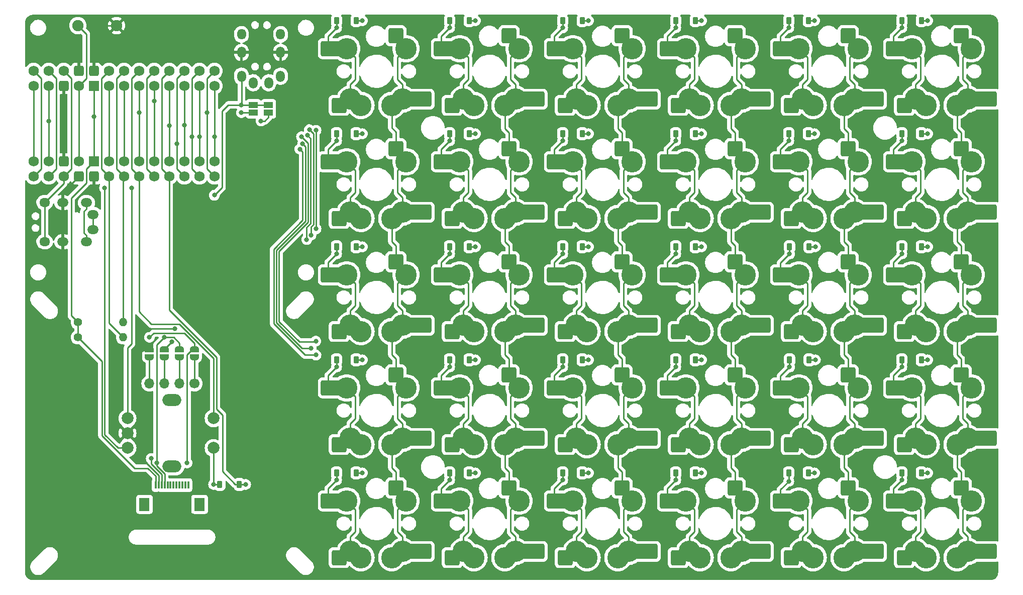
<source format=gbr>
%TF.GenerationSoftware,KiCad,Pcbnew,7.0.5*%
%TF.CreationDate,2024-09-25T00:12:03+08:00*%
%TF.ProjectId,TPS,5450532e-6b69-4636-9164-5f7063625858,rev?*%
%TF.SameCoordinates,Original*%
%TF.FileFunction,Copper,L1,Top*%
%TF.FilePolarity,Positive*%
%FSLAX46Y46*%
G04 Gerber Fmt 4.6, Leading zero omitted, Abs format (unit mm)*
G04 Created by KiCad (PCBNEW 7.0.5) date 2024-09-25 00:12:03*
%MOMM*%
%LPD*%
G01*
G04 APERTURE LIST*
G04 Aperture macros list*
%AMRoundRect*
0 Rectangle with rounded corners*
0 $1 Rounding radius*
0 $2 $3 $4 $5 $6 $7 $8 $9 X,Y pos of 4 corners*
0 Add a 4 corners polygon primitive as box body*
4,1,4,$2,$3,$4,$5,$6,$7,$8,$9,$2,$3,0*
0 Add four circle primitives for the rounded corners*
1,1,$1+$1,$2,$3*
1,1,$1+$1,$4,$5*
1,1,$1+$1,$6,$7*
1,1,$1+$1,$8,$9*
0 Add four rect primitives between the rounded corners*
20,1,$1+$1,$2,$3,$4,$5,0*
20,1,$1+$1,$4,$5,$6,$7,0*
20,1,$1+$1,$6,$7,$8,$9,0*
20,1,$1+$1,$8,$9,$2,$3,0*%
%AMOutline4P*
0 Free polygon, 4 corners , with rotation*
0 The origin of the aperture is its center*
0 number of corners: always 4*
0 $1 to $8 corner X, Y*
0 $9 Rotation angle, in degrees counterclockwise*
0 create outline with 4 corners*
4,1,4,$1,$2,$3,$4,$5,$6,$7,$8,$1,$2,$9*%
%AMFreePoly0*
4,1,19,0.500000,-0.750000,0.000000,-0.750000,0.000000,-0.744911,-0.071157,-0.744911,-0.207708,-0.704816,-0.327430,-0.627875,-0.420627,-0.520320,-0.479746,-0.390866,-0.500000,-0.250000,-0.500000,0.250000,-0.479746,0.390866,-0.420627,0.520320,-0.327430,0.627875,-0.207708,0.704816,-0.071157,0.744911,0.000000,0.744911,0.000000,0.750000,0.500000,0.750000,0.500000,-0.750000,0.500000,-0.750000,
$1*%
%AMFreePoly1*
4,1,19,0.000000,0.744911,0.071157,0.744911,0.207708,0.704816,0.327430,0.627875,0.420627,0.520320,0.479746,0.390866,0.500000,0.250000,0.500000,-0.250000,0.479746,-0.390866,0.420627,-0.520320,0.327430,-0.627875,0.207708,-0.704816,0.071157,-0.744911,0.000000,-0.744911,0.000000,-0.750000,-0.500000,-0.750000,-0.500000,0.750000,0.000000,0.750000,0.000000,0.744911,0.000000,0.744911,
$1*%
G04 Aperture macros list end*
%TA.AperFunction,ComponentPad*%
%ADD10O,1.900000X1.500000*%
%TD*%
%TA.AperFunction,ComponentPad*%
%ADD11O,1.800000X1.500000*%
%TD*%
%TA.AperFunction,ComponentPad*%
%ADD12O,1.500000X1.900000*%
%TD*%
%TA.AperFunction,ComponentPad*%
%ADD13O,1.500000X1.800000*%
%TD*%
%TA.AperFunction,SMDPad,CuDef*%
%ADD14RoundRect,0.225000X0.225000X0.375000X-0.225000X0.375000X-0.225000X-0.375000X0.225000X-0.375000X0*%
%TD*%
%TA.AperFunction,ComponentPad*%
%ADD15C,3.600000*%
%TD*%
%TA.AperFunction,SMDPad,CuDef*%
%ADD16RoundRect,0.250000X-1.000000X-1.000000X1.000000X-1.000000X1.000000X1.000000X-1.000000X1.000000X0*%
%TD*%
%TA.AperFunction,SMDPad,CuDef*%
%ADD17RoundRect,0.250000X-1.675000X-1.000000X1.675000X-1.000000X1.675000X1.000000X-1.675000X1.000000X0*%
%TD*%
%TA.AperFunction,SMDPad,CuDef*%
%ADD18FreePoly0,90.000000*%
%TD*%
%TA.AperFunction,SMDPad,CuDef*%
%ADD19FreePoly1,90.000000*%
%TD*%
%TA.AperFunction,ComponentPad*%
%ADD20O,3.200000X2.000000*%
%TD*%
%TA.AperFunction,ComponentPad*%
%ADD21C,2.000000*%
%TD*%
%TA.AperFunction,ComponentPad*%
%ADD22C,1.400000*%
%TD*%
%TA.AperFunction,ComponentPad*%
%ADD23O,1.400000X1.400000*%
%TD*%
%TA.AperFunction,SMDPad,CuDef*%
%ADD24R,1.500000X1.000000*%
%TD*%
%TA.AperFunction,ComponentPad*%
%ADD25C,1.900000*%
%TD*%
%TA.AperFunction,ComponentPad*%
%ADD26C,1.700000*%
%TD*%
%TA.AperFunction,ComponentPad*%
%ADD27O,1.700000X1.700000*%
%TD*%
%TA.AperFunction,SMDPad,CuDef*%
%ADD28R,1.800000X2.200000*%
%TD*%
%TA.AperFunction,SMDPad,CuDef*%
%ADD29R,0.300000X1.300000*%
%TD*%
%TA.AperFunction,ComponentPad*%
%ADD30C,1.752600*%
%TD*%
%TA.AperFunction,ComponentPad*%
%ADD31RoundRect,0.438150X-0.438150X-0.438150X0.438150X-0.438150X0.438150X0.438150X-0.438150X0.438150X0*%
%TD*%
%TA.AperFunction,ComponentPad*%
%ADD32RoundRect,0.438150X0.438150X0.438150X-0.438150X0.438150X-0.438150X-0.438150X0.438150X-0.438150X0*%
%TD*%
%TA.AperFunction,ComponentPad*%
%ADD33Outline4P,-0.876300X-0.876300X0.876300X-0.876300X0.876300X0.876300X-0.876300X0.876300X180.000000*%
%TD*%
%TA.AperFunction,ComponentPad*%
%ADD34Outline4P,-0.876300X-0.876300X0.876300X-0.876300X0.876300X0.876300X-0.876300X0.876300X0.000000*%
%TD*%
%TA.AperFunction,ViaPad*%
%ADD35C,0.800000*%
%TD*%
%TA.AperFunction,Conductor*%
%ADD36C,0.250000*%
%TD*%
G04 APERTURE END LIST*
D10*
%TO.P,T2,1,T/VCC*%
%TO.N,VCC*%
X48811000Y-67237500D03*
X48811000Y-60637500D03*
D11*
%TO.P,T2,2,R/SNL*%
%TO.N,SGN*%
X41763000Y-67237500D03*
X41763000Y-60637500D03*
D10*
%TO.P,T2,3,R/GND*%
%TO.N,GND*%
X44811000Y-67237500D03*
X44811000Y-60637500D03*
%TO.P,T2,4,S/No*%
%TO.N,unconnected-(T2-S{slash}No-Pad4)*%
X49911000Y-65237500D03*
X49911000Y-62637500D03*
%TD*%
D12*
%TO.P,T1,1,T/VCC*%
%TO.N,VCC*%
X74914000Y-39350000D03*
X81514000Y-39350000D03*
D13*
%TO.P,T1,2,R/SNL*%
%TO.N,SGN*%
X74914000Y-32302000D03*
X81514000Y-32302000D03*
D12*
%TO.P,T1,3,R/GND*%
%TO.N,GND*%
X74914000Y-35350000D03*
X81514000Y-35350000D03*
%TO.P,T1,4,S/No*%
%TO.N,unconnected-(T1-S{slash}No-Pad4)*%
X76914000Y-40450000D03*
X79514000Y-40450000D03*
%TD*%
D14*
%TO.P,D16,1*%
%TO.N,row0*%
X151400000Y-30000000D03*
%TO.P,D16,2*%
%TO.N,Net-(D16-Pad2)*%
X148100000Y-30000000D03*
%TD*%
%TO.P,D24,1*%
%TO.N,row3*%
X170580000Y-87150000D03*
%TO.P,D24,2*%
%TO.N,Net-(D24-Pad2)*%
X167280000Y-87150000D03*
%TD*%
D15*
%TO.P,SW19,1,1*%
%TO.N,col2*%
X157400000Y-101425000D03*
D16*
X158100000Y-89675000D03*
D15*
X159200000Y-100375000D03*
X159800000Y-91875000D03*
D17*
X162165000Y-100375000D03*
D16*
X162840000Y-100375000D03*
%TO.P,SW19,2,2*%
%TO.N,Net-(D19-Pad2)*%
X146700000Y-91875000D03*
D17*
X147375000Y-91875000D03*
D16*
X148525000Y-101425000D03*
D15*
X149800000Y-91875000D03*
X150400000Y-100375000D03*
X152200000Y-101425000D03*
%TD*%
D14*
%TO.P,D20,1*%
%TO.N,row4*%
X151400000Y-106200000D03*
%TO.P,D20,2*%
%TO.N,Net-(D20-Pad2)*%
X148100000Y-106200000D03*
%TD*%
%TO.P,D1,1*%
%TO.N,row0*%
X94250000Y-30000000D03*
%TO.P,D1,2*%
%TO.N,Net-(D1-Pad2)*%
X90950000Y-30000000D03*
%TD*%
%TO.P,D22,1*%
%TO.N,row1*%
X170450000Y-49050000D03*
%TO.P,D22,2*%
%TO.N,Net-(D22-Pad2)*%
X167150000Y-49050000D03*
%TD*%
D15*
%TO.P,SW3,1,1*%
%TO.N,col5*%
X100250000Y-82375000D03*
D16*
X100950000Y-70625000D03*
D15*
X102050000Y-81325000D03*
X102650000Y-72825000D03*
D17*
X105015000Y-81325000D03*
D16*
X105690000Y-81325000D03*
%TO.P,SW3,2,2*%
%TO.N,Net-(D3-Pad2)*%
X89550000Y-72825000D03*
D17*
X90225000Y-72825000D03*
D16*
X91375000Y-82375000D03*
D15*
X92650000Y-72825000D03*
X93250000Y-81325000D03*
X95050000Y-82375000D03*
%TD*%
%TO.P,SW4,1,1*%
%TO.N,col5*%
X100250000Y-101425000D03*
D16*
X100950000Y-89675000D03*
D15*
X102050000Y-100375000D03*
X102650000Y-91875000D03*
D17*
X105015000Y-100375000D03*
D16*
X105690000Y-100375000D03*
%TO.P,SW4,2,2*%
%TO.N,Net-(D4-Pad2)*%
X89550000Y-91875000D03*
D17*
X90225000Y-91875000D03*
D16*
X91375000Y-101425000D03*
D15*
X92650000Y-91875000D03*
X93250000Y-100375000D03*
X95050000Y-101425000D03*
%TD*%
D14*
%TO.P,D27,1*%
%TO.N,row1*%
X189500000Y-49050000D03*
%TO.P,D27,2*%
%TO.N,Net-(D27-Pad2)*%
X186200000Y-49050000D03*
%TD*%
D15*
%TO.P,SW1,1,1*%
%TO.N,col5*%
X100250000Y-44275000D03*
D16*
X100950000Y-32525000D03*
D15*
X102050000Y-43225000D03*
X102650000Y-34725000D03*
D17*
X105015000Y-43225000D03*
D16*
X105690000Y-43225000D03*
%TO.P,SW1,2,2*%
%TO.N,Net-(D1-Pad2)*%
X89550000Y-34725000D03*
D17*
X90225000Y-34725000D03*
D16*
X91375000Y-44275000D03*
D15*
X92650000Y-34725000D03*
X93250000Y-43225000D03*
X95050000Y-44275000D03*
%TD*%
D14*
%TO.P,D7,1*%
%TO.N,row1*%
X113300000Y-49050000D03*
%TO.P,D7,2*%
%TO.N,Net-(D7-Pad2)*%
X110000000Y-49050000D03*
%TD*%
D15*
%TO.P,SW8,1,1*%
%TO.N,col4*%
X119300000Y-82375000D03*
D16*
X120000000Y-70625000D03*
D15*
X121100000Y-81325000D03*
X121700000Y-72825000D03*
D17*
X124065000Y-81325000D03*
D16*
X124740000Y-81325000D03*
%TO.P,SW8,2,2*%
%TO.N,Net-(D8-Pad2)*%
X108600000Y-72825000D03*
D17*
X109275000Y-72825000D03*
D16*
X110425000Y-82375000D03*
D15*
X111700000Y-72825000D03*
X112300000Y-81325000D03*
X114100000Y-82375000D03*
%TD*%
%TO.P,SW5,1,1*%
%TO.N,col5*%
X100250000Y-120475000D03*
D16*
X100950000Y-108725000D03*
D15*
X102050000Y-119425000D03*
X102650000Y-110925000D03*
D17*
X105015000Y-119425000D03*
D16*
X105690000Y-119425000D03*
%TO.P,SW5,2,2*%
%TO.N,Net-(D5-Pad2)*%
X89550000Y-110925000D03*
D17*
X90225000Y-110925000D03*
D16*
X91375000Y-120475000D03*
D15*
X92650000Y-110925000D03*
X93250000Y-119425000D03*
X95050000Y-120475000D03*
%TD*%
%TO.P,SW11,1,1*%
%TO.N,col3*%
X138350000Y-44275000D03*
D16*
X139050000Y-32525000D03*
D15*
X140150000Y-43225000D03*
X140750000Y-34725000D03*
D17*
X143115000Y-43225000D03*
D16*
X143790000Y-43225000D03*
%TO.P,SW11,2,2*%
%TO.N,Net-(D11-Pad2)*%
X127650000Y-34725000D03*
D17*
X128325000Y-34725000D03*
D16*
X129475000Y-44275000D03*
D15*
X130750000Y-34725000D03*
X131350000Y-43225000D03*
X133150000Y-44275000D03*
%TD*%
D14*
%TO.P,D2,1*%
%TO.N,row1*%
X94250000Y-49050000D03*
%TO.P,D2,2*%
%TO.N,Net-(D2-Pad2)*%
X90950000Y-49050000D03*
%TD*%
%TO.P,D30,1*%
%TO.N,row4*%
X189500000Y-106200000D03*
%TO.P,D30,2*%
%TO.N,Net-(D30-Pad2)*%
X186200000Y-106200000D03*
%TD*%
D15*
%TO.P,SW30,1,1*%
%TO.N,col0*%
X195500000Y-120475000D03*
D16*
X196200000Y-108725000D03*
D15*
X197300000Y-119425000D03*
X197900000Y-110925000D03*
D17*
X200265000Y-119425000D03*
D16*
X200940000Y-119425000D03*
%TO.P,SW30,2,2*%
%TO.N,Net-(D30-Pad2)*%
X184800000Y-110925000D03*
D17*
X185475000Y-110925000D03*
D16*
X186625000Y-120475000D03*
D15*
X187900000Y-110925000D03*
X188500000Y-119425000D03*
X190300000Y-120475000D03*
%TD*%
D14*
%TO.P,D8,1*%
%TO.N,row2*%
X113300000Y-68100000D03*
%TO.P,D8,2*%
%TO.N,Net-(D8-Pad2)*%
X110000000Y-68100000D03*
%TD*%
D15*
%TO.P,SW21,1,1*%
%TO.N,col1*%
X176450000Y-44275000D03*
D16*
X177150000Y-32525000D03*
D15*
X178250000Y-43225000D03*
X178850000Y-34725000D03*
D17*
X181215000Y-43225000D03*
D16*
X181890000Y-43225000D03*
%TO.P,SW21,2,2*%
%TO.N,Net-(D21-Pad2)*%
X165750000Y-34725000D03*
D17*
X166425000Y-34725000D03*
D16*
X167575000Y-44275000D03*
D15*
X168850000Y-34725000D03*
X169450000Y-43225000D03*
X171250000Y-44275000D03*
%TD*%
%TO.P,SW27,1,1*%
%TO.N,col0*%
X195500000Y-63325000D03*
D16*
X196200000Y-51575000D03*
D15*
X197300000Y-62275000D03*
X197900000Y-53775000D03*
D17*
X200265000Y-62275000D03*
D16*
X200940000Y-62275000D03*
%TO.P,SW27,2,2*%
%TO.N,Net-(D27-Pad2)*%
X184800000Y-53775000D03*
D17*
X185475000Y-53775000D03*
D16*
X186625000Y-63325000D03*
D15*
X187900000Y-53775000D03*
X188500000Y-62275000D03*
X190300000Y-63325000D03*
%TD*%
%TO.P,SW10,1,1*%
%TO.N,col4*%
X119300000Y-120475000D03*
D16*
X120000000Y-108725000D03*
D15*
X121100000Y-119425000D03*
X121700000Y-110925000D03*
D17*
X124065000Y-119425000D03*
D16*
X124740000Y-119425000D03*
%TO.P,SW10,2,2*%
%TO.N,Net-(D10-Pad2)*%
X108600000Y-110925000D03*
D17*
X109275000Y-110925000D03*
D16*
X110425000Y-120475000D03*
D15*
X111700000Y-110925000D03*
X112300000Y-119425000D03*
X114100000Y-120475000D03*
%TD*%
%TO.P,SW26,1,1*%
%TO.N,col0*%
X195500000Y-44275000D03*
D16*
X196200000Y-32525000D03*
D15*
X197300000Y-43225000D03*
X197900000Y-34725000D03*
D17*
X200265000Y-43225000D03*
D16*
X200940000Y-43225000D03*
%TO.P,SW26,2,2*%
%TO.N,Net-(D26-Pad2)*%
X184800000Y-34725000D03*
D17*
X185475000Y-34725000D03*
D16*
X186625000Y-44275000D03*
D15*
X187900000Y-34725000D03*
X188500000Y-43225000D03*
X190300000Y-44275000D03*
%TD*%
D14*
%TO.P,D23,1*%
%TO.N,row2*%
X170580000Y-68100000D03*
%TO.P,D23,2*%
%TO.N,Net-(D23-Pad2)*%
X167280000Y-68100000D03*
%TD*%
D18*
%TO.P,JP5,1,A*%
%TO.N,Net-(J1-Pin_1)*%
X67027500Y-86693000D03*
D19*
%TO.P,JP5,2,B*%
%TO.N,SDA*%
X67027500Y-85393000D03*
%TD*%
D15*
%TO.P,SW28,1,1*%
%TO.N,col0*%
X195500000Y-82375000D03*
D16*
X196200000Y-70625000D03*
D15*
X197300000Y-81325000D03*
X197900000Y-72825000D03*
D17*
X200265000Y-81325000D03*
D16*
X200940000Y-81325000D03*
%TO.P,SW28,2,2*%
%TO.N,Net-(D28-Pad2)*%
X184800000Y-72825000D03*
D17*
X185475000Y-72825000D03*
D16*
X186625000Y-82375000D03*
D15*
X187900000Y-72825000D03*
X188500000Y-81325000D03*
X190300000Y-82375000D03*
%TD*%
D14*
%TO.P,D14,1*%
%TO.N,row3*%
X132350000Y-87150000D03*
%TO.P,D14,2*%
%TO.N,Net-(D14-Pad2)*%
X129050000Y-87150000D03*
%TD*%
%TO.P,D31,1*%
%TO.N,row4*%
X74571000Y-108125000D03*
%TO.P,D31,2*%
%TO.N,Net-(D31-Pad2)*%
X71271000Y-108125000D03*
%TD*%
D15*
%TO.P,SW22,1,1*%
%TO.N,col1*%
X176450000Y-63325000D03*
D16*
X177150000Y-51575000D03*
D15*
X178250000Y-62275000D03*
X178850000Y-53775000D03*
D17*
X181215000Y-62275000D03*
D16*
X181890000Y-62275000D03*
%TO.P,SW22,2,2*%
%TO.N,Net-(D22-Pad2)*%
X165750000Y-53775000D03*
D17*
X166425000Y-53775000D03*
D16*
X167575000Y-63325000D03*
D15*
X168850000Y-53775000D03*
X169450000Y-62275000D03*
X171250000Y-63325000D03*
%TD*%
D14*
%TO.P,D4,1*%
%TO.N,row3*%
X94250000Y-87150000D03*
%TO.P,D4,2*%
%TO.N,Net-(D4-Pad2)*%
X90950000Y-87150000D03*
%TD*%
%TO.P,D17,1*%
%TO.N,row1*%
X151400000Y-49050000D03*
%TO.P,D17,2*%
%TO.N,Net-(D17-Pad2)*%
X148100000Y-49050000D03*
%TD*%
%TO.P,D13,1*%
%TO.N,row2*%
X132350000Y-68100000D03*
%TO.P,D13,2*%
%TO.N,Net-(D13-Pad2)*%
X129050000Y-68100000D03*
%TD*%
%TO.P,D12,1*%
%TO.N,row1*%
X132350000Y-49050000D03*
%TO.P,D12,2*%
%TO.N,Net-(D12-Pad2)*%
X129050000Y-49050000D03*
%TD*%
D20*
%TO.P,SW31,*%
%TO.N,*%
X63218000Y-93893000D03*
X63218000Y-105093000D03*
D21*
%TO.P,SW31,A,CLK*%
%TO.N,X{slash}A*%
X55718000Y-96993000D03*
%TO.P,SW31,B,DT*%
%TO.N,Y{slash}B*%
X55718000Y-101993000D03*
%TO.P,SW31,C,GND*%
%TO.N,GND*%
X55718000Y-99493000D03*
%TO.P,SW31,S1,SW*%
%TO.N,col6*%
X70218000Y-96993000D03*
%TO.P,SW31,S2,GND*%
%TO.N,Net-(D31-Pad2)*%
X70218000Y-101993000D03*
%TD*%
D15*
%TO.P,SW16,1,1*%
%TO.N,col2*%
X157400000Y-44275000D03*
D16*
X158100000Y-32525000D03*
D15*
X159200000Y-43225000D03*
X159800000Y-34725000D03*
D17*
X162165000Y-43225000D03*
D16*
X162840000Y-43225000D03*
%TO.P,SW16,2,2*%
%TO.N,Net-(D16-Pad2)*%
X146700000Y-34725000D03*
D17*
X147375000Y-34725000D03*
D16*
X148525000Y-44275000D03*
D15*
X149800000Y-34725000D03*
X150400000Y-43225000D03*
X152200000Y-44275000D03*
%TD*%
D22*
%TO.P,R1,1*%
%TO.N,+3V3*%
X47351000Y-83343000D03*
D23*
%TO.P,R1,2*%
%TO.N,SDA*%
X54971000Y-83343000D03*
%TD*%
D15*
%TO.P,SW15,1,1*%
%TO.N,col3*%
X138350000Y-120475000D03*
D16*
X139050000Y-108725000D03*
D15*
X140150000Y-119425000D03*
X140750000Y-110925000D03*
D17*
X143115000Y-119425000D03*
D16*
X143790000Y-119425000D03*
%TO.P,SW15,2,2*%
%TO.N,Net-(D15-Pad2)*%
X127650000Y-110925000D03*
D17*
X128325000Y-110925000D03*
D16*
X129475000Y-120475000D03*
D15*
X130750000Y-110925000D03*
X131350000Y-119425000D03*
X133150000Y-120475000D03*
%TD*%
%TO.P,SW14,1,1*%
%TO.N,col3*%
X138350000Y-101425000D03*
D16*
X139050000Y-89675000D03*
D15*
X140150000Y-100375000D03*
X140750000Y-91875000D03*
D17*
X143115000Y-100375000D03*
D16*
X143790000Y-100375000D03*
%TO.P,SW14,2,2*%
%TO.N,Net-(D14-Pad2)*%
X127650000Y-91875000D03*
D17*
X128325000Y-91875000D03*
D16*
X129475000Y-101425000D03*
D15*
X130750000Y-91875000D03*
X131350000Y-100375000D03*
X133150000Y-101425000D03*
%TD*%
D14*
%TO.P,D19,1*%
%TO.N,row3*%
X151400000Y-87150000D03*
%TO.P,D19,2*%
%TO.N,Net-(D19-Pad2)*%
X148100000Y-87150000D03*
%TD*%
%TO.P,D21,1*%
%TO.N,row0*%
X170450000Y-30000000D03*
%TO.P,D21,2*%
%TO.N,Net-(D21-Pad2)*%
X167150000Y-30000000D03*
%TD*%
D15*
%TO.P,SW20,1,1*%
%TO.N,col2*%
X157400000Y-120475000D03*
D16*
X158100000Y-108725000D03*
D15*
X159200000Y-119425000D03*
X159800000Y-110925000D03*
D17*
X162165000Y-119425000D03*
D16*
X162840000Y-119425000D03*
%TO.P,SW20,2,2*%
%TO.N,Net-(D20-Pad2)*%
X146700000Y-110925000D03*
D17*
X147375000Y-110925000D03*
D16*
X148525000Y-120475000D03*
D15*
X149800000Y-110925000D03*
X150400000Y-119425000D03*
X152200000Y-120475000D03*
%TD*%
D18*
%TO.P,JP7,1,A*%
%TO.N,Net-(J1-Pin_3)*%
X61947500Y-86693000D03*
D19*
%TO.P,JP7,2,B*%
%TO.N,+3V3*%
X61947500Y-85393000D03*
%TD*%
D24*
%TO.P,JP1,1,A*%
%TO.N,+3V3*%
X76944000Y-45500000D03*
%TO.P,JP1,2,B*%
%TO.N,VCC*%
X76944000Y-44200000D03*
%TD*%
%TO.P,JP2,1,A*%
%TO.N,+5V*%
X79484000Y-45500000D03*
%TO.P,JP2,2,B*%
%TO.N,VCC*%
X79484000Y-44200000D03*
%TD*%
D25*
%TO.P,RST1,1,1*%
%TO.N,GND*%
X53851000Y-30823000D03*
%TO.P,RST1,2,2*%
%TO.N,RST*%
X47351000Y-30823000D03*
%TD*%
D15*
%TO.P,SW17,1,1*%
%TO.N,col2*%
X157400000Y-63325000D03*
D16*
X158100000Y-51575000D03*
D15*
X159200000Y-62275000D03*
X159800000Y-53775000D03*
D17*
X162165000Y-62275000D03*
D16*
X162840000Y-62275000D03*
%TO.P,SW17,2,2*%
%TO.N,Net-(D17-Pad2)*%
X146700000Y-53775000D03*
D17*
X147375000Y-53775000D03*
D16*
X148525000Y-63325000D03*
D15*
X149800000Y-53775000D03*
X150400000Y-62275000D03*
X152200000Y-63325000D03*
%TD*%
D14*
%TO.P,D3,1*%
%TO.N,row2*%
X94250000Y-68100000D03*
%TO.P,D3,2*%
%TO.N,Net-(D3-Pad2)*%
X90950000Y-68100000D03*
%TD*%
D15*
%TO.P,SW6,1,1*%
%TO.N,col4*%
X119300000Y-44275000D03*
D16*
X120000000Y-32525000D03*
D15*
X121100000Y-43225000D03*
X121700000Y-34725000D03*
D17*
X124065000Y-43225000D03*
D16*
X124740000Y-43225000D03*
%TO.P,SW6,2,2*%
%TO.N,Net-(D6-Pad2)*%
X108600000Y-34725000D03*
D17*
X109275000Y-34725000D03*
D16*
X110425000Y-44275000D03*
D15*
X111700000Y-34725000D03*
X112300000Y-43225000D03*
X114100000Y-44275000D03*
%TD*%
%TO.P,SW13,1,1*%
%TO.N,col3*%
X138350000Y-82375000D03*
D16*
X139050000Y-70625000D03*
D15*
X140150000Y-81325000D03*
X140750000Y-72825000D03*
D17*
X143115000Y-81325000D03*
D16*
X143790000Y-81325000D03*
%TO.P,SW13,2,2*%
%TO.N,Net-(D13-Pad2)*%
X127650000Y-72825000D03*
D17*
X128325000Y-72825000D03*
D16*
X129475000Y-82375000D03*
D15*
X130750000Y-72825000D03*
X131350000Y-81325000D03*
X133150000Y-82375000D03*
%TD*%
D14*
%TO.P,D18,1*%
%TO.N,row2*%
X151400000Y-68100000D03*
%TO.P,D18,2*%
%TO.N,Net-(D18-Pad2)*%
X148100000Y-68100000D03*
%TD*%
D15*
%TO.P,SW24,1,1*%
%TO.N,col1*%
X176450000Y-101425000D03*
D16*
X177150000Y-89675000D03*
D15*
X178250000Y-100375000D03*
X178850000Y-91875000D03*
D17*
X181215000Y-100375000D03*
D16*
X181890000Y-100375000D03*
%TO.P,SW24,2,2*%
%TO.N,Net-(D24-Pad2)*%
X165750000Y-91875000D03*
D17*
X166425000Y-91875000D03*
D16*
X167575000Y-101425000D03*
D15*
X168850000Y-91875000D03*
X169450000Y-100375000D03*
X171250000Y-101425000D03*
%TD*%
%TO.P,SW18,1,1*%
%TO.N,col2*%
X157400000Y-82375000D03*
D16*
X158100000Y-70625000D03*
D15*
X159200000Y-81325000D03*
X159800000Y-72825000D03*
D17*
X162165000Y-81325000D03*
D16*
X162840000Y-81325000D03*
%TO.P,SW18,2,2*%
%TO.N,Net-(D18-Pad2)*%
X146700000Y-72825000D03*
D17*
X147375000Y-72825000D03*
D16*
X148525000Y-82375000D03*
D15*
X149800000Y-72825000D03*
X150400000Y-81325000D03*
X152200000Y-82375000D03*
%TD*%
D14*
%TO.P,D9,1*%
%TO.N,row3*%
X113300000Y-87150000D03*
%TO.P,D9,2*%
%TO.N,Net-(D9-Pad2)*%
X110000000Y-87150000D03*
%TD*%
D15*
%TO.P,SW12,1,1*%
%TO.N,col3*%
X138350000Y-63325000D03*
D16*
X139050000Y-51575000D03*
D15*
X140150000Y-62275000D03*
X140750000Y-53775000D03*
D17*
X143115000Y-62275000D03*
D16*
X143790000Y-62275000D03*
%TO.P,SW12,2,2*%
%TO.N,Net-(D12-Pad2)*%
X127650000Y-53775000D03*
D17*
X128325000Y-53775000D03*
D16*
X129475000Y-63325000D03*
D15*
X130750000Y-53775000D03*
X131350000Y-62275000D03*
X133150000Y-63325000D03*
%TD*%
D14*
%TO.P,D10,1*%
%TO.N,row4*%
X113300000Y-106200000D03*
%TO.P,D10,2*%
%TO.N,Net-(D10-Pad2)*%
X110000000Y-106200000D03*
%TD*%
%TO.P,D11,1*%
%TO.N,row0*%
X132350000Y-30000000D03*
%TO.P,D11,2*%
%TO.N,Net-(D11-Pad2)*%
X129050000Y-30000000D03*
%TD*%
%TO.P,D29,1*%
%TO.N,row3*%
X189500000Y-87150000D03*
%TO.P,D29,2*%
%TO.N,Net-(D29-Pad2)*%
X186200000Y-87150000D03*
%TD*%
D26*
%TO.P,J1,1,Pin_1*%
%TO.N,Net-(J1-Pin_1)*%
X67027500Y-91123000D03*
D27*
%TO.P,J1,2,Pin_2*%
%TO.N,Net-(J1-Pin_2)*%
X64487500Y-91123000D03*
%TO.P,J1,3,Pin_3*%
%TO.N,Net-(J1-Pin_3)*%
X61947500Y-91123000D03*
%TO.P,J1,4,Pin_4*%
%TO.N,Net-(J1-Pin_4)*%
X59407500Y-91123000D03*
%TD*%
D15*
%TO.P,SW7,1,1*%
%TO.N,col4*%
X119300000Y-63325000D03*
D16*
X120000000Y-51575000D03*
D15*
X121100000Y-62275000D03*
X121700000Y-53775000D03*
D17*
X124065000Y-62275000D03*
D16*
X124740000Y-62275000D03*
%TO.P,SW7,2,2*%
%TO.N,Net-(D7-Pad2)*%
X108600000Y-53775000D03*
D17*
X109275000Y-53775000D03*
D16*
X110425000Y-63325000D03*
D15*
X111700000Y-53775000D03*
X112300000Y-62275000D03*
X114100000Y-63325000D03*
%TD*%
D28*
%TO.P,J2,*%
%TO.N,*%
X58571000Y-111493000D03*
X67871000Y-111493000D03*
D29*
%TO.P,J2,1,Pin_1*%
%TO.N,+3V3*%
X60471000Y-108243000D03*
%TO.P,J2,2,Pin_2*%
%TO.N,GND*%
X60971000Y-108243000D03*
%TO.P,J2,3,Pin_3*%
%TO.N,SDA*%
X61471000Y-108243000D03*
%TO.P,J2,4,Pin_4*%
%TO.N,SCL*%
X61971000Y-108243000D03*
%TO.P,J2,5,Pin_5*%
%TO.N,unconnected-(J2-Pin_5-Pad5)*%
X62471000Y-108243000D03*
%TO.P,J2,6,Pin_6*%
%TO.N,unconnected-(J2-Pin_6-Pad6)*%
X62971000Y-108243000D03*
%TO.P,J2,7,Pin_7*%
%TO.N,unconnected-(J2-Pin_7-Pad7)*%
X63471000Y-108243000D03*
%TO.P,J2,8,Pin_8*%
%TO.N,unconnected-(J2-Pin_8-Pad8)*%
X63971000Y-108243000D03*
%TO.P,J2,9,Pin_9*%
%TO.N,unconnected-(J2-Pin_9-Pad9)*%
X64471000Y-108243000D03*
%TO.P,J2,10,Pin_10*%
%TO.N,unconnected-(J2-Pin_10-Pad10)*%
X64971000Y-108243000D03*
%TO.P,J2,11,Pin_11*%
%TO.N,unconnected-(J2-Pin_11-Pad11)*%
X65471000Y-108243000D03*
%TO.P,J2,12,Pin_12*%
%TO.N,unconnected-(J2-Pin_12-Pad12)*%
X65971000Y-108243000D03*
%TD*%
D14*
%TO.P,D5,1*%
%TO.N,row4*%
X94250000Y-106200000D03*
%TO.P,D5,2*%
%TO.N,Net-(D5-Pad2)*%
X90950000Y-106200000D03*
%TD*%
D22*
%TO.P,R2,1*%
%TO.N,+3V3*%
X47351000Y-80803000D03*
D23*
%TO.P,R2,2*%
%TO.N,SCL*%
X54971000Y-80803000D03*
%TD*%
D14*
%TO.P,D26,1*%
%TO.N,row0*%
X189500000Y-30000000D03*
%TO.P,D26,2*%
%TO.N,Net-(D26-Pad2)*%
X186200000Y-30000000D03*
%TD*%
D15*
%TO.P,SW25,1,1*%
%TO.N,col1*%
X176450000Y-120475000D03*
D16*
X177150000Y-108725000D03*
D15*
X178250000Y-119425000D03*
X178850000Y-110925000D03*
D17*
X181215000Y-119425000D03*
D16*
X181890000Y-119425000D03*
%TO.P,SW25,2,2*%
%TO.N,Net-(D25-Pad2)*%
X165750000Y-110925000D03*
D17*
X166425000Y-110925000D03*
D16*
X167575000Y-120475000D03*
D15*
X168850000Y-110925000D03*
X169450000Y-119425000D03*
X171250000Y-120475000D03*
%TD*%
D14*
%TO.P,D6,1*%
%TO.N,row0*%
X113300000Y-30000000D03*
%TO.P,D6,2*%
%TO.N,Net-(D6-Pad2)*%
X110000000Y-30000000D03*
%TD*%
D15*
%TO.P,SW2,1,1*%
%TO.N,col5*%
X100250000Y-63325000D03*
D16*
X100950000Y-51575000D03*
D15*
X102050000Y-62275000D03*
X102650000Y-53775000D03*
D17*
X105015000Y-62275000D03*
D16*
X105690000Y-62275000D03*
%TO.P,SW2,2,2*%
%TO.N,Net-(D2-Pad2)*%
X89550000Y-53775000D03*
D17*
X90225000Y-53775000D03*
D16*
X91375000Y-63325000D03*
D15*
X92650000Y-53775000D03*
X93250000Y-62275000D03*
X95050000Y-63325000D03*
%TD*%
D14*
%TO.P,D28,1*%
%TO.N,row2*%
X189500000Y-68100000D03*
%TO.P,D28,2*%
%TO.N,Net-(D28-Pad2)*%
X186200000Y-68100000D03*
%TD*%
D15*
%TO.P,SW29,1,1*%
%TO.N,col0*%
X195500000Y-101425000D03*
D16*
X196200000Y-89675000D03*
D15*
X197300000Y-100375000D03*
X197900000Y-91875000D03*
D17*
X200265000Y-100375000D03*
D16*
X200940000Y-100375000D03*
%TO.P,SW29,2,2*%
%TO.N,Net-(D29-Pad2)*%
X184800000Y-91875000D03*
D17*
X185475000Y-91875000D03*
D16*
X186625000Y-101425000D03*
D15*
X187900000Y-91875000D03*
X188500000Y-100375000D03*
X190300000Y-101425000D03*
%TD*%
%TO.P,SW9,1,1*%
%TO.N,col4*%
X119300000Y-101425000D03*
D16*
X120000000Y-89675000D03*
D15*
X121100000Y-100375000D03*
X121700000Y-91875000D03*
D17*
X124065000Y-100375000D03*
D16*
X124740000Y-100375000D03*
%TO.P,SW9,2,2*%
%TO.N,Net-(D9-Pad2)*%
X108600000Y-91875000D03*
D17*
X109275000Y-91875000D03*
D16*
X110425000Y-101425000D03*
D15*
X111700000Y-91875000D03*
X112300000Y-100375000D03*
X114100000Y-101425000D03*
%TD*%
D18*
%TO.P,JP6,1,A*%
%TO.N,Net-(J1-Pin_2)*%
X64487500Y-86693000D03*
D19*
%TO.P,JP6,2,B*%
%TO.N,SCL*%
X64487500Y-85393000D03*
%TD*%
D18*
%TO.P,JP8,1,A*%
%TO.N,Net-(J1-Pin_4)*%
X59407500Y-86693000D03*
D19*
%TO.P,JP8,2,B*%
%TO.N,GND*%
X59407500Y-85393000D03*
%TD*%
D14*
%TO.P,D15,1*%
%TO.N,row4*%
X132350000Y-106200000D03*
%TO.P,D15,2*%
%TO.N,Net-(D15-Pad2)*%
X129050000Y-106200000D03*
%TD*%
%TO.P,D25,1*%
%TO.N,row4*%
X170450000Y-106200000D03*
%TO.P,D25,2*%
%TO.N,Net-(D25-Pad2)*%
X167150000Y-106200000D03*
%TD*%
D15*
%TO.P,SW23,1,1*%
%TO.N,col1*%
X176450000Y-82375000D03*
D16*
X177150000Y-70625000D03*
D15*
X178250000Y-81325000D03*
X178850000Y-72825000D03*
D17*
X181215000Y-81325000D03*
D16*
X181890000Y-81325000D03*
%TO.P,SW23,2,2*%
%TO.N,Net-(D23-Pad2)*%
X165750000Y-72825000D03*
D17*
X166425000Y-72825000D03*
D16*
X167575000Y-82375000D03*
D15*
X168850000Y-72825000D03*
X169450000Y-81325000D03*
X171250000Y-82375000D03*
%TD*%
D30*
%TO.P,U1,1,?*%
%TO.N,unconnected-(U1-?-Pad1)*%
X39881000Y-38449500D03*
X39881000Y-56229500D03*
%TO.P,U1,2,0/PD3*%
%TO.N,unconnected-(U1-0{slash}PD3-Pad2)*%
X42421000Y-38449500D03*
X42421000Y-56229500D03*
%TO.P,U1,3,1/PD2*%
%TO.N,SGN*%
X44961000Y-38449500D03*
X44961000Y-56229500D03*
D31*
%TO.P,U1,4,GND*%
%TO.N,GND*%
X47501000Y-38449500D03*
D32*
X47501000Y-56229500D03*
D31*
%TO.P,U1,5,GND*%
X50041000Y-38449500D03*
D32*
X50041000Y-56229500D03*
D30*
%TO.P,U1,6,2/PD1*%
%TO.N,SDA*%
X52581000Y-38449500D03*
X52581000Y-56229500D03*
%TO.P,U1,7,3/PD0*%
%TO.N,SCL*%
X55121000Y-38449500D03*
X55121000Y-56229500D03*
%TO.P,U1,8,4/PD4*%
%TO.N,col6*%
X57661000Y-38449500D03*
X57661000Y-56229500D03*
%TO.P,U1,9,5/PC6*%
%TO.N,row0*%
X60201000Y-38449500D03*
X60201000Y-56229500D03*
%TO.P,U1,10,6/PD7*%
%TO.N,row4*%
X62741000Y-38449500D03*
X62741000Y-56229500D03*
%TO.P,U1,11,7/PE6*%
%TO.N,row3*%
X65281000Y-38449500D03*
X65281000Y-56229500D03*
%TO.P,U1,12,8/PB4*%
%TO.N,row2*%
X67821000Y-38449500D03*
X67821000Y-56229500D03*
%TO.P,U1,13,9/PB5*%
%TO.N,row1*%
X70361000Y-38449500D03*
X70361000Y-56229500D03*
%TO.P,U1,14,21/PB6*%
%TO.N,col5*%
X70361000Y-40989500D03*
X70361000Y-53689500D03*
%TO.P,U1,15,23/PB2*%
%TO.N,col4*%
X67821000Y-40989500D03*
X67821000Y-53689500D03*
%TO.P,U1,16,20/PB3*%
%TO.N,col3*%
X65281000Y-40989500D03*
X65281000Y-53689500D03*
%TO.P,U1,17,22/PB1*%
%TO.N,col2*%
X62741000Y-40989500D03*
X62741000Y-53689500D03*
%TO.P,U1,18,26/PF7*%
%TO.N,col1*%
X60201000Y-40989500D03*
X60201000Y-53689500D03*
%TO.P,U1,19,27/PF6*%
%TO.N,col0*%
X57661000Y-40989500D03*
X57661000Y-53689500D03*
%TO.P,U1,20,28/PF5*%
%TO.N,X{slash}A*%
X55121000Y-40989500D03*
X55121000Y-53689500D03*
%TO.P,U1,21,29/PF4*%
%TO.N,Y{slash}B*%
X52581000Y-40989500D03*
X52581000Y-53689500D03*
D33*
%TO.P,U1,22,VCC*%
%TO.N,+3V3*%
X50041000Y-40989500D03*
D34*
X50041000Y-53689500D03*
D30*
%TO.P,U1,23,RST*%
%TO.N,RST*%
X47501000Y-40989500D03*
X47501000Y-53689500D03*
D32*
%TO.P,U1,24,GND*%
%TO.N,GND*%
X44961000Y-40989500D03*
D31*
X44961000Y-53689500D03*
D30*
%TO.P,U1,25,B0*%
%TO.N,+5V*%
X42421000Y-40989500D03*
X42421000Y-53689500D03*
%TO.P,U1,26,?*%
%TO.N,unconnected-(U1-?-Pad26)*%
X39881000Y-40989500D03*
X39881000Y-53689500D03*
%TD*%
D35*
%TO.N,GND*%
X73090000Y-35620000D03*
%TO.N,VCC*%
X70350000Y-59410000D03*
%TO.N,Y{slash}B*%
X51856500Y-58160000D03*
%TO.N,X{slash}A*%
X56380000Y-58160000D03*
%TO.N,row3*%
X84765426Y-51643243D03*
%TO.N,col4*%
X67821000Y-49540000D03*
X85217951Y-50752049D03*
%TO.N,col5*%
X85030000Y-49539500D03*
%TO.N,row2*%
X86020000Y-49330000D03*
%TO.N,col2*%
X86358103Y-48364500D03*
X86640000Y-66120000D03*
%TO.N,col3*%
X87480000Y-48459195D03*
%TO.N,row1*%
X69090000Y-45450000D03*
%TO.N,GND*%
X200650000Y-106980000D03*
%TO.N,row3*%
X87470000Y-86330000D03*
%TO.N,row4*%
X190550000Y-106200000D03*
%TO.N,Net-(D30-Pad2)*%
X186200000Y-107400000D03*
%TO.N,row4*%
X171500000Y-106200000D03*
%TO.N,Net-(D25-Pad2)*%
X167150000Y-107600000D03*
%TO.N,row4*%
X152450000Y-106200000D03*
%TO.N,Net-(D20-Pad2)*%
X148100000Y-107400000D03*
%TO.N,row4*%
X133400000Y-106200000D03*
%TO.N,Net-(D15-Pad2)*%
X129050000Y-107400000D03*
%TO.N,row4*%
X114350000Y-106200000D03*
%TO.N,Net-(D10-Pad2)*%
X110000000Y-107400000D03*
%TO.N,row4*%
X95300000Y-106200000D03*
%TO.N,Net-(D5-Pad2)*%
X90950000Y-107400000D03*
%TO.N,row0*%
X171500000Y-30000000D03*
X152450000Y-30000000D03*
X133400000Y-30000000D03*
X95300000Y-30000000D03*
X114350000Y-30000000D03*
X190550000Y-30000000D03*
%TO.N,Net-(D1-Pad2)*%
X90950000Y-31200000D03*
%TO.N,row1*%
X152450000Y-49050000D03*
X95300000Y-49050000D03*
X133400000Y-49050000D03*
X171500000Y-49050000D03*
X114350000Y-49050000D03*
X190550000Y-49050000D03*
%TO.N,row2*%
X66540000Y-49540000D03*
%TO.N,Net-(D2-Pad2)*%
X90950000Y-50250000D03*
%TO.N,row2*%
X114350000Y-68100000D03*
X171630000Y-68100000D03*
X85915000Y-66880000D03*
%TO.N,row3*%
X64010000Y-50730000D03*
%TO.N,row2*%
X190550000Y-68100000D03*
X152450000Y-68100000D03*
X133400000Y-68100000D03*
X95300000Y-68100000D03*
%TO.N,Net-(D3-Pad2)*%
X90950000Y-69300000D03*
%TO.N,row3*%
X190550000Y-87150000D03*
X152450000Y-87150000D03*
X171630000Y-87150000D03*
%TO.N,row4*%
X75621000Y-108125000D03*
%TO.N,row3*%
X133400000Y-87150000D03*
X95300000Y-87150000D03*
X114350000Y-87150000D03*
%TO.N,Net-(D4-Pad2)*%
X90950000Y-88350000D03*
%TO.N,Net-(D6-Pad2)*%
X110000000Y-31200000D03*
%TO.N,Net-(D7-Pad2)*%
X110000000Y-50250000D03*
%TO.N,Net-(D8-Pad2)*%
X110000000Y-69300000D03*
%TO.N,Net-(D9-Pad2)*%
X110000000Y-88350000D03*
%TO.N,Net-(D11-Pad2)*%
X129050000Y-31210000D03*
%TO.N,Net-(D12-Pad2)*%
X129050000Y-50250000D03*
%TO.N,Net-(D13-Pad2)*%
X129050000Y-69300000D03*
%TO.N,Net-(D14-Pad2)*%
X129050000Y-88350000D03*
%TO.N,Net-(D16-Pad2)*%
X148100000Y-31200000D03*
%TO.N,Net-(D17-Pad2)*%
X148090000Y-50250000D03*
%TO.N,Net-(D18-Pad2)*%
X148100000Y-69300000D03*
%TO.N,Net-(D19-Pad2)*%
X148100000Y-88350000D03*
%TO.N,Net-(D21-Pad2)*%
X167150000Y-31200000D03*
%TO.N,Net-(D22-Pad2)*%
X167150000Y-50250000D03*
%TO.N,Net-(D23-Pad2)*%
X167280000Y-69300000D03*
%TO.N,Net-(D24-Pad2)*%
X167280000Y-88350000D03*
%TO.N,col0*%
X57661000Y-45460000D03*
%TO.N,col1*%
X60201000Y-43540000D03*
%TO.N,col2*%
X62741000Y-47660000D03*
%TO.N,col4*%
X86640000Y-85170000D03*
%TO.N,col3*%
X65281000Y-47640000D03*
X87480000Y-65080000D03*
%TO.N,col5*%
X70361000Y-49540000D03*
X87455000Y-83995000D03*
%TO.N,GND*%
X45030000Y-31610000D03*
X63680000Y-81870000D03*
X200660000Y-87920000D03*
X200640000Y-68880000D03*
X57740000Y-85390000D03*
X44961000Y-49470000D03*
X200650000Y-49830000D03*
X200650000Y-30780000D03*
%TO.N,SDA*%
X59407500Y-83343000D03*
X65760000Y-104510000D03*
X59720000Y-103770000D03*
%TO.N,SCL*%
X60670000Y-104500000D03*
X61947500Y-83343000D03*
%TO.N,+3V3*%
X63220000Y-84110000D03*
X50041000Y-46185500D03*
X74910000Y-45500000D03*
%TO.N,+5V*%
X42421000Y-46910000D03*
X78214000Y-46910000D03*
%TO.N,VCC*%
X74910000Y-44200000D03*
%TO.N,Net-(D26-Pad2)*%
X186200000Y-31200000D03*
%TO.N,Net-(D27-Pad2)*%
X186200000Y-50250000D03*
%TO.N,Net-(D28-Pad2)*%
X186200000Y-69300000D03*
%TO.N,Net-(D29-Pad2)*%
X186200000Y-88350000D03*
%TO.N,Net-(D31-Pad2)*%
X70218000Y-108125000D03*
%TD*%
D36*
%TO.N,GND*%
X44811000Y-58919500D02*
X44811000Y-60637500D01*
X47501000Y-56229500D02*
X44811000Y-58919500D01*
%TO.N,+3V3*%
X46250000Y-79702000D02*
X47351000Y-80803000D01*
X46250000Y-59834896D02*
X46250000Y-79702000D01*
X48770000Y-57314896D02*
X46250000Y-59834896D01*
X50041000Y-53689500D02*
X48770000Y-54960500D01*
X48770000Y-54960500D02*
X48770000Y-57314896D01*
%TO.N,VCC*%
X71630000Y-45270000D02*
X71630000Y-58130000D01*
X72700000Y-44200000D02*
X71630000Y-45270000D01*
X74910000Y-44200000D02*
X72700000Y-44200000D01*
X71630000Y-58130000D02*
X70350000Y-59410000D01*
%TO.N,+3V3*%
X51406500Y-87398500D02*
X47351000Y-83343000D01*
X51406500Y-99902896D02*
X51406500Y-87398500D01*
X59131979Y-105390000D02*
X56893604Y-105390000D01*
X60471000Y-106729021D02*
X59131979Y-105390000D01*
X56893604Y-105390000D02*
X51406500Y-99902896D01*
X60471000Y-108243000D02*
X60471000Y-106729021D01*
%TO.N,Y{slash}B*%
X54133000Y-101993000D02*
X55718000Y-101993000D01*
X51856500Y-99716500D02*
X54133000Y-101993000D01*
X51856500Y-58160000D02*
X51856500Y-99716500D01*
%TO.N,X{slash}A*%
X56380000Y-58160000D02*
X56380000Y-84420000D01*
X56380000Y-84420000D02*
X55718000Y-85082000D01*
X55718000Y-85082000D02*
X55718000Y-96993000D01*
%TO.N,col6*%
X57661000Y-56229500D02*
X57661000Y-79051000D01*
%TO.N,row4*%
X62741000Y-56229500D02*
X62741000Y-78754604D01*
%TO.N,SCL*%
X55121000Y-56229500D02*
X54971000Y-56379500D01*
X54971000Y-56379500D02*
X54971000Y-80803000D01*
%TO.N,SDA*%
X52581000Y-80953000D02*
X54971000Y-83343000D01*
X52581000Y-56229500D02*
X52581000Y-80953000D01*
%TO.N,row3*%
X85622792Y-86330000D02*
X87470000Y-86330000D01*
X80340000Y-81047208D02*
X85622792Y-86330000D01*
X80340000Y-68494416D02*
X80340000Y-81047208D01*
X84765426Y-51643243D02*
X85230000Y-52107817D01*
X85230000Y-52107817D02*
X85230000Y-63604416D01*
X85230000Y-63604416D02*
X80340000Y-68494416D01*
%TO.N,col4*%
X80790000Y-80860812D02*
X85099188Y-85170000D01*
X80790000Y-68680812D02*
X80790000Y-80860812D01*
X85217951Y-50752049D02*
X85680000Y-51214098D01*
X85099188Y-85170000D02*
X86640000Y-85170000D01*
X85680000Y-51214098D02*
X85680000Y-63790812D01*
X85680000Y-63790812D02*
X80790000Y-68680812D01*
%TO.N,col5*%
X81240000Y-80674416D02*
X84695584Y-84130000D01*
X86130000Y-63977208D02*
X81240000Y-68867208D01*
X85030000Y-49539500D02*
X86130000Y-50639500D01*
X81240000Y-68867208D02*
X81240000Y-80674416D01*
X86130000Y-50639500D02*
X86130000Y-63977208D01*
X84695584Y-84130000D02*
X87480000Y-84130000D01*
%TO.N,row2*%
X86580000Y-49890000D02*
X86020000Y-49330000D01*
X85915000Y-64828604D02*
X86580000Y-64163604D01*
X85915000Y-66880000D02*
X85915000Y-64828604D01*
X86580000Y-64163604D02*
X86580000Y-49890000D01*
%TO.N,col2*%
X86640000Y-64740000D02*
X86640000Y-66120000D01*
X86358103Y-48364500D02*
X87030000Y-49036397D01*
X87030000Y-64350000D02*
X86640000Y-64740000D01*
X87030000Y-49036397D02*
X87030000Y-64350000D01*
%TO.N,col3*%
X87480000Y-48459195D02*
X87480000Y-65080000D01*
%TO.N,col4*%
X67821000Y-53689500D02*
X67821000Y-49540000D01*
X67821000Y-49540000D02*
X67821000Y-40989500D01*
%TO.N,col5*%
X70361000Y-40989500D02*
X70361000Y-49540000D01*
X70361000Y-49540000D02*
X70361000Y-53689500D01*
%TO.N,col2*%
X62741000Y-53689500D02*
X62741000Y-47660000D01*
X62741000Y-47660000D02*
X62741000Y-40989500D01*
%TO.N,col3*%
X65281000Y-47640000D02*
X65281000Y-40989500D01*
X65281000Y-53689500D02*
X65281000Y-47640000D01*
%TO.N,+3V3*%
X76944000Y-45500000D02*
X74910000Y-45500000D01*
%TO.N,VCC*%
X76944000Y-44200000D02*
X74910000Y-44200000D01*
X74910000Y-44200000D02*
X74914000Y-44196000D01*
X74914000Y-44196000D02*
X74914000Y-39350000D01*
%TO.N,col1*%
X60201000Y-40989500D02*
X60201000Y-43540000D01*
X60201000Y-43540000D02*
X60201000Y-53689500D01*
%TO.N,col0*%
X57661000Y-45460000D02*
X57661000Y-40989500D01*
X57661000Y-53689500D02*
X57661000Y-45460000D01*
%TO.N,row1*%
X69090000Y-45450000D02*
X69090000Y-54958500D01*
X69090000Y-39720500D02*
X69090000Y-45450000D01*
%TO.N,RST*%
X48780000Y-39710500D02*
X47501000Y-40989500D01*
X48780000Y-32252000D02*
X48780000Y-39710500D01*
X47351000Y-30823000D02*
X48780000Y-32252000D01*
%TO.N,SGN*%
X44961000Y-57439500D02*
X41763000Y-60637500D01*
X44961000Y-56229500D02*
X44961000Y-57439500D01*
%TO.N,VCC*%
X48360000Y-62130000D02*
X48360000Y-65740000D01*
X48360000Y-65740000D02*
X48811000Y-66191000D01*
X48811000Y-61679000D02*
X48360000Y-62130000D01*
X48811000Y-66191000D02*
X48811000Y-67237500D01*
X48811000Y-60637500D02*
X48811000Y-61679000D01*
%TO.N,unconnected-(T2-S{slash}No-Pad4)*%
X49911000Y-62637500D02*
X49911000Y-65237500D01*
%TO.N,GND*%
X44811000Y-67237500D02*
X44811000Y-60637500D01*
%TO.N,SGN*%
X41763000Y-67237500D02*
X41763000Y-60637500D01*
%TO.N,+5V*%
X42421000Y-46910000D02*
X42421000Y-53689500D01*
X42421000Y-46910000D02*
X42421000Y-40989500D01*
%TO.N,GND*%
X44961000Y-49470000D02*
X44961000Y-40989500D01*
X44961000Y-49470000D02*
X44961000Y-53689500D01*
X51207000Y-30823000D02*
X53851000Y-30823000D01*
X50041000Y-31989000D02*
X51207000Y-30823000D01*
X50041000Y-38449500D02*
X50041000Y-31989000D01*
X47501000Y-38449500D02*
X47501000Y-34081000D01*
%TO.N,col0*%
X197300000Y-116960000D02*
X197300000Y-119425000D01*
X196450000Y-116110000D02*
X197300000Y-116960000D01*
X196450000Y-112375000D02*
X196450000Y-116110000D01*
X197900000Y-110925000D02*
X196450000Y-112375000D01*
%TO.N,Net-(D30-Pad2)*%
X189350000Y-116110000D02*
X188500000Y-116960000D01*
X189350000Y-112375000D02*
X189350000Y-116110000D01*
X188500000Y-116960000D02*
X188500000Y-119425000D01*
X187900000Y-110925000D02*
X189350000Y-112375000D01*
%TO.N,col1*%
X178250000Y-116960000D02*
X178250000Y-119425000D01*
X177400000Y-116110000D02*
X178250000Y-116960000D01*
X178850000Y-110925000D02*
X177400000Y-112375000D01*
X177400000Y-112375000D02*
X177400000Y-116110000D01*
%TO.N,Net-(D25-Pad2)*%
X170300000Y-116100000D02*
X169450000Y-116950000D01*
X168850000Y-110925000D02*
X170300000Y-112375000D01*
X170300000Y-112375000D02*
X170300000Y-116100000D01*
X169450000Y-116950000D02*
X169450000Y-119425000D01*
%TO.N,col2*%
X159200000Y-116960000D02*
X159200000Y-119425000D01*
X158350000Y-116110000D02*
X159200000Y-116960000D01*
X158350000Y-112375000D02*
X158350000Y-116110000D01*
X159800000Y-110925000D02*
X158350000Y-112375000D01*
%TO.N,Net-(D20-Pad2)*%
X150400000Y-116960000D02*
X150400000Y-119425000D01*
X151250000Y-116110000D02*
X150400000Y-116960000D01*
X151250000Y-112375000D02*
X151250000Y-116110000D01*
X149800000Y-110925000D02*
X151250000Y-112375000D01*
%TO.N,col3*%
X138350000Y-105310000D02*
X139050000Y-106010000D01*
X138350000Y-101425000D02*
X138350000Y-105310000D01*
X139050000Y-106010000D02*
X139050000Y-108725000D01*
X140150000Y-116960000D02*
X140150000Y-119425000D01*
X139300000Y-116110000D02*
X140150000Y-116960000D01*
X139300000Y-112375000D02*
X139300000Y-116110000D01*
X140750000Y-110925000D02*
X139300000Y-112375000D01*
%TO.N,Net-(D15-Pad2)*%
X131350000Y-116960000D02*
X131350000Y-119425000D01*
X132200000Y-116110000D02*
X131350000Y-116960000D01*
X132200000Y-112375000D02*
X132200000Y-116110000D01*
X130750000Y-110925000D02*
X132200000Y-112375000D01*
%TO.N,col4*%
X121100000Y-116960000D02*
X121100000Y-119425000D01*
X120250000Y-116110000D02*
X121100000Y-116960000D01*
X120250000Y-112375000D02*
X120250000Y-116110000D01*
X121700000Y-110925000D02*
X120250000Y-112375000D01*
%TO.N,Net-(D10-Pad2)*%
X112300000Y-116960000D02*
X112300000Y-119425000D01*
X113150000Y-116110000D02*
X112300000Y-116960000D01*
X113150000Y-112375000D02*
X113150000Y-116110000D01*
X111700000Y-110925000D02*
X113150000Y-112375000D01*
%TO.N,col5*%
X102050000Y-116970000D02*
X102050000Y-119425000D01*
X101200000Y-112375000D02*
X101200000Y-116120000D01*
X101200000Y-116120000D02*
X102050000Y-116970000D01*
X102650000Y-110925000D02*
X101200000Y-112375000D01*
%TO.N,Net-(D5-Pad2)*%
X93250000Y-116960000D02*
X93250000Y-119425000D01*
X94100000Y-116110000D02*
X93250000Y-116960000D01*
X94100000Y-112375000D02*
X94100000Y-116110000D01*
X92650000Y-110925000D02*
X94100000Y-112375000D01*
%TO.N,Net-(D30-Pad2)*%
X184800000Y-108800000D02*
X184800000Y-110925000D01*
X186200000Y-107400000D02*
X184800000Y-108800000D01*
%TO.N,Net-(D25-Pad2)*%
X165750000Y-109000000D02*
X165750000Y-110925000D01*
X167150000Y-107600000D02*
X165750000Y-109000000D01*
%TO.N,Net-(D20-Pad2)*%
X146700000Y-110925000D02*
X146700000Y-108800000D01*
X146700000Y-108800000D02*
X148100000Y-107400000D01*
%TO.N,Net-(D15-Pad2)*%
X127650000Y-110925000D02*
X127650000Y-108800000D01*
X127650000Y-108800000D02*
X129050000Y-107400000D01*
%TO.N,Net-(D10-Pad2)*%
X110000000Y-107400000D02*
X108600000Y-108800000D01*
X108600000Y-108800000D02*
X108600000Y-110925000D01*
%TO.N,Net-(D5-Pad2)*%
X89550000Y-108800000D02*
X89550000Y-110925000D01*
X90950000Y-107400000D02*
X89550000Y-108800000D01*
%TO.N,row4*%
X189500000Y-106200000D02*
X190550000Y-106200000D01*
%TO.N,Net-(D30-Pad2)*%
X186200000Y-106200000D02*
X186200000Y-107400000D01*
%TO.N,row4*%
X170450000Y-106200000D02*
X171500000Y-106200000D01*
%TO.N,Net-(D25-Pad2)*%
X167150000Y-106200000D02*
X167150000Y-107600000D01*
%TO.N,row4*%
X151400000Y-106200000D02*
X152450000Y-106200000D01*
%TO.N,Net-(D20-Pad2)*%
X148100000Y-106200000D02*
X148100000Y-107400000D01*
%TO.N,row4*%
X132350000Y-106200000D02*
X133400000Y-106200000D01*
%TO.N,Net-(D15-Pad2)*%
X129050000Y-106200000D02*
X129050000Y-107400000D01*
%TO.N,row4*%
X113300000Y-106200000D02*
X114350000Y-106200000D01*
%TO.N,Net-(D10-Pad2)*%
X110000000Y-106200000D02*
X110000000Y-107400000D01*
%TO.N,row4*%
X94250000Y-106200000D02*
X95300000Y-106200000D01*
%TO.N,Net-(D5-Pad2)*%
X90950000Y-106200000D02*
X90950000Y-107400000D01*
%TO.N,col0*%
X196200000Y-106020000D02*
X195500000Y-105320000D01*
X195500000Y-105320000D02*
X195500000Y-101425000D01*
X196200000Y-108725000D02*
X196200000Y-106020000D01*
%TO.N,col1*%
X177150000Y-106015000D02*
X177150000Y-108725000D01*
X176450000Y-101425000D02*
X176450000Y-105315000D01*
X176450000Y-105315000D02*
X177150000Y-106015000D01*
%TO.N,col2*%
X158100000Y-106030000D02*
X158100000Y-108725000D01*
X157400000Y-105330000D02*
X158100000Y-106030000D01*
X157400000Y-101425000D02*
X157400000Y-105330000D01*
%TO.N,col4*%
X119300000Y-105320000D02*
X120000000Y-106020000D01*
X120000000Y-106020000D02*
X120000000Y-108725000D01*
X119300000Y-101425000D02*
X119300000Y-105320000D01*
%TO.N,col5*%
X100250000Y-105310000D02*
X100950000Y-106010000D01*
X100950000Y-106010000D02*
X100950000Y-108725000D01*
X100250000Y-101425000D02*
X100250000Y-105310000D01*
%TO.N,GND*%
X47501000Y-34081000D02*
X45030000Y-31610000D01*
%TO.N,row0*%
X170450000Y-30000000D02*
X171500000Y-30000000D01*
%TO.N,row1*%
X70361000Y-38449500D02*
X69090000Y-39720500D01*
%TO.N,row0*%
X95300000Y-30000000D02*
X94250000Y-30000000D01*
X132350000Y-30000000D02*
X133400000Y-30000000D01*
%TO.N,row1*%
X69090000Y-54958500D02*
X70361000Y-56229500D01*
%TO.N,row0*%
X113300000Y-30000000D02*
X114350000Y-30000000D01*
X151400000Y-30000000D02*
X152450000Y-30000000D01*
X189500000Y-30000000D02*
X190550000Y-30000000D01*
%TO.N,Net-(D1-Pad2)*%
X90950000Y-31200000D02*
X90950000Y-30000000D01*
X94100000Y-36175000D02*
X94100000Y-39910000D01*
X94100000Y-39910000D02*
X93250000Y-40760000D01*
X93250000Y-40760000D02*
X93250000Y-43225000D01*
X89550000Y-32600000D02*
X89550000Y-34525000D01*
X90950000Y-31200000D02*
X89550000Y-32600000D01*
X92650000Y-34725000D02*
X94100000Y-36175000D01*
%TO.N,row2*%
X66540000Y-39730500D02*
X66540000Y-45878500D01*
X66540000Y-45878500D02*
X66540000Y-54948500D01*
%TO.N,row1*%
X94250000Y-49050000D02*
X95300000Y-49050000D01*
X189500000Y-49050000D02*
X190550000Y-49050000D01*
X113300000Y-49050000D02*
X114350000Y-49050000D01*
X170450000Y-49050000D02*
X171500000Y-49050000D01*
%TO.N,row2*%
X66540000Y-54948500D02*
X67821000Y-56229500D01*
%TO.N,row1*%
X132350000Y-49050000D02*
X133400000Y-49050000D01*
X151400000Y-49050000D02*
X152450000Y-49050000D01*
%TO.N,row2*%
X67821000Y-38449500D02*
X66540000Y-39730500D01*
%TO.N,Net-(D2-Pad2)*%
X94100000Y-55225000D02*
X92650000Y-53775000D01*
X90950000Y-50250000D02*
X89550000Y-51650000D01*
X90950000Y-49050000D02*
X90950000Y-50250000D01*
X93250000Y-59810000D02*
X94100000Y-58960000D01*
X93250000Y-62275000D02*
X93250000Y-59810000D01*
X94100000Y-58960000D02*
X94100000Y-55225000D01*
X89550000Y-51650000D02*
X89550000Y-53575000D01*
%TO.N,row3*%
X64010000Y-50218500D02*
X64010000Y-54958500D01*
X64010000Y-54958500D02*
X65281000Y-56229500D01*
X65281000Y-38449500D02*
X64010000Y-39720500D01*
%TO.N,row2*%
X189500000Y-68100000D02*
X190550000Y-68100000D01*
X94250000Y-68100000D02*
X95300000Y-68100000D01*
X170580000Y-68100000D02*
X171630000Y-68100000D01*
%TO.N,row3*%
X64010000Y-39720500D02*
X64010000Y-50218500D01*
%TO.N,row2*%
X132350000Y-68100000D02*
X133400000Y-68100000D01*
X113300000Y-68100000D02*
X114350000Y-68100000D01*
X151400000Y-68100000D02*
X152450000Y-68100000D01*
%TO.N,Net-(D3-Pad2)*%
X89550000Y-70700000D02*
X89550000Y-72625000D01*
X90950000Y-69300000D02*
X90950000Y-68100000D01*
X94100000Y-74275000D02*
X92650000Y-72825000D01*
X93250000Y-81325000D02*
X93250000Y-78860000D01*
X90950000Y-69300000D02*
X89550000Y-70700000D01*
X94100000Y-78010000D02*
X94100000Y-74275000D01*
X93250000Y-78860000D02*
X94100000Y-78010000D01*
%TO.N,row4*%
X70680000Y-95400000D02*
X71710000Y-96430000D01*
X62741000Y-78754604D02*
X70680000Y-86693604D01*
X74571000Y-108125000D02*
X75621000Y-108125000D01*
%TO.N,row3*%
X94250000Y-87150000D02*
X95300000Y-87150000D01*
%TO.N,row4*%
X61470000Y-39720500D02*
X61470000Y-54958500D01*
X71710000Y-105970000D02*
X73865000Y-108125000D01*
%TO.N,row3*%
X132350000Y-87150000D02*
X133400000Y-87150000D01*
%TO.N,row4*%
X62741000Y-38449500D02*
X61470000Y-39720500D01*
X61470000Y-54958500D02*
X62741000Y-56229500D01*
%TO.N,row3*%
X170580000Y-87150000D02*
X171630000Y-87150000D01*
X189500000Y-87150000D02*
X190550000Y-87150000D01*
X113300000Y-87150000D02*
X114350000Y-87150000D01*
%TO.N,row4*%
X71710000Y-96430000D02*
X71710000Y-105970000D01*
%TO.N,row3*%
X151400000Y-87150000D02*
X152450000Y-87150000D01*
%TO.N,row4*%
X70680000Y-86693604D02*
X70680000Y-95400000D01*
X73865000Y-108125000D02*
X74571000Y-108125000D01*
%TO.N,Net-(D4-Pad2)*%
X92650000Y-91875000D02*
X94100000Y-93325000D01*
X90950000Y-88350000D02*
X89550000Y-89750000D01*
X94100000Y-97040000D02*
X93250000Y-97890000D01*
X94100000Y-93325000D02*
X94100000Y-97040000D01*
X90950000Y-87150000D02*
X90950000Y-88350000D01*
X93250000Y-97890000D02*
X93250000Y-100375000D01*
X89550000Y-89750000D02*
X89550000Y-91675000D01*
%TO.N,Net-(D6-Pad2)*%
X110000000Y-31200000D02*
X108600000Y-32600000D01*
X112300000Y-43225000D02*
X112300000Y-40740000D01*
X108600000Y-32600000D02*
X108600000Y-34525000D01*
X113150000Y-39890000D02*
X113150000Y-36175000D01*
X113150000Y-36175000D02*
X111700000Y-34725000D01*
X112300000Y-40740000D02*
X113150000Y-39890000D01*
X110000000Y-31200000D02*
X110000000Y-30000000D01*
%TO.N,Net-(D7-Pad2)*%
X113150000Y-58960000D02*
X112300000Y-59810000D01*
X108600000Y-51650000D02*
X108600000Y-53575000D01*
X110000000Y-49050000D02*
X110000000Y-50250000D01*
X111700000Y-53775000D02*
X113150000Y-55225000D01*
X110000000Y-50250000D02*
X108600000Y-51650000D01*
X113150000Y-55225000D02*
X113150000Y-58960000D01*
X112300000Y-59810000D02*
X112300000Y-62275000D01*
%TO.N,Net-(D8-Pad2)*%
X112300000Y-81325000D02*
X112300000Y-78860000D01*
X110000000Y-69300000D02*
X108600000Y-70700000D01*
X110000000Y-68100000D02*
X110000000Y-69300000D01*
X108600000Y-70700000D02*
X108600000Y-72625000D01*
X113150000Y-74275000D02*
X111700000Y-72825000D01*
X113150000Y-78010000D02*
X113150000Y-74275000D01*
X112300000Y-78860000D02*
X113150000Y-78010000D01*
%TO.N,Net-(D9-Pad2)*%
X110000000Y-87150000D02*
X110000000Y-88350000D01*
X113140000Y-97080000D02*
X113140000Y-93315000D01*
X108600000Y-91675000D02*
X108600000Y-89750000D01*
X113140000Y-93315000D02*
X111700000Y-91875000D01*
X108600000Y-89750000D02*
X110000000Y-88350000D01*
X112300000Y-100375000D02*
X112300000Y-97920000D01*
X112300000Y-97920000D02*
X113140000Y-97080000D01*
%TO.N,Net-(D11-Pad2)*%
X132200000Y-36175000D02*
X132200000Y-39910000D01*
X130750000Y-34725000D02*
X132200000Y-36175000D01*
X131350000Y-40760000D02*
X131350000Y-43225000D01*
X129050000Y-30000000D02*
X129050000Y-31210000D01*
X132200000Y-39910000D02*
X131350000Y-40760000D01*
X127650000Y-32610000D02*
X127650000Y-34525000D01*
X129050000Y-31210000D02*
X127650000Y-32610000D01*
%TO.N,Net-(D12-Pad2)*%
X131350000Y-59810000D02*
X131350000Y-62275000D01*
X129050000Y-50250000D02*
X127650000Y-51650000D01*
X127650000Y-51650000D02*
X127650000Y-53575000D01*
X130750000Y-53775000D02*
X132200000Y-55225000D01*
X129050000Y-49050000D02*
X129050000Y-50250000D01*
X132200000Y-55225000D02*
X132200000Y-58960000D01*
X132200000Y-58960000D02*
X131350000Y-59810000D01*
%TO.N,Net-(D13-Pad2)*%
X131350000Y-78860000D02*
X131350000Y-81325000D01*
X130750000Y-72825000D02*
X132200000Y-74275000D01*
X129050000Y-69300000D02*
X127650000Y-70700000D01*
X127650000Y-70700000D02*
X127650000Y-72625000D01*
X129050000Y-68100000D02*
X129050000Y-69300000D01*
X132200000Y-78010000D02*
X131350000Y-78860000D01*
X132200000Y-74275000D02*
X132200000Y-78010000D01*
%TO.N,Net-(D14-Pad2)*%
X129050000Y-88350000D02*
X127650000Y-89750000D01*
X132200000Y-93325000D02*
X132200000Y-97060000D01*
X132200000Y-97060000D02*
X131350000Y-97910000D01*
X127650000Y-89750000D02*
X127650000Y-91675000D01*
X130750000Y-91875000D02*
X132200000Y-93325000D01*
X129050000Y-87150000D02*
X129050000Y-88350000D01*
X131350000Y-97910000D02*
X131350000Y-100375000D01*
%TO.N,Net-(D16-Pad2)*%
X150400000Y-43225000D02*
X150400000Y-40760000D01*
X151250000Y-36175000D02*
X149800000Y-34725000D01*
X146700000Y-32600000D02*
X146700000Y-34525000D01*
X148100000Y-30000000D02*
X148100000Y-31200000D01*
X148100000Y-31200000D02*
X146700000Y-32600000D01*
X151250000Y-39910000D02*
X151250000Y-36175000D01*
X150400000Y-40760000D02*
X151250000Y-39910000D01*
%TO.N,Net-(D17-Pad2)*%
X146700000Y-51640000D02*
X146700000Y-53575000D01*
X148090000Y-50250000D02*
X146700000Y-51640000D01*
X150400000Y-62275000D02*
X150400000Y-59810000D01*
X151250000Y-55225000D02*
X149800000Y-53775000D01*
X148100000Y-49050000D02*
X148100000Y-50240000D01*
X150400000Y-59810000D02*
X151250000Y-58960000D01*
X151250000Y-58960000D02*
X151250000Y-55225000D01*
X148100000Y-50240000D02*
X148090000Y-50250000D01*
%TO.N,Net-(D18-Pad2)*%
X150400000Y-78870000D02*
X150400000Y-81325000D01*
X148100000Y-68100000D02*
X148100000Y-69300000D01*
X151250000Y-74275000D02*
X151250000Y-78020000D01*
X146700000Y-70700000D02*
X146700000Y-72625000D01*
X149800000Y-72825000D02*
X151250000Y-74275000D01*
X151250000Y-78020000D02*
X150400000Y-78870000D01*
X148100000Y-69300000D02*
X146700000Y-70700000D01*
%TO.N,Net-(D19-Pad2)*%
X151250000Y-93325000D02*
X151250000Y-97060000D01*
X149800000Y-91875000D02*
X151250000Y-93325000D01*
X148100000Y-87150000D02*
X148100000Y-88350000D01*
X146700000Y-89750000D02*
X146700000Y-91675000D01*
X148100000Y-88350000D02*
X146700000Y-89750000D01*
X151250000Y-97060000D02*
X150400000Y-97910000D01*
X150400000Y-97910000D02*
X150400000Y-100375000D01*
%TO.N,Net-(D21-Pad2)*%
X168850000Y-34725000D02*
X170300000Y-36175000D01*
X165750000Y-32600000D02*
X165750000Y-34525000D01*
X167150000Y-30000000D02*
X167150000Y-31200000D01*
X169450000Y-40760000D02*
X169450000Y-43225000D01*
X170300000Y-36175000D02*
X170300000Y-39910000D01*
X170300000Y-39910000D02*
X169450000Y-40760000D01*
X167150000Y-31200000D02*
X165750000Y-32600000D01*
%TO.N,Net-(D22-Pad2)*%
X169450000Y-59810000D02*
X169450000Y-62275000D01*
X165750000Y-51650000D02*
X165750000Y-53575000D01*
X167150000Y-49050000D02*
X167150000Y-50250000D01*
X170300000Y-58960000D02*
X169450000Y-59810000D01*
X168850000Y-53775000D02*
X170300000Y-55225000D01*
X167150000Y-50250000D02*
X165750000Y-51650000D01*
X170300000Y-55225000D02*
X170300000Y-58960000D01*
%TO.N,Net-(D23-Pad2)*%
X168850000Y-72825000D02*
X170300000Y-74275000D01*
X169450000Y-78870000D02*
X169450000Y-81325000D01*
X165750000Y-70830000D02*
X165750000Y-72625000D01*
X167280000Y-69300000D02*
X165750000Y-70830000D01*
X170300000Y-74275000D02*
X170300000Y-78020000D01*
X170300000Y-78020000D02*
X169450000Y-78870000D01*
X167280000Y-68100000D02*
X167280000Y-69300000D01*
%TO.N,Net-(D24-Pad2)*%
X165750000Y-89880000D02*
X165750000Y-91675000D01*
X168850000Y-91875000D02*
X170300000Y-93325000D01*
X170300000Y-93325000D02*
X170300000Y-97060000D01*
X167280000Y-88350000D02*
X165750000Y-89880000D01*
X170300000Y-97060000D02*
X169450000Y-97910000D01*
X167280000Y-87150000D02*
X167280000Y-88350000D01*
X169450000Y-97910000D02*
X169450000Y-100375000D01*
%TO.N,col0*%
X196450000Y-58975000D02*
X197300000Y-59825000D01*
X196200000Y-67905000D02*
X196200000Y-70625000D01*
X196450000Y-78025000D02*
X197300000Y-78875000D01*
X196450000Y-74275000D02*
X196450000Y-78025000D01*
X197300000Y-59825000D02*
X197300000Y-62275000D01*
X196200000Y-48865000D02*
X196200000Y-51575000D01*
X196450000Y-36175000D02*
X196450000Y-39915000D01*
X195500000Y-48165000D02*
X196200000Y-48865000D01*
X197300000Y-78875000D02*
X197300000Y-81325000D01*
X196200000Y-86975000D02*
X196200000Y-89675000D01*
X197900000Y-34725000D02*
X196450000Y-36175000D01*
X196450000Y-93325000D02*
X196450000Y-97065000D01*
X195500000Y-44275000D02*
X195500000Y-48165000D01*
X196450000Y-55225000D02*
X196450000Y-58975000D01*
X197900000Y-91875000D02*
X196450000Y-93325000D01*
X197900000Y-53775000D02*
X196450000Y-55225000D01*
X196450000Y-97065000D02*
X197300000Y-97915000D01*
X197300000Y-97915000D02*
X197300000Y-100375000D01*
X195500000Y-86275000D02*
X196200000Y-86975000D01*
X197900000Y-72825000D02*
X196450000Y-74275000D01*
X195500000Y-82375000D02*
X195500000Y-86275000D01*
X195500000Y-67205000D02*
X196200000Y-67905000D01*
X197300000Y-40765000D02*
X197300000Y-43225000D01*
X196450000Y-39915000D02*
X197300000Y-40765000D01*
X195500000Y-63325000D02*
X195500000Y-67205000D01*
%TO.N,col1*%
X177150000Y-86975000D02*
X176450000Y-86275000D01*
X178250000Y-81325000D02*
X178250000Y-78865000D01*
X178250000Y-97915000D02*
X177400000Y-97065000D01*
X178250000Y-40765000D02*
X177400000Y-39915000D01*
X177400000Y-58965000D02*
X177400000Y-55225000D01*
X177400000Y-78015000D02*
X177400000Y-74275000D01*
X178250000Y-59815000D02*
X177400000Y-58965000D01*
X177150000Y-51575000D02*
X177150000Y-48855000D01*
X177400000Y-93325000D02*
X178850000Y-91875000D01*
X178250000Y-100375000D02*
X178250000Y-97915000D01*
X177400000Y-55225000D02*
X178850000Y-53775000D01*
X177150000Y-67915000D02*
X176450000Y-67215000D01*
X178250000Y-62275000D02*
X178250000Y-59815000D01*
X176450000Y-67215000D02*
X176450000Y-63325000D01*
X177400000Y-74275000D02*
X178850000Y-72825000D01*
X177150000Y-48855000D02*
X176450000Y-48155000D01*
X178250000Y-43225000D02*
X178250000Y-40765000D01*
X178250000Y-78865000D02*
X177400000Y-78015000D01*
X177400000Y-97065000D02*
X177400000Y-93325000D01*
X177150000Y-89675000D02*
X177150000Y-86975000D01*
X177400000Y-36175000D02*
X178850000Y-34725000D01*
X177150000Y-70625000D02*
X177150000Y-67915000D01*
X176450000Y-48155000D02*
X176450000Y-44275000D01*
X177400000Y-39915000D02*
X177400000Y-36175000D01*
X176450000Y-86275000D02*
X176450000Y-82375000D01*
%TO.N,col2*%
X158100000Y-48865000D02*
X158100000Y-51575000D01*
X159200000Y-40765000D02*
X159200000Y-43225000D01*
X157400000Y-63325000D02*
X157400000Y-67215000D01*
X157400000Y-86265000D02*
X158100000Y-86965000D01*
X159200000Y-59815000D02*
X159200000Y-62275000D01*
X157400000Y-82375000D02*
X157400000Y-86265000D01*
X159200000Y-97910000D02*
X159200000Y-100375000D01*
X158350000Y-93325000D02*
X158350000Y-97060000D01*
X158350000Y-39915000D02*
X159200000Y-40765000D01*
X158100000Y-67915000D02*
X158100000Y-70625000D01*
X159800000Y-34725000D02*
X158350000Y-36175000D01*
X159800000Y-53775000D02*
X158340000Y-55235000D01*
X157400000Y-44275000D02*
X157400000Y-48165000D01*
X158340000Y-58955000D02*
X159200000Y-59815000D01*
X158350000Y-78005000D02*
X159200000Y-78855000D01*
X158350000Y-36175000D02*
X158350000Y-39915000D01*
X157400000Y-48165000D02*
X158100000Y-48865000D01*
X157400000Y-67215000D02*
X158100000Y-67915000D01*
X158350000Y-97060000D02*
X159200000Y-97910000D01*
X158100000Y-86965000D02*
X158100000Y-89675000D01*
X158350000Y-74275000D02*
X158350000Y-78005000D01*
X159800000Y-91875000D02*
X158350000Y-93325000D01*
X159200000Y-78855000D02*
X159200000Y-81325000D01*
X158340000Y-55235000D02*
X158340000Y-58955000D01*
X159800000Y-72825000D02*
X158350000Y-74275000D01*
%TO.N,col3*%
X139300000Y-78025000D02*
X140150000Y-78875000D01*
X139290000Y-93335000D02*
X139290000Y-97055000D01*
X140150000Y-97915000D02*
X140150000Y-100375000D01*
X139050000Y-48855000D02*
X139050000Y-51575000D01*
X138350000Y-44275000D02*
X138350000Y-48155000D01*
X138350000Y-48155000D02*
X139050000Y-48855000D01*
X139310000Y-39915000D02*
X140150000Y-40755000D01*
X140150000Y-40755000D02*
X140150000Y-43225000D01*
X139050000Y-86965000D02*
X139050000Y-89675000D01*
X140750000Y-72825000D02*
X139300000Y-74275000D01*
X139290000Y-55235000D02*
X139290000Y-58955000D01*
X139310000Y-36165000D02*
X139310000Y-39915000D01*
X140750000Y-34725000D02*
X139310000Y-36165000D01*
X140150000Y-59815000D02*
X140150000Y-62275000D01*
X140750000Y-91875000D02*
X139290000Y-93335000D01*
X139290000Y-97055000D02*
X140150000Y-97915000D01*
X140150000Y-78875000D02*
X140150000Y-81325000D01*
X138350000Y-86265000D02*
X139050000Y-86965000D01*
X138350000Y-82375000D02*
X138350000Y-86265000D01*
X140750000Y-53775000D02*
X139290000Y-55235000D01*
X138350000Y-63325000D02*
X138350000Y-67215000D01*
X139290000Y-58955000D02*
X140150000Y-59815000D01*
X139300000Y-74275000D02*
X139300000Y-78025000D01*
X139050000Y-67915000D02*
X139050000Y-70625000D01*
X138350000Y-67215000D02*
X139050000Y-67915000D01*
%TO.N,col4*%
X121100000Y-40755000D02*
X121100000Y-43225000D01*
X119300000Y-82375000D02*
X119300000Y-86265000D01*
X121700000Y-91875000D02*
X120250000Y-93325000D01*
X120250000Y-93325000D02*
X120250000Y-97065000D01*
X120000000Y-48875000D02*
X120000000Y-51575000D01*
X120000000Y-86965000D02*
X120000000Y-89675000D01*
X120250000Y-58965000D02*
X121100000Y-59815000D01*
X120250000Y-74275000D02*
X120250000Y-78015000D01*
X119300000Y-63325000D02*
X119300000Y-67225000D01*
X120000000Y-67925000D02*
X120000000Y-70625000D01*
X121100000Y-78865000D02*
X121100000Y-81325000D01*
X119300000Y-67225000D02*
X120000000Y-67925000D01*
X119300000Y-48175000D02*
X120000000Y-48875000D01*
X120250000Y-55225000D02*
X120250000Y-58965000D01*
X119300000Y-86265000D02*
X120000000Y-86965000D01*
X120250000Y-39905000D02*
X121100000Y-40755000D01*
X121700000Y-53775000D02*
X120250000Y-55225000D01*
X121700000Y-34725000D02*
X120250000Y-36175000D01*
X121100000Y-59815000D02*
X121100000Y-62275000D01*
X119300000Y-44275000D02*
X119300000Y-48175000D01*
X121100000Y-97915000D02*
X121100000Y-100375000D01*
X120250000Y-97065000D02*
X121100000Y-97915000D01*
X120250000Y-36175000D02*
X120250000Y-39905000D01*
X120250000Y-78015000D02*
X121100000Y-78865000D01*
X121700000Y-72825000D02*
X120250000Y-74275000D01*
%TO.N,col5*%
X100250000Y-44275000D02*
X100250000Y-48045000D01*
X102650000Y-72825000D02*
X101200000Y-74275000D01*
X100250000Y-63325000D02*
X100250000Y-67215000D01*
X102650000Y-34725000D02*
X101190000Y-36185000D01*
X101200000Y-78025000D02*
X102050000Y-78875000D01*
X102650000Y-91875000D02*
X101200000Y-93325000D01*
X102050000Y-97915000D02*
X102050000Y-100375000D01*
X102650000Y-53775000D02*
X101200000Y-55225000D01*
X100250000Y-48045000D02*
X100950000Y-48745000D01*
X101200000Y-55225000D02*
X101200000Y-58965000D01*
X102050000Y-78875000D02*
X102050000Y-81325000D01*
X100950000Y-86980000D02*
X100950000Y-89675000D01*
X102050000Y-40775000D02*
X102050000Y-43225000D01*
X100250000Y-67215000D02*
X100950000Y-67915000D01*
X100250000Y-82375000D02*
X100250000Y-86280000D01*
X101200000Y-74275000D02*
X101200000Y-78025000D01*
X100950000Y-67915000D02*
X100950000Y-70625000D01*
X100250000Y-86280000D02*
X100950000Y-86980000D01*
X101200000Y-93325000D02*
X101200000Y-97065000D01*
X101200000Y-97065000D02*
X102050000Y-97915000D01*
X101190000Y-36185000D02*
X101190000Y-39915000D01*
X101190000Y-39915000D02*
X102050000Y-40775000D01*
X101200000Y-58965000D02*
X102050000Y-59815000D01*
X102050000Y-59815000D02*
X102050000Y-62275000D01*
X100950000Y-48745000D02*
X100950000Y-51575000D01*
%TO.N,GND*%
X59407500Y-85393000D02*
X57743000Y-85393000D01*
X58400000Y-104021625D02*
X58400000Y-102175000D01*
X58840000Y-81870000D02*
X57740000Y-82970000D01*
X57743000Y-85393000D02*
X57740000Y-85390000D01*
X58400000Y-102175000D02*
X55718000Y-99493000D01*
X57740000Y-82970000D02*
X57740000Y-85390000D01*
X60971000Y-108243000D02*
X60971000Y-106592625D01*
X63680000Y-81870000D02*
X58840000Y-81870000D01*
X60971000Y-106592625D02*
X58400000Y-104021625D01*
%TO.N,SDA*%
X59720000Y-104705229D02*
X61471000Y-106456229D01*
X60132500Y-82618000D02*
X59407500Y-83343000D01*
X67027500Y-84317500D02*
X65328000Y-82618000D01*
X67027500Y-85393000D02*
X67027500Y-84317500D01*
X52581000Y-38449500D02*
X51320000Y-39710500D01*
X51320000Y-39710500D02*
X51320000Y-44248500D01*
X51320000Y-44248500D02*
X51320000Y-54968500D01*
X65760000Y-86250880D02*
X66617880Y-85393000D01*
X59720000Y-103770000D02*
X59720000Y-104705229D01*
X65760000Y-104510000D02*
X65760000Y-86250880D01*
X66617880Y-85393000D02*
X67027500Y-85393000D01*
X65328000Y-82618000D02*
X60132500Y-82618000D01*
X61471000Y-106456229D02*
X61471000Y-108243000D01*
X51320000Y-54968500D02*
X52581000Y-56229500D01*
%TO.N,SCL*%
X61971000Y-106319833D02*
X61971000Y-108243000D01*
X60670000Y-105018833D02*
X61971000Y-106319833D01*
X53840000Y-43498500D02*
X53840000Y-54948500D01*
X64487500Y-85393000D02*
X64487500Y-84317500D01*
X60670000Y-84620500D02*
X61947500Y-83343000D01*
X64487500Y-84317500D02*
X63513000Y-83343000D01*
X60670000Y-104500000D02*
X60670000Y-84620500D01*
X53840000Y-39730500D02*
X53840000Y-43498500D01*
X53840000Y-54948500D02*
X55121000Y-56229500D01*
X63513000Y-83343000D02*
X61947500Y-83343000D01*
X55121000Y-38449500D02*
X53840000Y-39730500D01*
X60670000Y-104500000D02*
X60670000Y-105018833D01*
%TO.N,X{slash}A*%
X55121000Y-40989500D02*
X55121000Y-53689500D01*
%TO.N,SGN*%
X44961000Y-38449500D02*
X46240000Y-39728500D01*
X46240000Y-54950500D02*
X44961000Y-56229500D01*
X46240000Y-39728500D02*
X46240000Y-54950500D01*
%TO.N,RST*%
X47501000Y-40989500D02*
X47501000Y-53689500D01*
%TO.N,unconnected-(U1-?-Pad26)*%
X39881000Y-40989500D02*
X39881000Y-53689500D01*
%TO.N,Y{slash}B*%
X52581000Y-40989500D02*
X52581000Y-53689500D01*
%TO.N,col6*%
X59755000Y-81145000D02*
X64495000Y-81145000D01*
X56380000Y-39730500D02*
X56380000Y-54948500D01*
X70218000Y-86868000D02*
X70218000Y-96993000D01*
X57661000Y-79051000D02*
X59755000Y-81145000D01*
X57661000Y-38449500D02*
X56380000Y-39730500D01*
X64495000Y-81145000D02*
X70218000Y-86868000D01*
X56380000Y-54948500D02*
X57661000Y-56229500D01*
%TO.N,+3V3*%
X63220000Y-84110000D02*
X63220000Y-84120500D01*
X63220000Y-84120500D02*
X61947500Y-85393000D01*
X50041000Y-47748500D02*
X50041000Y-40989500D01*
X50041000Y-47748500D02*
X50041000Y-53689500D01*
X47351000Y-80803000D02*
X47351000Y-83343000D01*
%TO.N,+5V*%
X79484000Y-45500000D02*
X79484000Y-46256000D01*
X79484000Y-46256000D02*
X78830000Y-46910000D01*
X78830000Y-46910000D02*
X78214000Y-46910000D01*
%TO.N,unconnected-(U1-?-Pad1)*%
X41160000Y-39728500D02*
X39881000Y-38449500D01*
X39881000Y-56229500D02*
X41160000Y-54950500D01*
X41160000Y-54950500D02*
X41160000Y-39728500D01*
%TO.N,VCC*%
X79484000Y-44200000D02*
X76944000Y-44200000D01*
%TO.N,unconnected-(U1-0{slash}PD3-Pad2)*%
X43690000Y-39718500D02*
X43690000Y-54960500D01*
X42421000Y-38449500D02*
X43690000Y-39718500D01*
X43690000Y-54960500D02*
X42421000Y-56229500D01*
%TO.N,row0*%
X60201000Y-38449500D02*
X58920000Y-39730500D01*
X58920000Y-54948500D02*
X60201000Y-56229500D01*
X58920000Y-39730500D02*
X58920000Y-54948500D01*
%TO.N,Net-(J1-Pin_1)*%
X67027500Y-91123000D02*
X67027500Y-86693000D01*
%TO.N,Net-(J1-Pin_2)*%
X64487500Y-86693000D02*
X64487500Y-91123000D01*
%TO.N,Net-(J1-Pin_3)*%
X61947500Y-91123000D02*
X61947500Y-86693000D01*
%TO.N,Net-(J1-Pin_4)*%
X59407500Y-86693000D02*
X59407500Y-91123000D01*
%TO.N,Net-(D26-Pad2)*%
X186200000Y-30000000D02*
X186200000Y-31200000D01*
X189350000Y-39915000D02*
X188500000Y-40765000D01*
X188500000Y-40765000D02*
X188500000Y-43225000D01*
X189350000Y-36175000D02*
X189350000Y-39915000D01*
X186200000Y-31200000D02*
X184800000Y-32600000D01*
X187900000Y-34725000D02*
X189350000Y-36175000D01*
X184800000Y-32600000D02*
X184800000Y-34525000D01*
%TO.N,Net-(D27-Pad2)*%
X189350000Y-58960000D02*
X188500000Y-59810000D01*
X189350000Y-55225000D02*
X189350000Y-58960000D01*
X186200000Y-49050000D02*
X186200000Y-50250000D01*
X186200000Y-50250000D02*
X184800000Y-51650000D01*
X187900000Y-53775000D02*
X189350000Y-55225000D01*
X188500000Y-59810000D02*
X188500000Y-62275000D01*
X184800000Y-51650000D02*
X184800000Y-53575000D01*
%TO.N,Net-(D28-Pad2)*%
X189350000Y-74275000D02*
X189350000Y-78010000D01*
X186200000Y-69300000D02*
X184800000Y-70700000D01*
X184800000Y-70700000D02*
X184800000Y-72625000D01*
X186200000Y-68100000D02*
X186200000Y-69300000D01*
X188500000Y-78860000D02*
X188500000Y-81325000D01*
X187900000Y-72825000D02*
X189350000Y-74275000D01*
X189350000Y-78010000D02*
X188500000Y-78860000D01*
%TO.N,Net-(D29-Pad2)*%
X187900000Y-91875000D02*
X189350000Y-93325000D01*
X186200000Y-87150000D02*
X186200000Y-88350000D01*
X184800000Y-89750000D02*
X184800000Y-91675000D01*
X186200000Y-88350000D02*
X184800000Y-89750000D01*
X189350000Y-97070000D02*
X188500000Y-97920000D01*
X188500000Y-97920000D02*
X188500000Y-100375000D01*
X189350000Y-93325000D02*
X189350000Y-97070000D01*
%TO.N,Net-(D31-Pad2)*%
X70218000Y-101993000D02*
X70218000Y-108125000D01*
X70218000Y-108125000D02*
X71271000Y-108125000D01*
%TD*%
%TA.AperFunction,Conductor*%
%TO.N,GND*%
G36*
X90102651Y-29020185D02*
G01*
X90148406Y-29072989D01*
X90158350Y-29142147D01*
X90141150Y-29189597D01*
X90063001Y-29316294D01*
X90062996Y-29316305D01*
X90009651Y-29477290D01*
X89999500Y-29576647D01*
X89999500Y-30423337D01*
X89999501Y-30423355D01*
X90009650Y-30522707D01*
X90009651Y-30522710D01*
X90062996Y-30683694D01*
X90063001Y-30683705D01*
X90103555Y-30749452D01*
X90121996Y-30816844D01*
X90115948Y-30852867D01*
X90064327Y-31011740D01*
X90064326Y-31011744D01*
X90054614Y-31104148D01*
X90046679Y-31179649D01*
X90020094Y-31244263D01*
X90011039Y-31254368D01*
X89166208Y-32099199D01*
X89153951Y-32109020D01*
X89154134Y-32109241D01*
X89148122Y-32114214D01*
X89101432Y-32163932D01*
X89100079Y-32165329D01*
X89079889Y-32185519D01*
X89079877Y-32185532D01*
X89075621Y-32191017D01*
X89071837Y-32195447D01*
X89039937Y-32229418D01*
X89039936Y-32229420D01*
X89030284Y-32246976D01*
X89019610Y-32263226D01*
X89007329Y-32279061D01*
X89007324Y-32279068D01*
X88988815Y-32321838D01*
X88986245Y-32327084D01*
X88963803Y-32367906D01*
X88958822Y-32387307D01*
X88952521Y-32405710D01*
X88944562Y-32424102D01*
X88944561Y-32424105D01*
X88937271Y-32470127D01*
X88936087Y-32475846D01*
X88924501Y-32520972D01*
X88924500Y-32520982D01*
X88924500Y-32541016D01*
X88922973Y-32560413D01*
X88919840Y-32580196D01*
X88921245Y-32595055D01*
X88924225Y-32626583D01*
X88924500Y-32632421D01*
X88924500Y-32850500D01*
X88904815Y-32917539D01*
X88852011Y-32963294D01*
X88800500Y-32974500D01*
X88499999Y-32974500D01*
X88499980Y-32974501D01*
X88397203Y-32985000D01*
X88397200Y-32985001D01*
X88230668Y-33040185D01*
X88230663Y-33040187D01*
X88081342Y-33132289D01*
X87957289Y-33256342D01*
X87865187Y-33405663D01*
X87865185Y-33405668D01*
X87837349Y-33489670D01*
X87810001Y-33572203D01*
X87810001Y-33572204D01*
X87810000Y-33572204D01*
X87799500Y-33674983D01*
X87799500Y-35775001D01*
X87799501Y-35775018D01*
X87810000Y-35877796D01*
X87810001Y-35877799D01*
X87865185Y-36044331D01*
X87865187Y-36044336D01*
X87896158Y-36094548D01*
X87957288Y-36193656D01*
X88081344Y-36317712D01*
X88230666Y-36409814D01*
X88397203Y-36464999D01*
X88499991Y-36475500D01*
X91110326Y-36475499D01*
X91177365Y-36495184D01*
X91192085Y-36506271D01*
X91246540Y-36554026D01*
X91497279Y-36721564D01*
X91497286Y-36721568D01*
X91767731Y-36854937D01*
X91767736Y-36854939D01*
X91767748Y-36854945D01*
X92053309Y-36951880D01*
X92253251Y-36991651D01*
X92349069Y-37010711D01*
X92349070Y-37010711D01*
X92349080Y-37010713D01*
X92650000Y-37030436D01*
X92950920Y-37010713D01*
X93246691Y-36951880D01*
X93310643Y-36930170D01*
X93380449Y-36927261D01*
X93440749Y-36962554D01*
X93472396Y-37024846D01*
X93474500Y-37047590D01*
X93474500Y-37957327D01*
X93454815Y-38024366D01*
X93402011Y-38070121D01*
X93332853Y-38080065D01*
X93269297Y-38051040D01*
X93234874Y-38002121D01*
X93229252Y-37987610D01*
X93229245Y-37987595D01*
X93112125Y-37798439D01*
X93112123Y-37798437D01*
X92962238Y-37634020D01*
X92784691Y-37499943D01*
X92784683Y-37499938D01*
X92585538Y-37400775D01*
X92585523Y-37400769D01*
X92371537Y-37339885D01*
X92371535Y-37339884D01*
X92253653Y-37328961D01*
X92205503Y-37324500D01*
X92094497Y-37324500D01*
X92049601Y-37328660D01*
X91928464Y-37339884D01*
X91928462Y-37339885D01*
X91714476Y-37400769D01*
X91714461Y-37400775D01*
X91515316Y-37499938D01*
X91515308Y-37499943D01*
X91337761Y-37634020D01*
X91187876Y-37798437D01*
X91187874Y-37798439D01*
X91070754Y-37987595D01*
X91070752Y-37987601D01*
X91065127Y-38002121D01*
X90990382Y-38195060D01*
X90949500Y-38413757D01*
X90949500Y-38636243D01*
X90990382Y-38854940D01*
X91070752Y-39062398D01*
X91070754Y-39062404D01*
X91187874Y-39251560D01*
X91187876Y-39251562D01*
X91337761Y-39415979D01*
X91515308Y-39550056D01*
X91515316Y-39550061D01*
X91714461Y-39649224D01*
X91714465Y-39649225D01*
X91714472Y-39649229D01*
X91928464Y-39710115D01*
X92094497Y-39725500D01*
X92094501Y-39725500D01*
X92205499Y-39725500D01*
X92205503Y-39725500D01*
X92371536Y-39710115D01*
X92585528Y-39649229D01*
X92784689Y-39550058D01*
X92962236Y-39415981D01*
X93112124Y-39251562D01*
X93229247Y-39062401D01*
X93229249Y-39062395D01*
X93229251Y-39062392D01*
X93234873Y-39047880D01*
X93277445Y-38992477D01*
X93343211Y-38968886D01*
X93411292Y-38984596D01*
X93460072Y-39034620D01*
X93474500Y-39092672D01*
X93474500Y-39599546D01*
X93454815Y-39666585D01*
X93438181Y-39687227D01*
X92866208Y-40259199D01*
X92853951Y-40269020D01*
X92854134Y-40269241D01*
X92848122Y-40274214D01*
X92801432Y-40323932D01*
X92800079Y-40325329D01*
X92779889Y-40345519D01*
X92779877Y-40345532D01*
X92775621Y-40351017D01*
X92771837Y-40355447D01*
X92739937Y-40389418D01*
X92739936Y-40389420D01*
X92730284Y-40406976D01*
X92719610Y-40423226D01*
X92707329Y-40439061D01*
X92707324Y-40439068D01*
X92688815Y-40481838D01*
X92686245Y-40487084D01*
X92663803Y-40527906D01*
X92658822Y-40547307D01*
X92652521Y-40565710D01*
X92644562Y-40584102D01*
X92644561Y-40584105D01*
X92637271Y-40630127D01*
X92636087Y-40635846D01*
X92624501Y-40680972D01*
X92624500Y-40680982D01*
X92624500Y-40701016D01*
X92622973Y-40720415D01*
X92619841Y-40740192D01*
X92619840Y-40740196D01*
X92621912Y-40762116D01*
X92624225Y-40786583D01*
X92624500Y-40792421D01*
X92624500Y-40919042D01*
X92604815Y-40986081D01*
X92552011Y-41031836D01*
X92540359Y-41036461D01*
X92367744Y-41095056D01*
X92097286Y-41228431D01*
X92097279Y-41228435D01*
X91846540Y-41395973D01*
X91619810Y-41594810D01*
X91420973Y-41821540D01*
X91253435Y-42072279D01*
X91253431Y-42072286D01*
X91120056Y-42342744D01*
X91086920Y-42440359D01*
X91046731Y-42497513D01*
X90982021Y-42523866D01*
X90969501Y-42524500D01*
X90324998Y-42524500D01*
X90324980Y-42524501D01*
X90222203Y-42535000D01*
X90222200Y-42535001D01*
X90055668Y-42590185D01*
X90055663Y-42590187D01*
X89906342Y-42682289D01*
X89782289Y-42806342D01*
X89690187Y-42955663D01*
X89690185Y-42955666D01*
X89690186Y-42955666D01*
X89635001Y-43122203D01*
X89635001Y-43122204D01*
X89635000Y-43122204D01*
X89624500Y-43224983D01*
X89624500Y-45325001D01*
X89624501Y-45325018D01*
X89635000Y-45427796D01*
X89635001Y-45427799D01*
X89682955Y-45572512D01*
X89690186Y-45594334D01*
X89782288Y-45743656D01*
X89906344Y-45867712D01*
X90055666Y-45959814D01*
X90222203Y-46014999D01*
X90324991Y-46025500D01*
X92425008Y-46025499D01*
X92527797Y-46014999D01*
X92694334Y-45959814D01*
X92843656Y-45867712D01*
X92967712Y-45743656D01*
X93008825Y-45676999D01*
X93060769Y-45630277D01*
X93129732Y-45619054D01*
X93193814Y-45646897D01*
X93217463Y-45673205D01*
X93220975Y-45678461D01*
X93229568Y-45688259D01*
X93419810Y-45905189D01*
X93646540Y-46104026D01*
X93897279Y-46271564D01*
X93897286Y-46271568D01*
X94167731Y-46404937D01*
X94167736Y-46404939D01*
X94167748Y-46404945D01*
X94453309Y-46501880D01*
X94653251Y-46541651D01*
X94749069Y-46560711D01*
X94749070Y-46560711D01*
X94749080Y-46560713D01*
X95050000Y-46580436D01*
X95350920Y-46560713D01*
X95646691Y-46501880D01*
X95932252Y-46404945D01*
X96202718Y-46271566D01*
X96453461Y-46104025D01*
X96680189Y-45905189D01*
X96879025Y-45678461D01*
X97046566Y-45427718D01*
X97179945Y-45157252D01*
X97276880Y-44871691D01*
X97335713Y-44575920D01*
X97355436Y-44275000D01*
X97335713Y-43974080D01*
X97276880Y-43678309D01*
X97179945Y-43392748D01*
X97167038Y-43366576D01*
X97046568Y-43122286D01*
X97046564Y-43122279D01*
X96879026Y-42871540D01*
X96680189Y-42644810D01*
X96453459Y-42445973D01*
X96202720Y-42278435D01*
X96202713Y-42278431D01*
X95932268Y-42145062D01*
X95932247Y-42145053D01*
X95646698Y-42048122D01*
X95646692Y-42048120D01*
X95646691Y-42048120D01*
X95646689Y-42048119D01*
X95646683Y-42048118D01*
X95350930Y-41989288D01*
X95350903Y-41989285D01*
X95244809Y-41982331D01*
X95179201Y-41958304D01*
X95149818Y-41927488D01*
X95079029Y-41821544D01*
X95079027Y-41821542D01*
X95079025Y-41821539D01*
X94957286Y-41682723D01*
X94880189Y-41594810D01*
X94653459Y-41395973D01*
X94402720Y-41228435D01*
X94402713Y-41228431D01*
X94132268Y-41095062D01*
X94132257Y-41095057D01*
X94132252Y-41095055D01*
X94072676Y-41074831D01*
X94015523Y-41034642D01*
X93989171Y-40969933D01*
X94001986Y-40901248D01*
X94024853Y-40869735D01*
X94483786Y-40410802D01*
X94496048Y-40400980D01*
X94495865Y-40400759D01*
X94501873Y-40395788D01*
X94501877Y-40395786D01*
X94548649Y-40345977D01*
X94549891Y-40344697D01*
X94570120Y-40324470D01*
X94574373Y-40318986D01*
X94578150Y-40314563D01*
X94610062Y-40280582D01*
X94619714Y-40263023D01*
X94630389Y-40246772D01*
X94642674Y-40230936D01*
X94661186Y-40188152D01*
X94663742Y-40182935D01*
X94686197Y-40142092D01*
X94691180Y-40122680D01*
X94697477Y-40104291D01*
X94705438Y-40085895D01*
X94712729Y-40039853D01*
X94713908Y-40034162D01*
X94725500Y-39989019D01*
X94725500Y-39968982D01*
X94727027Y-39949582D01*
X94730160Y-39929804D01*
X94725973Y-39885507D01*
X94725775Y-39883415D01*
X94725500Y-39877577D01*
X94725500Y-39371165D01*
X94745185Y-39304126D01*
X94797989Y-39258371D01*
X94867147Y-39248427D01*
X94930703Y-39277452D01*
X94968477Y-39336230D01*
X94969111Y-39338467D01*
X94978483Y-39372763D01*
X94992345Y-39423494D01*
X94992346Y-39423498D01*
X95117264Y-39731511D01*
X95117269Y-39731522D01*
X95223831Y-39924814D01*
X95277742Y-40022603D01*
X95321993Y-40084274D01*
X95471520Y-40292667D01*
X95471529Y-40292677D01*
X95686723Y-40527908D01*
X95695877Y-40537914D01*
X95947666Y-40754906D01*
X95947671Y-40754909D01*
X95947677Y-40754914D01*
X96124760Y-40874188D01*
X96223353Y-40940595D01*
X96519067Y-41092374D01*
X96830656Y-41208113D01*
X97153747Y-41286187D01*
X97483805Y-41325500D01*
X97483812Y-41325500D01*
X97733025Y-41325500D01*
X97795218Y-41321809D01*
X97981807Y-41310736D01*
X98308956Y-41251939D01*
X98626854Y-41154862D01*
X98931040Y-41020868D01*
X99217243Y-40851837D01*
X99481445Y-40650142D01*
X99719937Y-40418616D01*
X99929373Y-40160506D01*
X100106810Y-39879438D01*
X100249760Y-39579357D01*
X100323032Y-39362623D01*
X100363149Y-39305424D01*
X100427825Y-39278990D01*
X100496525Y-39291720D01*
X100547438Y-39339571D01*
X100564499Y-39402341D01*
X100564500Y-39832255D01*
X100562775Y-39847872D01*
X100563061Y-39847899D01*
X100562326Y-39855666D01*
X100564469Y-39923846D01*
X100564500Y-39925793D01*
X100564500Y-39954343D01*
X100564501Y-39954360D01*
X100565368Y-39961231D01*
X100565826Y-39967050D01*
X100567290Y-40013624D01*
X100567291Y-40013627D01*
X100572880Y-40032867D01*
X100576824Y-40051911D01*
X100579336Y-40071792D01*
X100588432Y-40094767D01*
X100596490Y-40115119D01*
X100598382Y-40120647D01*
X100609961Y-40160502D01*
X100611382Y-40165390D01*
X100620632Y-40181032D01*
X100621580Y-40182634D01*
X100630136Y-40200100D01*
X100634427Y-40210936D01*
X100637514Y-40218732D01*
X100664898Y-40256423D01*
X100668106Y-40261307D01*
X100691827Y-40301416D01*
X100691833Y-40301424D01*
X100705990Y-40315580D01*
X100718628Y-40330376D01*
X100730405Y-40346586D01*
X100730406Y-40346587D01*
X100766309Y-40376288D01*
X100770620Y-40380210D01*
X101018171Y-40627761D01*
X101263944Y-40873534D01*
X101297429Y-40934857D01*
X101292445Y-41004549D01*
X101250573Y-41060482D01*
X101216122Y-41078634D01*
X101167744Y-41095056D01*
X100897286Y-41228431D01*
X100897279Y-41228435D01*
X100646540Y-41395973D01*
X100419810Y-41594810D01*
X100220975Y-41821539D01*
X100220967Y-41821548D01*
X100150179Y-41927489D01*
X100096567Y-41972293D01*
X100055189Y-41982331D01*
X99949096Y-41989285D01*
X99949069Y-41989288D01*
X99653316Y-42048118D01*
X99653301Y-42048122D01*
X99367752Y-42145053D01*
X99367731Y-42145062D01*
X99097286Y-42278431D01*
X99097279Y-42278435D01*
X98846540Y-42445973D01*
X98619810Y-42644810D01*
X98420973Y-42871540D01*
X98253435Y-43122279D01*
X98253431Y-43122286D01*
X98120062Y-43392731D01*
X98120053Y-43392752D01*
X98023122Y-43678301D01*
X98023118Y-43678316D01*
X97964288Y-43974069D01*
X97964287Y-43974081D01*
X97944564Y-44275000D01*
X97964287Y-44575918D01*
X97964288Y-44575930D01*
X98023118Y-44871683D01*
X98023122Y-44871698D01*
X98120053Y-45157247D01*
X98120062Y-45157268D01*
X98253431Y-45427713D01*
X98253435Y-45427720D01*
X98420973Y-45678459D01*
X98619810Y-45905189D01*
X98846540Y-46104026D01*
X98885232Y-46129879D01*
X99097282Y-46271566D01*
X99367748Y-46404945D01*
X99540360Y-46463538D01*
X99597512Y-46503726D01*
X99623866Y-46568435D01*
X99624500Y-46580957D01*
X99624500Y-47962255D01*
X99622775Y-47977872D01*
X99623061Y-47977899D01*
X99622326Y-47985666D01*
X99624469Y-48053846D01*
X99624500Y-48055793D01*
X99624500Y-48084343D01*
X99624501Y-48084360D01*
X99625368Y-48091231D01*
X99625826Y-48097050D01*
X99627290Y-48143624D01*
X99627291Y-48143627D01*
X99632880Y-48162867D01*
X99636824Y-48181911D01*
X99639336Y-48201792D01*
X99648180Y-48224130D01*
X99656490Y-48245119D01*
X99658382Y-48250647D01*
X99670464Y-48292233D01*
X99671382Y-48295390D01*
X99681156Y-48311918D01*
X99681580Y-48312634D01*
X99690136Y-48330100D01*
X99697514Y-48348732D01*
X99720701Y-48380647D01*
X99724898Y-48386423D01*
X99728106Y-48391307D01*
X99751827Y-48431416D01*
X99751833Y-48431424D01*
X99765990Y-48445580D01*
X99778628Y-48460376D01*
X99784872Y-48468971D01*
X99790406Y-48476587D01*
X99817252Y-48498796D01*
X99826309Y-48506288D01*
X99830620Y-48510210D01*
X100067556Y-48747146D01*
X100288180Y-48967770D01*
X100321665Y-49029093D01*
X100324499Y-49055451D01*
X100324499Y-49700500D01*
X100304814Y-49767539D01*
X100252010Y-49813294D01*
X100200499Y-49824500D01*
X99899999Y-49824500D01*
X99899980Y-49824501D01*
X99797203Y-49835000D01*
X99797200Y-49835001D01*
X99630668Y-49890185D01*
X99630663Y-49890187D01*
X99481342Y-49982289D01*
X99357289Y-50106342D01*
X99265187Y-50255663D01*
X99265185Y-50255666D01*
X99265186Y-50255666D01*
X99222739Y-50383764D01*
X99210001Y-50422204D01*
X99209999Y-50422212D01*
X99208061Y-50441177D01*
X99181663Y-50505868D01*
X99124480Y-50546017D01*
X99054669Y-50548878D01*
X98994394Y-50513541D01*
X98993805Y-50512911D01*
X98861037Y-50369820D01*
X98766292Y-50294263D01*
X98652980Y-50203899D01*
X98422521Y-50070844D01*
X98422522Y-50070844D01*
X98174810Y-49973625D01*
X98174805Y-49973623D01*
X98174796Y-49973621D01*
X98174793Y-49973620D01*
X97915358Y-49914405D01*
X97716463Y-49899500D01*
X97716442Y-49899500D01*
X97583558Y-49899500D01*
X97583536Y-49899500D01*
X97384642Y-49914405D01*
X97384640Y-49914405D01*
X97125206Y-49973620D01*
X97125198Y-49973622D01*
X97125195Y-49973623D01*
X97125192Y-49973623D01*
X97125189Y-49973625D01*
X96877478Y-50070844D01*
X96647020Y-50203899D01*
X96438962Y-50369820D01*
X96257965Y-50564889D01*
X96130362Y-50752049D01*
X96109795Y-50782216D01*
X96108056Y-50784766D01*
X96108055Y-50784767D01*
X95992600Y-51024514D01*
X95914161Y-51278804D01*
X95914159Y-51278810D01*
X95874500Y-51541937D01*
X95874500Y-51808062D01*
X95914159Y-52071189D01*
X95914161Y-52071195D01*
X95950407Y-52188700D01*
X95988810Y-52313200D01*
X95992600Y-52325485D01*
X96108055Y-52565230D01*
X96108060Y-52565239D01*
X96257965Y-52785110D01*
X96309776Y-52840949D01*
X96438962Y-52980179D01*
X96438966Y-52980182D01*
X96438967Y-52980183D01*
X96647020Y-53146101D01*
X96877479Y-53279156D01*
X97125195Y-53376377D01*
X97384633Y-53435593D01*
X97384638Y-53435593D01*
X97384641Y-53435594D01*
X97583536Y-53450499D01*
X97583555Y-53450499D01*
X97583558Y-53450500D01*
X97583560Y-53450500D01*
X97716440Y-53450500D01*
X97716442Y-53450500D01*
X97716444Y-53450499D01*
X97716463Y-53450499D01*
X97915357Y-53435594D01*
X97915359Y-53435594D01*
X97915361Y-53435593D01*
X97915367Y-53435593D01*
X98174805Y-53376377D01*
X98422521Y-53279156D01*
X98652980Y-53146101D01*
X98861033Y-52980183D01*
X99037157Y-52790367D01*
X99097182Y-52754614D01*
X99167012Y-52756989D01*
X99224472Y-52796739D01*
X99245757Y-52835703D01*
X99265186Y-52894334D01*
X99357288Y-53043656D01*
X99481344Y-53167712D01*
X99630666Y-53259814D01*
X99797203Y-53314999D01*
X99899991Y-53325500D01*
X100242748Y-53325499D01*
X100309786Y-53345183D01*
X100355541Y-53397987D01*
X100365485Y-53467146D01*
X100364368Y-53473673D01*
X100364288Y-53474070D01*
X100364287Y-53474082D01*
X100344564Y-53775000D01*
X100364287Y-54075918D01*
X100364288Y-54075930D01*
X100423118Y-54371683D01*
X100423123Y-54371703D01*
X100520051Y-54657244D01*
X100520058Y-54657260D01*
X100623059Y-54866127D01*
X100635055Y-54934959D01*
X100620512Y-54980702D01*
X100613803Y-54992905D01*
X100608822Y-55012307D01*
X100602521Y-55030710D01*
X100594562Y-55049102D01*
X100594561Y-55049105D01*
X100587271Y-55095127D01*
X100586087Y-55100846D01*
X100574501Y-55145972D01*
X100574500Y-55145982D01*
X100574500Y-55166016D01*
X100572973Y-55185413D01*
X100569840Y-55205196D01*
X100573476Y-55243656D01*
X100574225Y-55251583D01*
X100574500Y-55257421D01*
X100574500Y-56728834D01*
X100554815Y-56795873D01*
X100502011Y-56841628D01*
X100432853Y-56851572D01*
X100369297Y-56822547D01*
X100331523Y-56763769D01*
X100330885Y-56761519D01*
X100323665Y-56735098D01*
X100307655Y-56676506D01*
X100182733Y-56368483D01*
X100022258Y-56077397D01*
X99828481Y-55807335D01*
X99828479Y-55807332D01*
X99828470Y-55807322D01*
X99604122Y-55562085D01*
X99464340Y-55441621D01*
X99352334Y-55345094D01*
X99352330Y-55345091D01*
X99352322Y-55345085D01*
X99076653Y-55159409D01*
X99076652Y-55159408D01*
X99076649Y-55159406D01*
X99076647Y-55159405D01*
X98780933Y-55007626D01*
X98780928Y-55007624D01*
X98780926Y-55007623D01*
X98469348Y-54891888D01*
X98146254Y-54813813D01*
X98146249Y-54813812D01*
X98006687Y-54797189D01*
X97816195Y-54774500D01*
X97566977Y-54774500D01*
X97566975Y-54774500D01*
X97318198Y-54789263D01*
X97318191Y-54789264D01*
X96991043Y-54848061D01*
X96673142Y-54945139D01*
X96368960Y-55079131D01*
X96368955Y-55079134D01*
X96082765Y-55248157D01*
X96082748Y-55248169D01*
X95818553Y-55449859D01*
X95818544Y-55449867D01*
X95580060Y-55681386D01*
X95580059Y-55681387D01*
X95370624Y-55939497D01*
X95193189Y-56220564D01*
X95193186Y-56220569D01*
X95050241Y-56520639D01*
X95050237Y-56520650D01*
X94966968Y-56766951D01*
X94926850Y-56824155D01*
X94862173Y-56850588D01*
X94793473Y-56837858D01*
X94742561Y-56790007D01*
X94725500Y-56727237D01*
X94725500Y-55307742D01*
X94727224Y-55292122D01*
X94726939Y-55292095D01*
X94727673Y-55284333D01*
X94725531Y-55216139D01*
X94725500Y-55214192D01*
X94725500Y-55185656D01*
X94725500Y-55185650D01*
X94724631Y-55178779D01*
X94724173Y-55172952D01*
X94723955Y-55166016D01*
X94722710Y-55126373D01*
X94717119Y-55107130D01*
X94713173Y-55088078D01*
X94710664Y-55068208D01*
X94693504Y-55024867D01*
X94691624Y-55019379D01*
X94678618Y-54974610D01*
X94678614Y-54974603D01*
X94675609Y-54967657D01*
X94667052Y-54898313D01*
X94678200Y-54863569D01*
X94779945Y-54657252D01*
X94876880Y-54371691D01*
X94935713Y-54075920D01*
X94955436Y-53775000D01*
X94935713Y-53474080D01*
X94931022Y-53450499D01*
X94916279Y-53376379D01*
X94876880Y-53178309D01*
X94779945Y-52892748D01*
X94729457Y-52790369D01*
X94646568Y-52622286D01*
X94646564Y-52622279D01*
X94479026Y-52371540D01*
X94280189Y-52144810D01*
X94053459Y-51945973D01*
X93802720Y-51778435D01*
X93802713Y-51778431D01*
X93532268Y-51645062D01*
X93532247Y-51645053D01*
X93246698Y-51548122D01*
X93246692Y-51548120D01*
X93246691Y-51548120D01*
X93246689Y-51548119D01*
X93246683Y-51548118D01*
X92950930Y-51489288D01*
X92950921Y-51489287D01*
X92950920Y-51489287D01*
X92650000Y-51469564D01*
X92649999Y-51469564D01*
X92499540Y-51479425D01*
X92349080Y-51489287D01*
X92349079Y-51489287D01*
X92349069Y-51489288D01*
X92053316Y-51548118D01*
X92053301Y-51548122D01*
X91767752Y-51645053D01*
X91767731Y-51645062D01*
X91497286Y-51778431D01*
X91497279Y-51778435D01*
X91246540Y-51945973D01*
X91192087Y-51993728D01*
X91128705Y-52023131D01*
X91110328Y-52024500D01*
X90359452Y-52024500D01*
X90292413Y-52004815D01*
X90246658Y-51952011D01*
X90236714Y-51882853D01*
X90265739Y-51819297D01*
X90271771Y-51812819D01*
X90558745Y-51525846D01*
X90897771Y-51186819D01*
X90959095Y-51153334D01*
X90985453Y-51150500D01*
X91044644Y-51150500D01*
X91044646Y-51150500D01*
X91229803Y-51111144D01*
X91402730Y-51034151D01*
X91555871Y-50922888D01*
X91682533Y-50782216D01*
X91777179Y-50618284D01*
X91835674Y-50438256D01*
X91855460Y-50250000D01*
X91835674Y-50061744D01*
X91784050Y-49902865D01*
X91782056Y-49833026D01*
X91796445Y-49799450D01*
X91837001Y-49733701D01*
X91837001Y-49733699D01*
X91837003Y-49733697D01*
X91890349Y-49572708D01*
X91900500Y-49473345D01*
X91900500Y-49473337D01*
X93299500Y-49473337D01*
X93299501Y-49473355D01*
X93309650Y-49572707D01*
X93309651Y-49572710D01*
X93362996Y-49733694D01*
X93363001Y-49733705D01*
X93452029Y-49878040D01*
X93452032Y-49878044D01*
X93571955Y-49997967D01*
X93571959Y-49997970D01*
X93716294Y-50086998D01*
X93716297Y-50086999D01*
X93716303Y-50087003D01*
X93877292Y-50140349D01*
X93976655Y-50150500D01*
X94523344Y-50150499D01*
X94523352Y-50150498D01*
X94523355Y-50150498D01*
X94577760Y-50144940D01*
X94622708Y-50140349D01*
X94783697Y-50087003D01*
X94928044Y-49997968D01*
X94968194Y-49957817D01*
X95029515Y-49924331D01*
X95081654Y-49924207D01*
X95205354Y-49950500D01*
X95205355Y-49950500D01*
X95394644Y-49950500D01*
X95394646Y-49950500D01*
X95579803Y-49911144D01*
X95752730Y-49834151D01*
X95905871Y-49722888D01*
X96032533Y-49582216D01*
X96127179Y-49418284D01*
X96185674Y-49238256D01*
X96205460Y-49050000D01*
X96185674Y-48861744D01*
X96127179Y-48681716D01*
X96032533Y-48517784D01*
X95905871Y-48377112D01*
X95893105Y-48367837D01*
X95752734Y-48265851D01*
X95752729Y-48265848D01*
X95579807Y-48188857D01*
X95579802Y-48188855D01*
X95434000Y-48157865D01*
X95394646Y-48149500D01*
X95205354Y-48149500D01*
X95157848Y-48159597D01*
X95081654Y-48175792D01*
X95011987Y-48170475D01*
X94968194Y-48142182D01*
X94928044Y-48102032D01*
X94928040Y-48102029D01*
X94783705Y-48013001D01*
X94783699Y-48012998D01*
X94783697Y-48012997D01*
X94681716Y-47979204D01*
X94622709Y-47959651D01*
X94523346Y-47949500D01*
X93976662Y-47949500D01*
X93976644Y-47949501D01*
X93877292Y-47959650D01*
X93877289Y-47959651D01*
X93716305Y-48012996D01*
X93716294Y-48013001D01*
X93571959Y-48102029D01*
X93571955Y-48102032D01*
X93452032Y-48221955D01*
X93452029Y-48221959D01*
X93363001Y-48366294D01*
X93362996Y-48366305D01*
X93309651Y-48527290D01*
X93299500Y-48626647D01*
X93299500Y-49473337D01*
X91900500Y-49473337D01*
X91900499Y-48626656D01*
X91900461Y-48626288D01*
X91890349Y-48527292D01*
X91890348Y-48527289D01*
X91872827Y-48474413D01*
X91837003Y-48366303D01*
X91836999Y-48366297D01*
X91836998Y-48366294D01*
X91747970Y-48221959D01*
X91747967Y-48221955D01*
X91628044Y-48102032D01*
X91628040Y-48102029D01*
X91483705Y-48013001D01*
X91483699Y-48012998D01*
X91483697Y-48012997D01*
X91381716Y-47979204D01*
X91322709Y-47959651D01*
X91223346Y-47949500D01*
X90676662Y-47949500D01*
X90676644Y-47949501D01*
X90577292Y-47959650D01*
X90577289Y-47959651D01*
X90416305Y-48012996D01*
X90416294Y-48013001D01*
X90271959Y-48102029D01*
X90271955Y-48102032D01*
X90152032Y-48221955D01*
X90152029Y-48221959D01*
X90063001Y-48366294D01*
X90062996Y-48366305D01*
X90009651Y-48527290D01*
X89999500Y-48626647D01*
X89999500Y-49473337D01*
X89999501Y-49473355D01*
X90009650Y-49572707D01*
X90009651Y-49572710D01*
X90062996Y-49733694D01*
X90063001Y-49733705D01*
X90103555Y-49799452D01*
X90121996Y-49866844D01*
X90115948Y-49902867D01*
X90067979Y-50050500D01*
X90064326Y-50061744D01*
X90052833Y-50171096D01*
X90046679Y-50229649D01*
X90020094Y-50294263D01*
X90011039Y-50304368D01*
X89166208Y-51149199D01*
X89153951Y-51159020D01*
X89154134Y-51159241D01*
X89148122Y-51164214D01*
X89101432Y-51213932D01*
X89100079Y-51215329D01*
X89079889Y-51235519D01*
X89079877Y-51235532D01*
X89075621Y-51241017D01*
X89071837Y-51245447D01*
X89039937Y-51279418D01*
X89039936Y-51279420D01*
X89030284Y-51296976D01*
X89019610Y-51313226D01*
X89007329Y-51329061D01*
X89007324Y-51329068D01*
X88988815Y-51371838D01*
X88986245Y-51377084D01*
X88963803Y-51417906D01*
X88958822Y-51437307D01*
X88952521Y-51455710D01*
X88944562Y-51474102D01*
X88944561Y-51474105D01*
X88937271Y-51520127D01*
X88936087Y-51525846D01*
X88924501Y-51570972D01*
X88924500Y-51570982D01*
X88924500Y-51591016D01*
X88922973Y-51610413D01*
X88919840Y-51630196D01*
X88921245Y-51645055D01*
X88924225Y-51676583D01*
X88924500Y-51682421D01*
X88924500Y-51900500D01*
X88904815Y-51967539D01*
X88852011Y-52013294D01*
X88800500Y-52024500D01*
X88499999Y-52024500D01*
X88499980Y-52024501D01*
X88397203Y-52035000D01*
X88397199Y-52035001D01*
X88268504Y-52077647D01*
X88198675Y-52080049D01*
X88138634Y-52044317D01*
X88107441Y-51981796D01*
X88105500Y-51959941D01*
X88105500Y-49157882D01*
X88125185Y-49090843D01*
X88137350Y-49074910D01*
X88159779Y-49050000D01*
X88212533Y-48991411D01*
X88307179Y-48827479D01*
X88365674Y-48647451D01*
X88385460Y-48459195D01*
X88365674Y-48270939D01*
X88307179Y-48090911D01*
X88212533Y-47926979D01*
X88085871Y-47786307D01*
X88085870Y-47786306D01*
X87932734Y-47675046D01*
X87932729Y-47675043D01*
X87759807Y-47598052D01*
X87759802Y-47598050D01*
X87614000Y-47567060D01*
X87574646Y-47558695D01*
X87385354Y-47558695D01*
X87352897Y-47565593D01*
X87200197Y-47598050D01*
X87200192Y-47598052D01*
X87039288Y-47669693D01*
X86970038Y-47678978D01*
X86915967Y-47656732D01*
X86810837Y-47580351D01*
X86810832Y-47580348D01*
X86637910Y-47503357D01*
X86637905Y-47503355D01*
X86492104Y-47472365D01*
X86452749Y-47464000D01*
X86263457Y-47464000D01*
X86235878Y-47469862D01*
X86078300Y-47503355D01*
X86078295Y-47503357D01*
X85905373Y-47580348D01*
X85905368Y-47580351D01*
X85752232Y-47691611D01*
X85625569Y-47832285D01*
X85530924Y-47996215D01*
X85530921Y-47996222D01*
X85472430Y-48176240D01*
X85472429Y-48176244D01*
X85452643Y-48364500D01*
X85470412Y-48533569D01*
X85471000Y-48539157D01*
X85458430Y-48607887D01*
X85420561Y-48652439D01*
X85412554Y-48658256D01*
X85346747Y-48681733D01*
X85313891Y-48679225D01*
X85293435Y-48674877D01*
X85124646Y-48639000D01*
X84935354Y-48639000D01*
X84929610Y-48640221D01*
X84750197Y-48678355D01*
X84750192Y-48678357D01*
X84577270Y-48755348D01*
X84577265Y-48755351D01*
X84424129Y-48866611D01*
X84297466Y-49007285D01*
X84202821Y-49171215D01*
X84202818Y-49171222D01*
X84144327Y-49351240D01*
X84144326Y-49351244D01*
X84124540Y-49539500D01*
X84144326Y-49727756D01*
X84144327Y-49727759D01*
X84202818Y-49907777D01*
X84202821Y-49907784D01*
X84297467Y-50071716D01*
X84357260Y-50138122D01*
X84403808Y-50189820D01*
X84434038Y-50252812D01*
X84425413Y-50322147D01*
X84419046Y-50334791D01*
X84390771Y-50383764D01*
X84337123Y-50548878D01*
X84332277Y-50563793D01*
X84332162Y-50564889D01*
X84312491Y-50752051D01*
X84315474Y-50780440D01*
X84302903Y-50849169D01*
X84265039Y-50893716D01*
X84159553Y-50970356D01*
X84032892Y-51111028D01*
X83938247Y-51274958D01*
X83938244Y-51274965D01*
X83882766Y-51445710D01*
X83879752Y-51454987D01*
X83859966Y-51643243D01*
X83879752Y-51831499D01*
X83879753Y-51831502D01*
X83938244Y-52011520D01*
X83938247Y-52011527D01*
X84032893Y-52175459D01*
X84100377Y-52250407D01*
X84159555Y-52316131D01*
X84312691Y-52427391D01*
X84312696Y-52427394D01*
X84485617Y-52504385D01*
X84485620Y-52504386D01*
X84485621Y-52504386D01*
X84485623Y-52504387D01*
X84506279Y-52508777D01*
X84567760Y-52541966D01*
X84601538Y-52603128D01*
X84604500Y-52630067D01*
X84604500Y-63293962D01*
X84584815Y-63361001D01*
X84568181Y-63381643D01*
X79956208Y-67993615D01*
X79943951Y-68003436D01*
X79944134Y-68003657D01*
X79938122Y-68008630D01*
X79891432Y-68058348D01*
X79890079Y-68059745D01*
X79869889Y-68079935D01*
X79869877Y-68079948D01*
X79865621Y-68085433D01*
X79861837Y-68089863D01*
X79829937Y-68123834D01*
X79829936Y-68123836D01*
X79820284Y-68141392D01*
X79809610Y-68157642D01*
X79797329Y-68173477D01*
X79797324Y-68173484D01*
X79778815Y-68216254D01*
X79776245Y-68221500D01*
X79753803Y-68262322D01*
X79748822Y-68281723D01*
X79742521Y-68300126D01*
X79734562Y-68318518D01*
X79734561Y-68318521D01*
X79727271Y-68364543D01*
X79726087Y-68370262D01*
X79714501Y-68415388D01*
X79714500Y-68415398D01*
X79714500Y-68435432D01*
X79712973Y-68454829D01*
X79709840Y-68474612D01*
X79711106Y-68488000D01*
X79714225Y-68520999D01*
X79714500Y-68526837D01*
X79714500Y-80964463D01*
X79712775Y-80980080D01*
X79713061Y-80980107D01*
X79712326Y-80987874D01*
X79714469Y-81056054D01*
X79714500Y-81058001D01*
X79714500Y-81086551D01*
X79714501Y-81086568D01*
X79715368Y-81093439D01*
X79715826Y-81099258D01*
X79717290Y-81145832D01*
X79717291Y-81145835D01*
X79722880Y-81165075D01*
X79726824Y-81184119D01*
X79729336Y-81204000D01*
X79736573Y-81222279D01*
X79746490Y-81247327D01*
X79748382Y-81252855D01*
X79761381Y-81297596D01*
X79771580Y-81314842D01*
X79780138Y-81332311D01*
X79787514Y-81350940D01*
X79814898Y-81388631D01*
X79818106Y-81393515D01*
X79841827Y-81433624D01*
X79841833Y-81433632D01*
X79855990Y-81447788D01*
X79868627Y-81462583D01*
X79880406Y-81478795D01*
X79897272Y-81492748D01*
X79916309Y-81508496D01*
X79920620Y-81512418D01*
X83837701Y-85429500D01*
X85121989Y-86713788D01*
X85131814Y-86726051D01*
X85132035Y-86725869D01*
X85137003Y-86731874D01*
X85186724Y-86778566D01*
X85188124Y-86779923D01*
X85208315Y-86800115D01*
X85208319Y-86800118D01*
X85208321Y-86800120D01*
X85213803Y-86804373D01*
X85218235Y-86808157D01*
X85252210Y-86840062D01*
X85269768Y-86849714D01*
X85286027Y-86860395D01*
X85301856Y-86872673D01*
X85344630Y-86891182D01*
X85349848Y-86893738D01*
X85390700Y-86916197D01*
X85410108Y-86921180D01*
X85428509Y-86927480D01*
X85446896Y-86935437D01*
X85490280Y-86942308D01*
X85492911Y-86942725D01*
X85498631Y-86943909D01*
X85543773Y-86955500D01*
X85563808Y-86955500D01*
X85583206Y-86957026D01*
X85602986Y-86960159D01*
X85602987Y-86960160D01*
X85602987Y-86960159D01*
X85602988Y-86960160D01*
X85649375Y-86955775D01*
X85655214Y-86955500D01*
X86766252Y-86955500D01*
X86833291Y-86975185D01*
X86858400Y-86996526D01*
X86864126Y-87002885D01*
X86864130Y-87002889D01*
X87017265Y-87114148D01*
X87017270Y-87114151D01*
X87190192Y-87191142D01*
X87190197Y-87191144D01*
X87375354Y-87230500D01*
X87375355Y-87230500D01*
X87564644Y-87230500D01*
X87564646Y-87230500D01*
X87749803Y-87191144D01*
X87922730Y-87114151D01*
X88075871Y-87002888D01*
X88202533Y-86862216D01*
X88297179Y-86698284D01*
X88355674Y-86518256D01*
X88375460Y-86330000D01*
X88355674Y-86141744D01*
X88297179Y-85961716D01*
X88202533Y-85797784D01*
X88075871Y-85657112D01*
X88075870Y-85657111D01*
X87922734Y-85545851D01*
X87922729Y-85545848D01*
X87749807Y-85468857D01*
X87749802Y-85468855D01*
X87628411Y-85443053D01*
X87566929Y-85409861D01*
X87533153Y-85348697D01*
X87530871Y-85308805D01*
X87545460Y-85170000D01*
X87529001Y-85013404D01*
X87541570Y-84944677D01*
X87589302Y-84893653D01*
X87626534Y-84879157D01*
X87734803Y-84856144D01*
X87734807Y-84856142D01*
X87734808Y-84856142D01*
X87846272Y-84806514D01*
X87907730Y-84779151D01*
X88060871Y-84667888D01*
X88187533Y-84527216D01*
X88282179Y-84363284D01*
X88340674Y-84183256D01*
X88360460Y-83995000D01*
X88340674Y-83806744D01*
X88282179Y-83626716D01*
X88187533Y-83462784D01*
X88060871Y-83322112D01*
X88060870Y-83322111D01*
X87907734Y-83210851D01*
X87907729Y-83210848D01*
X87734807Y-83133857D01*
X87734802Y-83133855D01*
X87589001Y-83102865D01*
X87549646Y-83094500D01*
X87360354Y-83094500D01*
X87327897Y-83101398D01*
X87175197Y-83133855D01*
X87175192Y-83133857D01*
X87002270Y-83210848D01*
X87002265Y-83210851D01*
X86849129Y-83322111D01*
X86830322Y-83342999D01*
X86722467Y-83462784D01*
X86722466Y-83462785D01*
X86721848Y-83463472D01*
X86662361Y-83500121D01*
X86629698Y-83504500D01*
X85006036Y-83504500D01*
X84938997Y-83484815D01*
X84918355Y-83468181D01*
X81901819Y-80451644D01*
X81868334Y-80390321D01*
X81865500Y-80363963D01*
X81865500Y-79044104D01*
X82434551Y-79044104D01*
X82475585Y-79276820D01*
X82502926Y-79351938D01*
X82555350Y-79495975D01*
X82556404Y-79498869D01*
X82556408Y-79498879D01*
X82606130Y-79585000D01*
X82674560Y-79703523D01*
X82691534Y-79723752D01*
X82826454Y-79884545D01*
X82927860Y-79969634D01*
X83007477Y-80036440D01*
X83212125Y-80154594D01*
X83434180Y-80235415D01*
X83666898Y-80276449D01*
X83666902Y-80276449D01*
X83903200Y-80276449D01*
X83903204Y-80276449D01*
X84135922Y-80235415D01*
X84357977Y-80154594D01*
X84562625Y-80036440D01*
X84698303Y-79922592D01*
X86761592Y-77859303D01*
X86875440Y-77723624D01*
X86993594Y-77518977D01*
X87074415Y-77296921D01*
X87115450Y-77064204D01*
X87115450Y-76827897D01*
X87074416Y-76595181D01*
X86993594Y-76373125D01*
X86875440Y-76168477D01*
X86807572Y-76087595D01*
X86723545Y-75987454D01*
X86567613Y-75856613D01*
X86542523Y-75835560D01*
X86441505Y-75777237D01*
X86337879Y-75717408D01*
X86337876Y-75717407D01*
X86337875Y-75717406D01*
X86115820Y-75636585D01*
X85883103Y-75595550D01*
X85646796Y-75595550D01*
X85646795Y-75595550D01*
X85414076Y-75636585D01*
X85192023Y-75717406D01*
X85192018Y-75717408D01*
X84987377Y-75835558D01*
X84987373Y-75835561D01*
X84851694Y-75949410D01*
X82788416Y-78012688D01*
X82788394Y-78012712D01*
X82674562Y-78148371D01*
X82674557Y-78148378D01*
X82556408Y-78353018D01*
X82556405Y-78353025D01*
X82475584Y-78575078D01*
X82434551Y-78807793D01*
X82434551Y-79044104D01*
X81865500Y-79044104D01*
X81865500Y-72386000D01*
X84419341Y-72386000D01*
X84439936Y-72621403D01*
X84439938Y-72621413D01*
X84501094Y-72849655D01*
X84501096Y-72849659D01*
X84501097Y-72849663D01*
X84551031Y-72956745D01*
X84600964Y-73063828D01*
X84600965Y-73063830D01*
X84736505Y-73257402D01*
X84903597Y-73424494D01*
X85097169Y-73560034D01*
X85097171Y-73560035D01*
X85311337Y-73659903D01*
X85539592Y-73721063D01*
X85716032Y-73736499D01*
X85716033Y-73736500D01*
X85716034Y-73736500D01*
X85833967Y-73736500D01*
X85833967Y-73736499D01*
X86010408Y-73721063D01*
X86238663Y-73659903D01*
X86452829Y-73560035D01*
X86646401Y-73424495D01*
X86813495Y-73257401D01*
X86949035Y-73063830D01*
X87048903Y-72849663D01*
X87110063Y-72621408D01*
X87130659Y-72386000D01*
X87110063Y-72150592D01*
X87054372Y-71942748D01*
X87048905Y-71922344D01*
X87048904Y-71922343D01*
X87048903Y-71922337D01*
X86949035Y-71708171D01*
X86949034Y-71708169D01*
X86813494Y-71514597D01*
X86646402Y-71347505D01*
X86452830Y-71211965D01*
X86452828Y-71211964D01*
X86345746Y-71162030D01*
X86238663Y-71112097D01*
X86238659Y-71112096D01*
X86238655Y-71112094D01*
X86010413Y-71050938D01*
X86010403Y-71050936D01*
X85833967Y-71035500D01*
X85833966Y-71035500D01*
X85716034Y-71035500D01*
X85716033Y-71035500D01*
X85539596Y-71050936D01*
X85539586Y-71050938D01*
X85311344Y-71112094D01*
X85311335Y-71112098D01*
X85097171Y-71211964D01*
X85097169Y-71211965D01*
X84903597Y-71347505D01*
X84736506Y-71514597D01*
X84736501Y-71514604D01*
X84600967Y-71708165D01*
X84600965Y-71708169D01*
X84501098Y-71922335D01*
X84501094Y-71922344D01*
X84439938Y-72150586D01*
X84439936Y-72150596D01*
X84419341Y-72385999D01*
X84419341Y-72386000D01*
X81865500Y-72386000D01*
X81865500Y-69177659D01*
X81885185Y-69110620D01*
X81901814Y-69089983D01*
X85077821Y-65913976D01*
X85139142Y-65880493D01*
X85208834Y-65885477D01*
X85264767Y-65927349D01*
X85289184Y-65992813D01*
X85289500Y-66001659D01*
X85289500Y-66181312D01*
X85269815Y-66248351D01*
X85257650Y-66264284D01*
X85182466Y-66347784D01*
X85087821Y-66511715D01*
X85087818Y-66511722D01*
X85037889Y-66665389D01*
X85029326Y-66691744D01*
X85009540Y-66880000D01*
X85029326Y-67068256D01*
X85029327Y-67068259D01*
X85087818Y-67248277D01*
X85087821Y-67248284D01*
X85182467Y-67412216D01*
X85278232Y-67518573D01*
X85309129Y-67552888D01*
X85462265Y-67664148D01*
X85462270Y-67664151D01*
X85635192Y-67741142D01*
X85635197Y-67741144D01*
X85820354Y-67780500D01*
X85820355Y-67780500D01*
X86009644Y-67780500D01*
X86009646Y-67780500D01*
X86194803Y-67741144D01*
X86367730Y-67664151D01*
X86520871Y-67552888D01*
X86647533Y-67412216D01*
X86742179Y-67248284D01*
X86800118Y-67069965D01*
X86839554Y-67012293D01*
X86892265Y-66986996D01*
X86919803Y-66981144D01*
X86919807Y-66981142D01*
X86919808Y-66981142D01*
X87032640Y-66930905D01*
X87092730Y-66904151D01*
X87245871Y-66792888D01*
X87372533Y-66652216D01*
X87467179Y-66488284D01*
X87525674Y-66308256D01*
X87545460Y-66120000D01*
X87544655Y-66112344D01*
X87543427Y-66100657D01*
X87555994Y-66031927D01*
X87603726Y-65980902D01*
X87640966Y-65966403D01*
X87759803Y-65941144D01*
X87932730Y-65864151D01*
X88085871Y-65752888D01*
X88212533Y-65612216D01*
X88307179Y-65448284D01*
X88365674Y-65268256D01*
X88385460Y-65080000D01*
X88365674Y-64891744D01*
X88307179Y-64711716D01*
X88212533Y-64547784D01*
X88171201Y-64501880D01*
X88137350Y-64464284D01*
X88107120Y-64401292D01*
X88105500Y-64381312D01*
X88105500Y-55590057D01*
X88125185Y-55523018D01*
X88177989Y-55477263D01*
X88247147Y-55467319D01*
X88268488Y-55472346D01*
X88397203Y-55514999D01*
X88499991Y-55525500D01*
X91110326Y-55525499D01*
X91177365Y-55545184D01*
X91192085Y-55556271D01*
X91246540Y-55604026D01*
X91497279Y-55771564D01*
X91497286Y-55771568D01*
X91767731Y-55904937D01*
X91767736Y-55904939D01*
X91767748Y-55904945D01*
X92053309Y-56001880D01*
X92197442Y-56030550D01*
X92349069Y-56060711D01*
X92349070Y-56060711D01*
X92349080Y-56060713D01*
X92650000Y-56080436D01*
X92950920Y-56060713D01*
X93246691Y-56001880D01*
X93310643Y-55980170D01*
X93380449Y-55977261D01*
X93440749Y-56012554D01*
X93472396Y-56074846D01*
X93474500Y-56097590D01*
X93474500Y-57007327D01*
X93454815Y-57074366D01*
X93402011Y-57120121D01*
X93332853Y-57130065D01*
X93269297Y-57101040D01*
X93234874Y-57052121D01*
X93229252Y-57037610D01*
X93229245Y-57037595D01*
X93112125Y-56848439D01*
X93112123Y-56848437D01*
X92962238Y-56684020D01*
X92784691Y-56549943D01*
X92784683Y-56549938D01*
X92585538Y-56450775D01*
X92585523Y-56450769D01*
X92371537Y-56389885D01*
X92371535Y-56389884D01*
X92253653Y-56378961D01*
X92205503Y-56374500D01*
X92094497Y-56374500D01*
X92049601Y-56378660D01*
X91928464Y-56389884D01*
X91928462Y-56389885D01*
X91714476Y-56450769D01*
X91714461Y-56450775D01*
X91515316Y-56549938D01*
X91515308Y-56549943D01*
X91337761Y-56684020D01*
X91187876Y-56848437D01*
X91187874Y-56848439D01*
X91070754Y-57037595D01*
X91070753Y-57037599D01*
X90990382Y-57245060D01*
X90949500Y-57463757D01*
X90949500Y-57686243D01*
X90990382Y-57904940D01*
X91046509Y-58049820D01*
X91070752Y-58112398D01*
X91070754Y-58112404D01*
X91187874Y-58301560D01*
X91187876Y-58301562D01*
X91337761Y-58465979D01*
X91515308Y-58600056D01*
X91515316Y-58600061D01*
X91714461Y-58699224D01*
X91714465Y-58699225D01*
X91714472Y-58699229D01*
X91928464Y-58760115D01*
X92094497Y-58775500D01*
X92094501Y-58775500D01*
X92205499Y-58775500D01*
X92205503Y-58775500D01*
X92371536Y-58760115D01*
X92585528Y-58699229D01*
X92784689Y-58600058D01*
X92962236Y-58465981D01*
X92975951Y-58450937D01*
X93003094Y-58421162D01*
X93112124Y-58301562D01*
X93229247Y-58112401D01*
X93229249Y-58112395D01*
X93229251Y-58112392D01*
X93234873Y-58097880D01*
X93277445Y-58042477D01*
X93343211Y-58018886D01*
X93411292Y-58034596D01*
X93460072Y-58084620D01*
X93474500Y-58142672D01*
X93474500Y-58649546D01*
X93454815Y-58716585D01*
X93438181Y-58737227D01*
X92866208Y-59309199D01*
X92853951Y-59319020D01*
X92854134Y-59319241D01*
X92848122Y-59324214D01*
X92801432Y-59373932D01*
X92800079Y-59375329D01*
X92779889Y-59395519D01*
X92779877Y-59395532D01*
X92775621Y-59401017D01*
X92771837Y-59405447D01*
X92739937Y-59439418D01*
X92739936Y-59439420D01*
X92730284Y-59456976D01*
X92719610Y-59473226D01*
X92707329Y-59489061D01*
X92707324Y-59489068D01*
X92688815Y-59531838D01*
X92686245Y-59537084D01*
X92663803Y-59577906D01*
X92658822Y-59597307D01*
X92652521Y-59615710D01*
X92644562Y-59634102D01*
X92644561Y-59634105D01*
X92637271Y-59680127D01*
X92636087Y-59685846D01*
X92624501Y-59730972D01*
X92624500Y-59730982D01*
X92624500Y-59751016D01*
X92622973Y-59770415D01*
X92619840Y-59790194D01*
X92619840Y-59790195D01*
X92624225Y-59836583D01*
X92624500Y-59842421D01*
X92624500Y-59969042D01*
X92604815Y-60036081D01*
X92552011Y-60081836D01*
X92540359Y-60086461D01*
X92367744Y-60145056D01*
X92097286Y-60278431D01*
X92097279Y-60278435D01*
X91846540Y-60445973D01*
X91619810Y-60644810D01*
X91420973Y-60871540D01*
X91253435Y-61122279D01*
X91253431Y-61122286D01*
X91120056Y-61392744D01*
X91086920Y-61490359D01*
X91046731Y-61547513D01*
X90982021Y-61573866D01*
X90969501Y-61574500D01*
X90324998Y-61574500D01*
X90324980Y-61574501D01*
X90222203Y-61585000D01*
X90222200Y-61585001D01*
X90055668Y-61640185D01*
X90055663Y-61640187D01*
X89906342Y-61732289D01*
X89782289Y-61856342D01*
X89690187Y-62005663D01*
X89690185Y-62005666D01*
X89690186Y-62005666D01*
X89635001Y-62172203D01*
X89635001Y-62172204D01*
X89635000Y-62172204D01*
X89624500Y-62274983D01*
X89624500Y-64375001D01*
X89624501Y-64375018D01*
X89635000Y-64477796D01*
X89635001Y-64477799D01*
X89690185Y-64644331D01*
X89690187Y-64644336D01*
X89698818Y-64658329D01*
X89782288Y-64793656D01*
X89906344Y-64917712D01*
X90055666Y-65009814D01*
X90222203Y-65064999D01*
X90324991Y-65075500D01*
X92425008Y-65075499D01*
X92527797Y-65064999D01*
X92694334Y-65009814D01*
X92843656Y-64917712D01*
X92967712Y-64793656D01*
X93008825Y-64726999D01*
X93060769Y-64680277D01*
X93129732Y-64669054D01*
X93193814Y-64696897D01*
X93217463Y-64723205D01*
X93220975Y-64728461D01*
X93296552Y-64814640D01*
X93419810Y-64955189D01*
X93646540Y-65154026D01*
X93897279Y-65321564D01*
X93897286Y-65321568D01*
X94167731Y-65454937D01*
X94167736Y-65454939D01*
X94167748Y-65454945D01*
X94453309Y-65551880D01*
X94634890Y-65587999D01*
X94749069Y-65610711D01*
X94749070Y-65610711D01*
X94749080Y-65610713D01*
X95050000Y-65630436D01*
X95350920Y-65610713D01*
X95646691Y-65551880D01*
X95932252Y-65454945D01*
X96202718Y-65321566D01*
X96453461Y-65154025D01*
X96680189Y-64955189D01*
X96879025Y-64728461D01*
X97046566Y-64477718D01*
X97179945Y-64207252D01*
X97276880Y-63921691D01*
X97335713Y-63625920D01*
X97355436Y-63325000D01*
X97335713Y-63024080D01*
X97276880Y-62728309D01*
X97179945Y-62442748D01*
X97152008Y-62386098D01*
X97046568Y-62172286D01*
X97046564Y-62172279D01*
X96879026Y-61921540D01*
X96680189Y-61694810D01*
X96453459Y-61495973D01*
X96202720Y-61328435D01*
X96202713Y-61328431D01*
X95932268Y-61195062D01*
X95932247Y-61195053D01*
X95646698Y-61098122D01*
X95646692Y-61098120D01*
X95646691Y-61098120D01*
X95646689Y-61098119D01*
X95646683Y-61098118D01*
X95350930Y-61039288D01*
X95350903Y-61039285D01*
X95244809Y-61032331D01*
X95179201Y-61008304D01*
X95149818Y-60977488D01*
X95079029Y-60871544D01*
X95079027Y-60871542D01*
X95079025Y-60871539D01*
X94923178Y-60693830D01*
X94880189Y-60644810D01*
X94653459Y-60445973D01*
X94402720Y-60278435D01*
X94402713Y-60278431D01*
X94132268Y-60145062D01*
X94132257Y-60145057D01*
X94132252Y-60145055D01*
X94072676Y-60124831D01*
X94015523Y-60084642D01*
X93989171Y-60019933D01*
X94001986Y-59951248D01*
X94024853Y-59919735D01*
X94483786Y-59460802D01*
X94496048Y-59450980D01*
X94495865Y-59450759D01*
X94501873Y-59445788D01*
X94501877Y-59445786D01*
X94548649Y-59395977D01*
X94549891Y-59394697D01*
X94570120Y-59374470D01*
X94574373Y-59368986D01*
X94578150Y-59364563D01*
X94610062Y-59330582D01*
X94619714Y-59313023D01*
X94630389Y-59296772D01*
X94642674Y-59280936D01*
X94661186Y-59238152D01*
X94663742Y-59232935D01*
X94686197Y-59192092D01*
X94691180Y-59172680D01*
X94697477Y-59154291D01*
X94705438Y-59135895D01*
X94712729Y-59089853D01*
X94713908Y-59084162D01*
X94725500Y-59039019D01*
X94725500Y-59018982D01*
X94727027Y-58999582D01*
X94730160Y-58979804D01*
X94725775Y-58933415D01*
X94725500Y-58927577D01*
X94725500Y-58421165D01*
X94745185Y-58354126D01*
X94797989Y-58308371D01*
X94867147Y-58298427D01*
X94930703Y-58327452D01*
X94968477Y-58386230D01*
X94969111Y-58388467D01*
X94986181Y-58450935D01*
X94992345Y-58473494D01*
X94992346Y-58473498D01*
X95117264Y-58781511D01*
X95117269Y-58781522D01*
X95223831Y-58974814D01*
X95277742Y-59072603D01*
X95320211Y-59131791D01*
X95471520Y-59342667D01*
X95471529Y-59342677D01*
X95686723Y-59577908D01*
X95695877Y-59587914D01*
X95947666Y-59804906D01*
X95947671Y-59804909D01*
X95947677Y-59804914D01*
X96133622Y-59930156D01*
X96223353Y-59990595D01*
X96519067Y-60142374D01*
X96830656Y-60258113D01*
X97153747Y-60336187D01*
X97483805Y-60375500D01*
X97483812Y-60375500D01*
X97733025Y-60375500D01*
X97795218Y-60371809D01*
X97981807Y-60360736D01*
X98308956Y-60301939D01*
X98626854Y-60204862D01*
X98931040Y-60070868D01*
X99217243Y-59901837D01*
X99481445Y-59700142D01*
X99719937Y-59468616D01*
X99929373Y-59210506D01*
X100106810Y-58929438D01*
X100249760Y-58629357D01*
X100330827Y-58389571D01*
X100333032Y-58383048D01*
X100373150Y-58325845D01*
X100437827Y-58299411D01*
X100506527Y-58312141D01*
X100557439Y-58359992D01*
X100574500Y-58422762D01*
X100574500Y-58882255D01*
X100572775Y-58897872D01*
X100573061Y-58897899D01*
X100572326Y-58905666D01*
X100574469Y-58973846D01*
X100574500Y-58975793D01*
X100574500Y-59004343D01*
X100574501Y-59004360D01*
X100575368Y-59011231D01*
X100575826Y-59017050D01*
X100577290Y-59063624D01*
X100577291Y-59063627D01*
X100582880Y-59082867D01*
X100586824Y-59101911D01*
X100588073Y-59111791D01*
X100589336Y-59121791D01*
X100606490Y-59165119D01*
X100608382Y-59170647D01*
X100619961Y-59210502D01*
X100621382Y-59215390D01*
X100630632Y-59231032D01*
X100631580Y-59232634D01*
X100640136Y-59250100D01*
X100644097Y-59260103D01*
X100647514Y-59268732D01*
X100674898Y-59306423D01*
X100678106Y-59311307D01*
X100701827Y-59351416D01*
X100701833Y-59351424D01*
X100715990Y-59365580D01*
X100728627Y-59380375D01*
X100730833Y-59383411D01*
X100740026Y-59396065D01*
X100740406Y-59396587D01*
X100775855Y-59425913D01*
X100776309Y-59426288D01*
X100780620Y-59430210D01*
X101028479Y-59678069D01*
X101271409Y-59920999D01*
X101304894Y-59982322D01*
X101299910Y-60052014D01*
X101258038Y-60107947D01*
X101223589Y-60126099D01*
X101192364Y-60136698D01*
X101167748Y-60145055D01*
X101167746Y-60145055D01*
X101167740Y-60145058D01*
X100897286Y-60278431D01*
X100897279Y-60278435D01*
X100646540Y-60445973D01*
X100419810Y-60644810D01*
X100220975Y-60871539D01*
X100220967Y-60871548D01*
X100150179Y-60977489D01*
X100096567Y-61022293D01*
X100055189Y-61032331D01*
X99949096Y-61039285D01*
X99949069Y-61039288D01*
X99653316Y-61098118D01*
X99653301Y-61098122D01*
X99367752Y-61195053D01*
X99367731Y-61195062D01*
X99097286Y-61328431D01*
X99097279Y-61328435D01*
X98846540Y-61495973D01*
X98619810Y-61694810D01*
X98420973Y-61921540D01*
X98253435Y-62172279D01*
X98253431Y-62172286D01*
X98120062Y-62442731D01*
X98120053Y-62442752D01*
X98023122Y-62728301D01*
X98023118Y-62728316D01*
X97964288Y-63024069D01*
X97964287Y-63024079D01*
X97964287Y-63024080D01*
X97944564Y-63325000D01*
X97955811Y-63496606D01*
X97964287Y-63625918D01*
X97964288Y-63625930D01*
X98023118Y-63921683D01*
X98023122Y-63921698D01*
X98120053Y-64207247D01*
X98120062Y-64207268D01*
X98253431Y-64477713D01*
X98253435Y-64477720D01*
X98420973Y-64728459D01*
X98619810Y-64955189D01*
X98762130Y-65080000D01*
X98846539Y-65154025D01*
X99097282Y-65321566D01*
X99367748Y-65454945D01*
X99540360Y-65513538D01*
X99597512Y-65553726D01*
X99623866Y-65618435D01*
X99624500Y-65630957D01*
X99624500Y-67132255D01*
X99622775Y-67147872D01*
X99623061Y-67147899D01*
X99622326Y-67155666D01*
X99624469Y-67223846D01*
X99624500Y-67225793D01*
X99624500Y-67254343D01*
X99624501Y-67254360D01*
X99625368Y-67261231D01*
X99625826Y-67267050D01*
X99627290Y-67313624D01*
X99627291Y-67313627D01*
X99632880Y-67332867D01*
X99636824Y-67351911D01*
X99639336Y-67371792D01*
X99651993Y-67403760D01*
X99656490Y-67415119D01*
X99658382Y-67420647D01*
X99671280Y-67465041D01*
X99671382Y-67465390D01*
X99680632Y-67481032D01*
X99681580Y-67482634D01*
X99690136Y-67500100D01*
X99693906Y-67509620D01*
X99697514Y-67518732D01*
X99724898Y-67556423D01*
X99728106Y-67561307D01*
X99751827Y-67601416D01*
X99751833Y-67601424D01*
X99765990Y-67615580D01*
X99778627Y-67630375D01*
X99781261Y-67634000D01*
X99784872Y-67638971D01*
X99790406Y-67646587D01*
X99824280Y-67674610D01*
X99826309Y-67676288D01*
X99830620Y-67680210D01*
X100062150Y-67911740D01*
X100288181Y-68137771D01*
X100321666Y-68199094D01*
X100324500Y-68225452D01*
X100324500Y-68750500D01*
X100304815Y-68817539D01*
X100252011Y-68863294D01*
X100200500Y-68874500D01*
X99899999Y-68874500D01*
X99899980Y-68874501D01*
X99797203Y-68885000D01*
X99797200Y-68885001D01*
X99630668Y-68940185D01*
X99630663Y-68940187D01*
X99481342Y-69032289D01*
X99357289Y-69156342D01*
X99265187Y-69305663D01*
X99265185Y-69305668D01*
X99210001Y-69472204D01*
X99209999Y-69472212D01*
X99208061Y-69491177D01*
X99181663Y-69555868D01*
X99124480Y-69596017D01*
X99054669Y-69598878D01*
X98994394Y-69563541D01*
X98993805Y-69562911D01*
X98861037Y-69419820D01*
X98766292Y-69344263D01*
X98652980Y-69253899D01*
X98422521Y-69120844D01*
X98422522Y-69120844D01*
X98174810Y-69023625D01*
X98174805Y-69023623D01*
X98174796Y-69023621D01*
X98174793Y-69023620D01*
X97915358Y-68964405D01*
X97716463Y-68949500D01*
X97716442Y-68949500D01*
X97583558Y-68949500D01*
X97583536Y-68949500D01*
X97384642Y-68964405D01*
X97384640Y-68964405D01*
X97125206Y-69023620D01*
X97125198Y-69023622D01*
X97125195Y-69023623D01*
X97125192Y-69023623D01*
X97125189Y-69023625D01*
X96877478Y-69120844D01*
X96647020Y-69253899D01*
X96438962Y-69419820D01*
X96257965Y-69614889D01*
X96125663Y-69808940D01*
X96109795Y-69832216D01*
X96108056Y-69834766D01*
X96108055Y-69834767D01*
X95992600Y-70074514D01*
X95914161Y-70328804D01*
X95914159Y-70328810D01*
X95874500Y-70591937D01*
X95874500Y-70858062D01*
X95914159Y-71121189D01*
X95914161Y-71121195D01*
X95992600Y-71375485D01*
X96108055Y-71615230D01*
X96108060Y-71615239D01*
X96257965Y-71835110D01*
X96326410Y-71908876D01*
X96438962Y-72030179D01*
X96438966Y-72030182D01*
X96438967Y-72030183D01*
X96647020Y-72196101D01*
X96877479Y-72329156D01*
X97125195Y-72426377D01*
X97384633Y-72485593D01*
X97384638Y-72485593D01*
X97384641Y-72485594D01*
X97583536Y-72500499D01*
X97583555Y-72500499D01*
X97583558Y-72500500D01*
X97583560Y-72500500D01*
X97716440Y-72500500D01*
X97716442Y-72500500D01*
X97716444Y-72500499D01*
X97716463Y-72500499D01*
X97915357Y-72485594D01*
X97915359Y-72485594D01*
X97915361Y-72485593D01*
X97915367Y-72485593D01*
X98174805Y-72426377D01*
X98422521Y-72329156D01*
X98652980Y-72196101D01*
X98861033Y-72030183D01*
X99037157Y-71840367D01*
X99097182Y-71804614D01*
X99167012Y-71806989D01*
X99224472Y-71846739D01*
X99245757Y-71885703D01*
X99265186Y-71944334D01*
X99357288Y-72093656D01*
X99481344Y-72217712D01*
X99630666Y-72309814D01*
X99797203Y-72364999D01*
X99899991Y-72375500D01*
X100242748Y-72375499D01*
X100309786Y-72395183D01*
X100355541Y-72447987D01*
X100365485Y-72517146D01*
X100364368Y-72523673D01*
X100364288Y-72524070D01*
X100364287Y-72524078D01*
X100364287Y-72524080D01*
X100344564Y-72825000D01*
X100360217Y-73063830D01*
X100364287Y-73125918D01*
X100364288Y-73125930D01*
X100423118Y-73421683D01*
X100423123Y-73421703D01*
X100520051Y-73707244D01*
X100520058Y-73707260D01*
X100623059Y-73916127D01*
X100635055Y-73984959D01*
X100620512Y-74030702D01*
X100613803Y-74042905D01*
X100608822Y-74062307D01*
X100602521Y-74080710D01*
X100594562Y-74099102D01*
X100594561Y-74099105D01*
X100587271Y-74145127D01*
X100586087Y-74150846D01*
X100574501Y-74195972D01*
X100574500Y-74195982D01*
X100574500Y-74216016D01*
X100572973Y-74235413D01*
X100569840Y-74255196D01*
X100573476Y-74293656D01*
X100574225Y-74301583D01*
X100574500Y-74307421D01*
X100574500Y-75778834D01*
X100554815Y-75845873D01*
X100502011Y-75891628D01*
X100432853Y-75901572D01*
X100369297Y-75872547D01*
X100331523Y-75813769D01*
X100330885Y-75811519D01*
X100327104Y-75797682D01*
X100307655Y-75726506D01*
X100182733Y-75418483D01*
X100022258Y-75127397D01*
X99828481Y-74857335D01*
X99828479Y-74857332D01*
X99828470Y-74857322D01*
X99604122Y-74612085D01*
X99378579Y-74417712D01*
X99352334Y-74395094D01*
X99352330Y-74395091D01*
X99352322Y-74395085D01*
X99076653Y-74209409D01*
X99076652Y-74209408D01*
X99076649Y-74209406D01*
X99076647Y-74209405D01*
X98780933Y-74057626D01*
X98780928Y-74057624D01*
X98780926Y-74057623D01*
X98469348Y-73941888D01*
X98146254Y-73863813D01*
X98146249Y-73863812D01*
X98006687Y-73847189D01*
X97816195Y-73824500D01*
X97566977Y-73824500D01*
X97566975Y-73824500D01*
X97318198Y-73839263D01*
X97318191Y-73839264D01*
X96991043Y-73898061D01*
X96673142Y-73995139D01*
X96368960Y-74129131D01*
X96368955Y-74129134D01*
X96082765Y-74298157D01*
X96082748Y-74298169D01*
X95818553Y-74499859D01*
X95818544Y-74499867D01*
X95580060Y-74731386D01*
X95580059Y-74731387D01*
X95370624Y-74989497D01*
X95193189Y-75270564D01*
X95193186Y-75270569D01*
X95050241Y-75570639D01*
X95050237Y-75570650D01*
X94966968Y-75816951D01*
X94926850Y-75874155D01*
X94862173Y-75900588D01*
X94793473Y-75887858D01*
X94742561Y-75840007D01*
X94725500Y-75777237D01*
X94725500Y-74357742D01*
X94727224Y-74342122D01*
X94726939Y-74342095D01*
X94727673Y-74334333D01*
X94725531Y-74266139D01*
X94725500Y-74264192D01*
X94725500Y-74235656D01*
X94725500Y-74235650D01*
X94724631Y-74228779D01*
X94724173Y-74222952D01*
X94723955Y-74216016D01*
X94722710Y-74176373D01*
X94717119Y-74157130D01*
X94713173Y-74138078D01*
X94710664Y-74118208D01*
X94693504Y-74074867D01*
X94691624Y-74069379D01*
X94678618Y-74024610D01*
X94678614Y-74024603D01*
X94675609Y-74017657D01*
X94667052Y-73948313D01*
X94678200Y-73913569D01*
X94685848Y-73898061D01*
X94779945Y-73707252D01*
X94876880Y-73421691D01*
X94935713Y-73125920D01*
X94955436Y-72825000D01*
X94935713Y-72524080D01*
X94931022Y-72500499D01*
X94916279Y-72426379D01*
X94876880Y-72228309D01*
X94779945Y-71942748D01*
X94769879Y-71922337D01*
X94646568Y-71672286D01*
X94646564Y-71672279D01*
X94479026Y-71421540D01*
X94280189Y-71194810D01*
X94053459Y-70995973D01*
X93802720Y-70828435D01*
X93802713Y-70828431D01*
X93532268Y-70695062D01*
X93532247Y-70695053D01*
X93246698Y-70598122D01*
X93246692Y-70598120D01*
X93246691Y-70598120D01*
X93246689Y-70598119D01*
X93246683Y-70598118D01*
X92950930Y-70539288D01*
X92950921Y-70539287D01*
X92950920Y-70539287D01*
X92650000Y-70519564D01*
X92649999Y-70519564D01*
X92499540Y-70529425D01*
X92349080Y-70539287D01*
X92349079Y-70539287D01*
X92349069Y-70539288D01*
X92053316Y-70598118D01*
X92053301Y-70598122D01*
X91767752Y-70695053D01*
X91767731Y-70695062D01*
X91497286Y-70828431D01*
X91497279Y-70828435D01*
X91246540Y-70995973D01*
X91192087Y-71043728D01*
X91128705Y-71073131D01*
X91110328Y-71074500D01*
X90359452Y-71074500D01*
X90292413Y-71054815D01*
X90246658Y-71002011D01*
X90236714Y-70932853D01*
X90265739Y-70869297D01*
X90271771Y-70862819D01*
X90558745Y-70575846D01*
X90897771Y-70236819D01*
X90959095Y-70203334D01*
X90985453Y-70200500D01*
X91044644Y-70200500D01*
X91044646Y-70200500D01*
X91229803Y-70161144D01*
X91402730Y-70084151D01*
X91555871Y-69972888D01*
X91682533Y-69832216D01*
X91777179Y-69668284D01*
X91835674Y-69488256D01*
X91855460Y-69300000D01*
X91835674Y-69111744D01*
X91784050Y-68952865D01*
X91782056Y-68883026D01*
X91796445Y-68849450D01*
X91837001Y-68783701D01*
X91837001Y-68783699D01*
X91837003Y-68783697D01*
X91890349Y-68622708D01*
X91900500Y-68523345D01*
X91900500Y-68523337D01*
X93299500Y-68523337D01*
X93299501Y-68523355D01*
X93309650Y-68622707D01*
X93309651Y-68622710D01*
X93362996Y-68783694D01*
X93363001Y-68783705D01*
X93452029Y-68928040D01*
X93452032Y-68928044D01*
X93571955Y-69047967D01*
X93571959Y-69047970D01*
X93716294Y-69136998D01*
X93716297Y-69136999D01*
X93716303Y-69137003D01*
X93877292Y-69190349D01*
X93976655Y-69200500D01*
X94523344Y-69200499D01*
X94523352Y-69200498D01*
X94523355Y-69200498D01*
X94577760Y-69194940D01*
X94622708Y-69190349D01*
X94783697Y-69137003D01*
X94928044Y-69047968D01*
X94968194Y-69007817D01*
X95029515Y-68974331D01*
X95081654Y-68974207D01*
X95205354Y-69000500D01*
X95205355Y-69000500D01*
X95394644Y-69000500D01*
X95394646Y-69000500D01*
X95579803Y-68961144D01*
X95752730Y-68884151D01*
X95905871Y-68772888D01*
X96032533Y-68632216D01*
X96127179Y-68468284D01*
X96185674Y-68288256D01*
X96205460Y-68100000D01*
X96185674Y-67911744D01*
X96127179Y-67731716D01*
X96032533Y-67567784D01*
X95905871Y-67427112D01*
X95893105Y-67417837D01*
X95752734Y-67315851D01*
X95752729Y-67315848D01*
X95579807Y-67238857D01*
X95579802Y-67238855D01*
X95413427Y-67203492D01*
X95394646Y-67199500D01*
X95205354Y-67199500D01*
X95157848Y-67209597D01*
X95081654Y-67225792D01*
X95011987Y-67220475D01*
X94968194Y-67192182D01*
X94928044Y-67152032D01*
X94928040Y-67152029D01*
X94783705Y-67063001D01*
X94783699Y-67062998D01*
X94783697Y-67062997D01*
X94783694Y-67062996D01*
X94622709Y-67009651D01*
X94523346Y-66999500D01*
X93976662Y-66999500D01*
X93976644Y-66999501D01*
X93877292Y-67009650D01*
X93877289Y-67009651D01*
X93716305Y-67062996D01*
X93716294Y-67063001D01*
X93571959Y-67152029D01*
X93571955Y-67152032D01*
X93452032Y-67271955D01*
X93452029Y-67271959D01*
X93363001Y-67416294D01*
X93362996Y-67416305D01*
X93309651Y-67577290D01*
X93299500Y-67676647D01*
X93299500Y-68523337D01*
X91900500Y-68523337D01*
X91900499Y-67676656D01*
X91900461Y-67676288D01*
X91890349Y-67577292D01*
X91890348Y-67577289D01*
X91870944Y-67518732D01*
X91837003Y-67416303D01*
X91836999Y-67416297D01*
X91836998Y-67416294D01*
X91747970Y-67271959D01*
X91747967Y-67271955D01*
X91628044Y-67152032D01*
X91628040Y-67152029D01*
X91483705Y-67063001D01*
X91483699Y-67062998D01*
X91483697Y-67062997D01*
X91483694Y-67062996D01*
X91322709Y-67009651D01*
X91223346Y-66999500D01*
X90676662Y-66999500D01*
X90676644Y-66999501D01*
X90577292Y-67009650D01*
X90577289Y-67009651D01*
X90416305Y-67062996D01*
X90416294Y-67063001D01*
X90271959Y-67152029D01*
X90271955Y-67152032D01*
X90152032Y-67271955D01*
X90152029Y-67271959D01*
X90063001Y-67416294D01*
X90062996Y-67416305D01*
X90009651Y-67577290D01*
X89999500Y-67676647D01*
X89999500Y-68523337D01*
X89999501Y-68523355D01*
X90009650Y-68622707D01*
X90009651Y-68622710D01*
X90062996Y-68783694D01*
X90063001Y-68783705D01*
X90103555Y-68849452D01*
X90121996Y-68916844D01*
X90115948Y-68952867D01*
X90071398Y-69089978D01*
X90064326Y-69111744D01*
X90054998Y-69200498D01*
X90046679Y-69279649D01*
X90020094Y-69344263D01*
X90011039Y-69354368D01*
X89166208Y-70199199D01*
X89153951Y-70209020D01*
X89154134Y-70209241D01*
X89148122Y-70214214D01*
X89101432Y-70263932D01*
X89100079Y-70265329D01*
X89079889Y-70285519D01*
X89079877Y-70285532D01*
X89075621Y-70291017D01*
X89071837Y-70295447D01*
X89039937Y-70329418D01*
X89039936Y-70329420D01*
X89030284Y-70346976D01*
X89019610Y-70363226D01*
X89007329Y-70379061D01*
X89007324Y-70379068D01*
X88988815Y-70421838D01*
X88986245Y-70427084D01*
X88963803Y-70467906D01*
X88958822Y-70487307D01*
X88952521Y-70505710D01*
X88944562Y-70524102D01*
X88944561Y-70524105D01*
X88937271Y-70570127D01*
X88936087Y-70575846D01*
X88924501Y-70620972D01*
X88924500Y-70620982D01*
X88924500Y-70641016D01*
X88922973Y-70660413D01*
X88919840Y-70680196D01*
X88921245Y-70695055D01*
X88924225Y-70726583D01*
X88924500Y-70732421D01*
X88924500Y-70950500D01*
X88904815Y-71017539D01*
X88852011Y-71063294D01*
X88800500Y-71074500D01*
X88499999Y-71074500D01*
X88499980Y-71074501D01*
X88397203Y-71085000D01*
X88397200Y-71085001D01*
X88230668Y-71140185D01*
X88230663Y-71140187D01*
X88081342Y-71232289D01*
X87957289Y-71356342D01*
X87865187Y-71505663D01*
X87865185Y-71505668D01*
X87862226Y-71514599D01*
X87810001Y-71672203D01*
X87810001Y-71672204D01*
X87810000Y-71672204D01*
X87799500Y-71774983D01*
X87799500Y-73875001D01*
X87799501Y-73875018D01*
X87810000Y-73977796D01*
X87810001Y-73977799D01*
X87865185Y-74144331D01*
X87865187Y-74144336D01*
X87873081Y-74157134D01*
X87957288Y-74293656D01*
X88081344Y-74417712D01*
X88230666Y-74509814D01*
X88397203Y-74564999D01*
X88499991Y-74575500D01*
X91110326Y-74575499D01*
X91177365Y-74595184D01*
X91192085Y-74606271D01*
X91246540Y-74654026D01*
X91497279Y-74821564D01*
X91497286Y-74821568D01*
X91767731Y-74954937D01*
X91767736Y-74954939D01*
X91767748Y-74954945D01*
X92053309Y-75051880D01*
X92197447Y-75080551D01*
X92349069Y-75110711D01*
X92349070Y-75110711D01*
X92349080Y-75110713D01*
X92650000Y-75130436D01*
X92950920Y-75110713D01*
X93246691Y-75051880D01*
X93310643Y-75030170D01*
X93380449Y-75027261D01*
X93440749Y-75062554D01*
X93472396Y-75124846D01*
X93474500Y-75147590D01*
X93474500Y-76057327D01*
X93454815Y-76124366D01*
X93402011Y-76170121D01*
X93332853Y-76180065D01*
X93269297Y-76151040D01*
X93234874Y-76102121D01*
X93229252Y-76087610D01*
X93229245Y-76087595D01*
X93112125Y-75898439D01*
X93112123Y-75898437D01*
X92962238Y-75734020D01*
X92784691Y-75599943D01*
X92784683Y-75599938D01*
X92585538Y-75500775D01*
X92585523Y-75500769D01*
X92371537Y-75439885D01*
X92371535Y-75439884D01*
X92253653Y-75428961D01*
X92205503Y-75424500D01*
X92094497Y-75424500D01*
X92049601Y-75428660D01*
X91928464Y-75439884D01*
X91928462Y-75439885D01*
X91714476Y-75500769D01*
X91714461Y-75500775D01*
X91515316Y-75599938D01*
X91515308Y-75599943D01*
X91337761Y-75734020D01*
X91187876Y-75898437D01*
X91187874Y-75898439D01*
X91070754Y-76087595D01*
X91070753Y-76087599D01*
X90990382Y-76295060D01*
X90949500Y-76513757D01*
X90949500Y-76736243D01*
X90990382Y-76954940D01*
X91056508Y-77125631D01*
X91070752Y-77162398D01*
X91070754Y-77162404D01*
X91187874Y-77351560D01*
X91187876Y-77351562D01*
X91337761Y-77515979D01*
X91515308Y-77650056D01*
X91515316Y-77650061D01*
X91714461Y-77749224D01*
X91714465Y-77749225D01*
X91714472Y-77749229D01*
X91928464Y-77810115D01*
X92094497Y-77825500D01*
X92094501Y-77825500D01*
X92205499Y-77825500D01*
X92205503Y-77825500D01*
X92371536Y-77810115D01*
X92585528Y-77749229D01*
X92784689Y-77650058D01*
X92962236Y-77515981D01*
X93112124Y-77351562D01*
X93229247Y-77162401D01*
X93229248Y-77162396D01*
X93229251Y-77162392D01*
X93234873Y-77147880D01*
X93277445Y-77092477D01*
X93343211Y-77068886D01*
X93411292Y-77084596D01*
X93460072Y-77134620D01*
X93474500Y-77192672D01*
X93474500Y-77699546D01*
X93454815Y-77766585D01*
X93438181Y-77787227D01*
X92866208Y-78359199D01*
X92853951Y-78369020D01*
X92854134Y-78369241D01*
X92848122Y-78374214D01*
X92801432Y-78423932D01*
X92800079Y-78425329D01*
X92779889Y-78445519D01*
X92779877Y-78445532D01*
X92775621Y-78451017D01*
X92771837Y-78455447D01*
X92739937Y-78489418D01*
X92739936Y-78489420D01*
X92730284Y-78506976D01*
X92719610Y-78523226D01*
X92707329Y-78539061D01*
X92707324Y-78539068D01*
X92688815Y-78581838D01*
X92686245Y-78587084D01*
X92663803Y-78627906D01*
X92658822Y-78647307D01*
X92652521Y-78665710D01*
X92644562Y-78684102D01*
X92644561Y-78684105D01*
X92637271Y-78730127D01*
X92636087Y-78735846D01*
X92624501Y-78780972D01*
X92624500Y-78780982D01*
X92624500Y-78801016D01*
X92622973Y-78820415D01*
X92619840Y-78840194D01*
X92619840Y-78840195D01*
X92624225Y-78886583D01*
X92624500Y-78892421D01*
X92624500Y-79019042D01*
X92604815Y-79086081D01*
X92552011Y-79131836D01*
X92540359Y-79136461D01*
X92367744Y-79195056D01*
X92097286Y-79328431D01*
X92097279Y-79328435D01*
X91846540Y-79495973D01*
X91619810Y-79694810D01*
X91420973Y-79921540D01*
X91253435Y-80172279D01*
X91253431Y-80172286D01*
X91120056Y-80442744D01*
X91086920Y-80540359D01*
X91046731Y-80597513D01*
X90982021Y-80623866D01*
X90969501Y-80624500D01*
X90324998Y-80624500D01*
X90324980Y-80624501D01*
X90222203Y-80635000D01*
X90222200Y-80635001D01*
X90055668Y-80690185D01*
X90055663Y-80690187D01*
X89906342Y-80782289D01*
X89782289Y-80906342D01*
X89690187Y-81055663D01*
X89690185Y-81055668D01*
X89675741Y-81099258D01*
X89635001Y-81222203D01*
X89635001Y-81222204D01*
X89635000Y-81222204D01*
X89624500Y-81324983D01*
X89624500Y-83425001D01*
X89624501Y-83425018D01*
X89635000Y-83527796D01*
X89635001Y-83527799D01*
X89668108Y-83627707D01*
X89690186Y-83694334D01*
X89782288Y-83843656D01*
X89906344Y-83967712D01*
X90055666Y-84059814D01*
X90222203Y-84114999D01*
X90324991Y-84125500D01*
X92425008Y-84125499D01*
X92527797Y-84114999D01*
X92694334Y-84059814D01*
X92843656Y-83967712D01*
X92967712Y-83843656D01*
X93008825Y-83776999D01*
X93060769Y-83730277D01*
X93129732Y-83719054D01*
X93193814Y-83746897D01*
X93217463Y-83773205D01*
X93220975Y-83778461D01*
X93305827Y-83875216D01*
X93419810Y-84005189D01*
X93646540Y-84204026D01*
X93897279Y-84371564D01*
X93897286Y-84371568D01*
X94167731Y-84504937D01*
X94167736Y-84504939D01*
X94167748Y-84504945D01*
X94453309Y-84601880D01*
X94608195Y-84632689D01*
X94749069Y-84660711D01*
X94749070Y-84660711D01*
X94749080Y-84660713D01*
X95050000Y-84680436D01*
X95350920Y-84660713D01*
X95646691Y-84601880D01*
X95932252Y-84504945D01*
X96202718Y-84371566D01*
X96453461Y-84204025D01*
X96680189Y-84005189D01*
X96879025Y-83778461D01*
X97046566Y-83527718D01*
X97179945Y-83257252D01*
X97276880Y-82971691D01*
X97335713Y-82675920D01*
X97355436Y-82375000D01*
X97335713Y-82074080D01*
X97331827Y-82054546D01*
X97301659Y-81902881D01*
X97276880Y-81778309D01*
X97179945Y-81492748D01*
X97173064Y-81478795D01*
X97046568Y-81222286D01*
X97046564Y-81222279D01*
X96879026Y-80971540D01*
X96680189Y-80744810D01*
X96453459Y-80545973D01*
X96202720Y-80378435D01*
X96202713Y-80378431D01*
X95932268Y-80245062D01*
X95932247Y-80245053D01*
X95646698Y-80148122D01*
X95646692Y-80148120D01*
X95646691Y-80148120D01*
X95646689Y-80148119D01*
X95646683Y-80148118D01*
X95350930Y-80089288D01*
X95350903Y-80089285D01*
X95244809Y-80082331D01*
X95179201Y-80058304D01*
X95149818Y-80027488D01*
X95079029Y-79921544D01*
X95079027Y-79921542D01*
X95079025Y-79921539D01*
X94951629Y-79776272D01*
X94880189Y-79694810D01*
X94653459Y-79495973D01*
X94402720Y-79328435D01*
X94402713Y-79328431D01*
X94132268Y-79195062D01*
X94132257Y-79195057D01*
X94132252Y-79195055D01*
X94072676Y-79174831D01*
X94015523Y-79134642D01*
X93989171Y-79069933D01*
X94001986Y-79001248D01*
X94024853Y-78969735D01*
X94483786Y-78510802D01*
X94496048Y-78500980D01*
X94495865Y-78500759D01*
X94501873Y-78495788D01*
X94501877Y-78495786D01*
X94502134Y-78495513D01*
X94516493Y-78480221D01*
X94548649Y-78445977D01*
X94549891Y-78444697D01*
X94570120Y-78424470D01*
X94574373Y-78418986D01*
X94578150Y-78414563D01*
X94610062Y-78380582D01*
X94619714Y-78363023D01*
X94630389Y-78346772D01*
X94642674Y-78330936D01*
X94661186Y-78288152D01*
X94663742Y-78282935D01*
X94686197Y-78242092D01*
X94691180Y-78222680D01*
X94697477Y-78204291D01*
X94705438Y-78185895D01*
X94712729Y-78139853D01*
X94713908Y-78134162D01*
X94725500Y-78089019D01*
X94725500Y-78068982D01*
X94727027Y-78049582D01*
X94727028Y-78049578D01*
X94730160Y-78029804D01*
X94725775Y-77983415D01*
X94725500Y-77977577D01*
X94725500Y-77471165D01*
X94745185Y-77404126D01*
X94797989Y-77358371D01*
X94867147Y-77348427D01*
X94930703Y-77377452D01*
X94968477Y-77436230D01*
X94969111Y-77438467D01*
X94990292Y-77515979D01*
X94992345Y-77523494D01*
X94992346Y-77523498D01*
X95117264Y-77831511D01*
X95117269Y-77831522D01*
X95223831Y-78024814D01*
X95277742Y-78122603D01*
X95320211Y-78181791D01*
X95471520Y-78392667D01*
X95471529Y-78392677D01*
X95686723Y-78627908D01*
X95695877Y-78637914D01*
X95947666Y-78854906D01*
X95947671Y-78854909D01*
X95947677Y-78854914D01*
X96133622Y-78980156D01*
X96223353Y-79040595D01*
X96519067Y-79192374D01*
X96830656Y-79308113D01*
X97153747Y-79386187D01*
X97483805Y-79425500D01*
X97483812Y-79425500D01*
X97733025Y-79425500D01*
X97795218Y-79421809D01*
X97981807Y-79410736D01*
X98308956Y-79351939D01*
X98626854Y-79254862D01*
X98931040Y-79120868D01*
X99217243Y-78951837D01*
X99481445Y-78750142D01*
X99719937Y-78518616D01*
X99929373Y-78260506D01*
X100106810Y-77979438D01*
X100249760Y-77679357D01*
X100323315Y-77461787D01*
X100333032Y-77433048D01*
X100373150Y-77375845D01*
X100437827Y-77349411D01*
X100506527Y-77362141D01*
X100557439Y-77409992D01*
X100574500Y-77472762D01*
X100574500Y-77942255D01*
X100572775Y-77957872D01*
X100573061Y-77957899D01*
X100572326Y-77965666D01*
X100574469Y-78033846D01*
X100574500Y-78035793D01*
X100574500Y-78064343D01*
X100574501Y-78064360D01*
X100575368Y-78071231D01*
X100575826Y-78077050D01*
X100577290Y-78123624D01*
X100577291Y-78123627D01*
X100582880Y-78142867D01*
X100586824Y-78161911D01*
X100589336Y-78181792D01*
X100602196Y-78214274D01*
X100606490Y-78225119D01*
X100608382Y-78230647D01*
X100618476Y-78265390D01*
X100621382Y-78275390D01*
X100630632Y-78291032D01*
X100631580Y-78292634D01*
X100640136Y-78310100D01*
X100647514Y-78328732D01*
X100674898Y-78366423D01*
X100678106Y-78371307D01*
X100701827Y-78411416D01*
X100701833Y-78411424D01*
X100715990Y-78425580D01*
X100728628Y-78440376D01*
X100740405Y-78456586D01*
X100740406Y-78456587D01*
X100776309Y-78486288D01*
X100780620Y-78490210D01*
X101023428Y-78733018D01*
X101263944Y-78973534D01*
X101297429Y-79034857D01*
X101292445Y-79104549D01*
X101250573Y-79160482D01*
X101216122Y-79178634D01*
X101167744Y-79195056D01*
X100897286Y-79328431D01*
X100897279Y-79328435D01*
X100646540Y-79495973D01*
X100419810Y-79694810D01*
X100220975Y-79921539D01*
X100220967Y-79921548D01*
X100150179Y-80027489D01*
X100096567Y-80072293D01*
X100055189Y-80082331D01*
X99949096Y-80089285D01*
X99949069Y-80089288D01*
X99653316Y-80148118D01*
X99653301Y-80148122D01*
X99367752Y-80245053D01*
X99367731Y-80245062D01*
X99097286Y-80378431D01*
X99097279Y-80378435D01*
X98846540Y-80545973D01*
X98619810Y-80744810D01*
X98420973Y-80971540D01*
X98253435Y-81222279D01*
X98253431Y-81222286D01*
X98120062Y-81492731D01*
X98120053Y-81492752D01*
X98023122Y-81778301D01*
X98023118Y-81778316D01*
X97964288Y-82074069D01*
X97964287Y-82074081D01*
X97944564Y-82375000D01*
X97964287Y-82675918D01*
X97964288Y-82675930D01*
X98023118Y-82971683D01*
X98023122Y-82971698D01*
X98120053Y-83257247D01*
X98120062Y-83257268D01*
X98253431Y-83527713D01*
X98253435Y-83527720D01*
X98420973Y-83778459D01*
X98619810Y-84005189D01*
X98846540Y-84204026D01*
X99097279Y-84371564D01*
X99097286Y-84371568D01*
X99189938Y-84417259D01*
X99367748Y-84504945D01*
X99540360Y-84563538D01*
X99597512Y-84603726D01*
X99623866Y-84668435D01*
X99624500Y-84680957D01*
X99624500Y-86197255D01*
X99622775Y-86212872D01*
X99623061Y-86212899D01*
X99622326Y-86220666D01*
X99624469Y-86288846D01*
X99624500Y-86290793D01*
X99624500Y-86319343D01*
X99624501Y-86319360D01*
X99625368Y-86326231D01*
X99625826Y-86332050D01*
X99627290Y-86378624D01*
X99627291Y-86378627D01*
X99632880Y-86397867D01*
X99636824Y-86416911D01*
X99639336Y-86436792D01*
X99656490Y-86480119D01*
X99658382Y-86485647D01*
X99669928Y-86525388D01*
X99671382Y-86530390D01*
X99679083Y-86543413D01*
X99681580Y-86547634D01*
X99690136Y-86565100D01*
X99697514Y-86583732D01*
X99722906Y-86618682D01*
X99724898Y-86621423D01*
X99728106Y-86626307D01*
X99751827Y-86666416D01*
X99751833Y-86666424D01*
X99765990Y-86680580D01*
X99778628Y-86695376D01*
X99790405Y-86711586D01*
X99790406Y-86711587D01*
X99826309Y-86741288D01*
X99830620Y-86745210D01*
X100060595Y-86975185D01*
X100288181Y-87202771D01*
X100321666Y-87264094D01*
X100324500Y-87290452D01*
X100324500Y-87800500D01*
X100304815Y-87867539D01*
X100252011Y-87913294D01*
X100200500Y-87924500D01*
X99899999Y-87924500D01*
X99899980Y-87924501D01*
X99797203Y-87935000D01*
X99797200Y-87935001D01*
X99630668Y-87990185D01*
X99630663Y-87990187D01*
X99481342Y-88082289D01*
X99357289Y-88206342D01*
X99265187Y-88355663D01*
X99265185Y-88355668D01*
X99210001Y-88522204D01*
X99209999Y-88522212D01*
X99208061Y-88541177D01*
X99181663Y-88605868D01*
X99124480Y-88646017D01*
X99054669Y-88648878D01*
X98994394Y-88613541D01*
X98993805Y-88612911D01*
X98861037Y-88469820D01*
X98766292Y-88394263D01*
X98652980Y-88303899D01*
X98422521Y-88170844D01*
X98422522Y-88170844D01*
X98174810Y-88073625D01*
X98174805Y-88073623D01*
X98174796Y-88073621D01*
X98174793Y-88073620D01*
X97915358Y-88014405D01*
X97716463Y-87999500D01*
X97716442Y-87999500D01*
X97583558Y-87999500D01*
X97583536Y-87999500D01*
X97384642Y-88014405D01*
X97384640Y-88014405D01*
X97125206Y-88073620D01*
X97125198Y-88073622D01*
X97125195Y-88073623D01*
X97125192Y-88073623D01*
X97125189Y-88073625D01*
X96877478Y-88170844D01*
X96647020Y-88303899D01*
X96438962Y-88469820D01*
X96257965Y-88664889D01*
X96125663Y-88858940D01*
X96109795Y-88882216D01*
X96108056Y-88884766D01*
X96108055Y-88884767D01*
X95992600Y-89124514D01*
X95914161Y-89378804D01*
X95914159Y-89378810D01*
X95874500Y-89641937D01*
X95874500Y-89908062D01*
X95914159Y-90171189D01*
X95914161Y-90171195D01*
X95992600Y-90425485D01*
X96108055Y-90665230D01*
X96108060Y-90665239D01*
X96257965Y-90885110D01*
X96326410Y-90958876D01*
X96438962Y-91080179D01*
X96438966Y-91080182D01*
X96438967Y-91080183D01*
X96647020Y-91246101D01*
X96877479Y-91379156D01*
X97125195Y-91476377D01*
X97384633Y-91535593D01*
X97384638Y-91535593D01*
X97384641Y-91535594D01*
X97583536Y-91550499D01*
X97583555Y-91550499D01*
X97583558Y-91550500D01*
X97583560Y-91550500D01*
X97716440Y-91550500D01*
X97716442Y-91550500D01*
X97716444Y-91550499D01*
X97716463Y-91550499D01*
X97915357Y-91535594D01*
X97915359Y-91535594D01*
X97915361Y-91535593D01*
X97915367Y-91535593D01*
X98174805Y-91476377D01*
X98422521Y-91379156D01*
X98652980Y-91246101D01*
X98861033Y-91080183D01*
X99037157Y-90890367D01*
X99097182Y-90854614D01*
X99167012Y-90856989D01*
X99224472Y-90896739D01*
X99245757Y-90935703D01*
X99265186Y-90994334D01*
X99357288Y-91143656D01*
X99481344Y-91267712D01*
X99630666Y-91359814D01*
X99797203Y-91414999D01*
X99899991Y-91425500D01*
X100242748Y-91425499D01*
X100309786Y-91445183D01*
X100355541Y-91497987D01*
X100365485Y-91567146D01*
X100364368Y-91573673D01*
X100364288Y-91574070D01*
X100364287Y-91574078D01*
X100364287Y-91574080D01*
X100344564Y-91875000D01*
X100363341Y-92161493D01*
X100364287Y-92175918D01*
X100364288Y-92175930D01*
X100423118Y-92471683D01*
X100423123Y-92471703D01*
X100520051Y-92757244D01*
X100520058Y-92757260D01*
X100623059Y-92966127D01*
X100635055Y-93034959D01*
X100620512Y-93080702D01*
X100613803Y-93092905D01*
X100608822Y-93112307D01*
X100602521Y-93130710D01*
X100594562Y-93149102D01*
X100594561Y-93149105D01*
X100587271Y-93195127D01*
X100586087Y-93200846D01*
X100574501Y-93245972D01*
X100574500Y-93245982D01*
X100574500Y-93266016D01*
X100572973Y-93285413D01*
X100569840Y-93305196D01*
X100573476Y-93343656D01*
X100574225Y-93351583D01*
X100574500Y-93357421D01*
X100574500Y-94828834D01*
X100554815Y-94895873D01*
X100502011Y-94941628D01*
X100432853Y-94951572D01*
X100369297Y-94922547D01*
X100331523Y-94863769D01*
X100330885Y-94861519D01*
X100327104Y-94847682D01*
X100307655Y-94776506D01*
X100182733Y-94468483D01*
X100022258Y-94177397D01*
X99828481Y-93907335D01*
X99828479Y-93907332D01*
X99828470Y-93907322D01*
X99604122Y-93662085D01*
X99378579Y-93467712D01*
X99352334Y-93445094D01*
X99352330Y-93445091D01*
X99352322Y-93445085D01*
X99076653Y-93259409D01*
X99076652Y-93259408D01*
X99076649Y-93259406D01*
X99076647Y-93259405D01*
X98780933Y-93107626D01*
X98780928Y-93107624D01*
X98780926Y-93107623D01*
X98469348Y-92991888D01*
X98146254Y-92913813D01*
X98146249Y-92913812D01*
X97992814Y-92895537D01*
X97816195Y-92874500D01*
X97566977Y-92874500D01*
X97566975Y-92874500D01*
X97318198Y-92889263D01*
X97318191Y-92889264D01*
X96991043Y-92948061D01*
X96673142Y-93045139D01*
X96368960Y-93179131D01*
X96368955Y-93179134D01*
X96082765Y-93348157D01*
X96082748Y-93348169D01*
X95818553Y-93549859D01*
X95818544Y-93549867D01*
X95580060Y-93781386D01*
X95580059Y-93781387D01*
X95370624Y-94039497D01*
X95193189Y-94320564D01*
X95193186Y-94320569D01*
X95050241Y-94620639D01*
X95050237Y-94620650D01*
X94966968Y-94866951D01*
X94926850Y-94924155D01*
X94862173Y-94950588D01*
X94793473Y-94937858D01*
X94742561Y-94890007D01*
X94725500Y-94827237D01*
X94725500Y-93407742D01*
X94727224Y-93392122D01*
X94726939Y-93392095D01*
X94727673Y-93384333D01*
X94725531Y-93316139D01*
X94725500Y-93314192D01*
X94725500Y-93285656D01*
X94725500Y-93285650D01*
X94724631Y-93278779D01*
X94724173Y-93272952D01*
X94723859Y-93262952D01*
X94722710Y-93226373D01*
X94717119Y-93207130D01*
X94713173Y-93188078D01*
X94710664Y-93168208D01*
X94693504Y-93124867D01*
X94691624Y-93119379D01*
X94678618Y-93074610D01*
X94678614Y-93074603D01*
X94675609Y-93067657D01*
X94667052Y-92998313D01*
X94678200Y-92963569D01*
X94779945Y-92757252D01*
X94876880Y-92471691D01*
X94935713Y-92175920D01*
X94955436Y-91875000D01*
X94935713Y-91574080D01*
X94931022Y-91550499D01*
X94916279Y-91476379D01*
X94876880Y-91278309D01*
X94779945Y-90992748D01*
X94729457Y-90890369D01*
X94646568Y-90722286D01*
X94646564Y-90722279D01*
X94479026Y-90471540D01*
X94280189Y-90244810D01*
X94053459Y-90045973D01*
X93802720Y-89878435D01*
X93802713Y-89878431D01*
X93532268Y-89745062D01*
X93532247Y-89745053D01*
X93246698Y-89648122D01*
X93246692Y-89648120D01*
X93246691Y-89648120D01*
X93246689Y-89648119D01*
X93246683Y-89648118D01*
X92950930Y-89589288D01*
X92950921Y-89589287D01*
X92950920Y-89589287D01*
X92650000Y-89569564D01*
X92649999Y-89569564D01*
X92499540Y-89579425D01*
X92349080Y-89589287D01*
X92349079Y-89589287D01*
X92349069Y-89589288D01*
X92053316Y-89648118D01*
X92053301Y-89648122D01*
X91767752Y-89745053D01*
X91767731Y-89745062D01*
X91497286Y-89878431D01*
X91497279Y-89878435D01*
X91246540Y-90045973D01*
X91192087Y-90093728D01*
X91128705Y-90123131D01*
X91110328Y-90124500D01*
X90359452Y-90124500D01*
X90292413Y-90104815D01*
X90246658Y-90052011D01*
X90236714Y-89982853D01*
X90265739Y-89919297D01*
X90271771Y-89912819D01*
X90558745Y-89625846D01*
X90897771Y-89286819D01*
X90959095Y-89253334D01*
X90985453Y-89250500D01*
X91044644Y-89250500D01*
X91044646Y-89250500D01*
X91229803Y-89211144D01*
X91402730Y-89134151D01*
X91555871Y-89022888D01*
X91682533Y-88882216D01*
X91777179Y-88718284D01*
X91835674Y-88538256D01*
X91855460Y-88350000D01*
X91835674Y-88161744D01*
X91784050Y-88002865D01*
X91782056Y-87933026D01*
X91796445Y-87899450D01*
X91837001Y-87833701D01*
X91837001Y-87833699D01*
X91837003Y-87833697D01*
X91890349Y-87672708D01*
X91900500Y-87573345D01*
X91900500Y-87573337D01*
X93299500Y-87573337D01*
X93299501Y-87573355D01*
X93309650Y-87672707D01*
X93309651Y-87672710D01*
X93362996Y-87833694D01*
X93363001Y-87833705D01*
X93452029Y-87978040D01*
X93452032Y-87978044D01*
X93571955Y-88097967D01*
X93571959Y-88097970D01*
X93716294Y-88186998D01*
X93716297Y-88186999D01*
X93716303Y-88187003D01*
X93877292Y-88240349D01*
X93976655Y-88250500D01*
X94523344Y-88250499D01*
X94523352Y-88250498D01*
X94523355Y-88250498D01*
X94577760Y-88244940D01*
X94622708Y-88240349D01*
X94783697Y-88187003D01*
X94928044Y-88097968D01*
X94968194Y-88057817D01*
X95029515Y-88024331D01*
X95081654Y-88024207D01*
X95205354Y-88050500D01*
X95205355Y-88050500D01*
X95394644Y-88050500D01*
X95394646Y-88050500D01*
X95579803Y-88011144D01*
X95752730Y-87934151D01*
X95905871Y-87822888D01*
X96032533Y-87682216D01*
X96127179Y-87518284D01*
X96185674Y-87338256D01*
X96205460Y-87150000D01*
X96185674Y-86961744D01*
X96127179Y-86781716D01*
X96032533Y-86617784D01*
X95905871Y-86477112D01*
X95893105Y-86467837D01*
X95752734Y-86365851D01*
X95752729Y-86365848D01*
X95579807Y-86288857D01*
X95579802Y-86288855D01*
X95434001Y-86257865D01*
X95394646Y-86249500D01*
X95205354Y-86249500D01*
X95157848Y-86259597D01*
X95081654Y-86275792D01*
X95011987Y-86270475D01*
X94968194Y-86242182D01*
X94928044Y-86202032D01*
X94928040Y-86202029D01*
X94783705Y-86113001D01*
X94783699Y-86112998D01*
X94783697Y-86112997D01*
X94762841Y-86106086D01*
X94622709Y-86059651D01*
X94523346Y-86049500D01*
X93976662Y-86049500D01*
X93976644Y-86049501D01*
X93877292Y-86059650D01*
X93877289Y-86059651D01*
X93716305Y-86112996D01*
X93716294Y-86113001D01*
X93571959Y-86202029D01*
X93571955Y-86202032D01*
X93452032Y-86321955D01*
X93452029Y-86321959D01*
X93363001Y-86466294D01*
X93362996Y-86466305D01*
X93309651Y-86627290D01*
X93299500Y-86726647D01*
X93299500Y-87573337D01*
X91900500Y-87573337D01*
X91900499Y-86726656D01*
X91900461Y-86726288D01*
X91890349Y-86627292D01*
X91890348Y-86627289D01*
X91879641Y-86594978D01*
X91837003Y-86466303D01*
X91836999Y-86466297D01*
X91836998Y-86466294D01*
X91747970Y-86321959D01*
X91747967Y-86321955D01*
X91628044Y-86202032D01*
X91628040Y-86202029D01*
X91483705Y-86113001D01*
X91483699Y-86112998D01*
X91483697Y-86112997D01*
X91462841Y-86106086D01*
X91322709Y-86059651D01*
X91223346Y-86049500D01*
X90676662Y-86049500D01*
X90676644Y-86049501D01*
X90577292Y-86059650D01*
X90577289Y-86059651D01*
X90416305Y-86112996D01*
X90416294Y-86113001D01*
X90271959Y-86202029D01*
X90271955Y-86202032D01*
X90152032Y-86321955D01*
X90152029Y-86321959D01*
X90063001Y-86466294D01*
X90062996Y-86466305D01*
X90009651Y-86627290D01*
X89999500Y-86726647D01*
X89999500Y-87573337D01*
X89999501Y-87573355D01*
X90009650Y-87672707D01*
X90009651Y-87672710D01*
X90062996Y-87833694D01*
X90063001Y-87833705D01*
X90103555Y-87899452D01*
X90121996Y-87966844D01*
X90115948Y-88002867D01*
X90064327Y-88161740D01*
X90064326Y-88161744D01*
X90054998Y-88250498D01*
X90046679Y-88329649D01*
X90020094Y-88394263D01*
X90011039Y-88404368D01*
X89166208Y-89249199D01*
X89153951Y-89259020D01*
X89154134Y-89259241D01*
X89148122Y-89264214D01*
X89101432Y-89313932D01*
X89100079Y-89315329D01*
X89079889Y-89335519D01*
X89079877Y-89335532D01*
X89075621Y-89341017D01*
X89071837Y-89345447D01*
X89039937Y-89379418D01*
X89039936Y-89379420D01*
X89030284Y-89396976D01*
X89019610Y-89413226D01*
X89007329Y-89429061D01*
X89007324Y-89429068D01*
X88988815Y-89471838D01*
X88986245Y-89477084D01*
X88963803Y-89517906D01*
X88958822Y-89537307D01*
X88952521Y-89555710D01*
X88944562Y-89574102D01*
X88944561Y-89574105D01*
X88937271Y-89620127D01*
X88936087Y-89625846D01*
X88924501Y-89670972D01*
X88924500Y-89670982D01*
X88924500Y-89691016D01*
X88922973Y-89710413D01*
X88919840Y-89730196D01*
X88921245Y-89745055D01*
X88924225Y-89776583D01*
X88924500Y-89782421D01*
X88924500Y-90000500D01*
X88904815Y-90067539D01*
X88852011Y-90113294D01*
X88800500Y-90124500D01*
X88617835Y-90124500D01*
X88587422Y-90115569D01*
X88503140Y-90124179D01*
X88496836Y-90124500D01*
X88428685Y-90124500D01*
X88427502Y-90125526D01*
X88401949Y-90133985D01*
X88397200Y-90135001D01*
X88230668Y-90190185D01*
X88230663Y-90190187D01*
X88081342Y-90282289D01*
X87957289Y-90406342D01*
X87865187Y-90555663D01*
X87865185Y-90555666D01*
X87865186Y-90555666D01*
X87810001Y-90722203D01*
X87810001Y-90722204D01*
X87810000Y-90722204D01*
X87799500Y-90824983D01*
X87799500Y-92925001D01*
X87799501Y-92925018D01*
X87810000Y-93027796D01*
X87810001Y-93027799D01*
X87865185Y-93194331D01*
X87865187Y-93194336D01*
X87878779Y-93216372D01*
X87957288Y-93343656D01*
X88081344Y-93467712D01*
X88230666Y-93559814D01*
X88397203Y-93614999D01*
X88499991Y-93625500D01*
X91110326Y-93625499D01*
X91177365Y-93645184D01*
X91192085Y-93656271D01*
X91246540Y-93704026D01*
X91497279Y-93871564D01*
X91497286Y-93871568D01*
X91767731Y-94004937D01*
X91767736Y-94004939D01*
X91767748Y-94004945D01*
X92053309Y-94101880D01*
X92197442Y-94130550D01*
X92349069Y-94160711D01*
X92349070Y-94160711D01*
X92349080Y-94160713D01*
X92650000Y-94180436D01*
X92950920Y-94160713D01*
X93246691Y-94101880D01*
X93310643Y-94080170D01*
X93380449Y-94077261D01*
X93440749Y-94112554D01*
X93472396Y-94174846D01*
X93474500Y-94197590D01*
X93474500Y-95107327D01*
X93454815Y-95174366D01*
X93402011Y-95220121D01*
X93332853Y-95230065D01*
X93269297Y-95201040D01*
X93234874Y-95152121D01*
X93229252Y-95137610D01*
X93229245Y-95137595D01*
X93112125Y-94948439D01*
X93112123Y-94948437D01*
X92962238Y-94784020D01*
X92784691Y-94649943D01*
X92784683Y-94649938D01*
X92585538Y-94550775D01*
X92585523Y-94550769D01*
X92371537Y-94489885D01*
X92371535Y-94489884D01*
X92253653Y-94478961D01*
X92205503Y-94474500D01*
X92094497Y-94474500D01*
X92049601Y-94478660D01*
X91928464Y-94489884D01*
X91928462Y-94489885D01*
X91714476Y-94550769D01*
X91714461Y-94550775D01*
X91515316Y-94649938D01*
X91515308Y-94649943D01*
X91337761Y-94784020D01*
X91187876Y-94948437D01*
X91187874Y-94948439D01*
X91070754Y-95137595D01*
X91070752Y-95137601D01*
X91068965Y-95142214D01*
X90990382Y-95345060D01*
X90949500Y-95563757D01*
X90949500Y-95786243D01*
X90990382Y-96004940D01*
X91070752Y-96212398D01*
X91070754Y-96212404D01*
X91187874Y-96401560D01*
X91187876Y-96401562D01*
X91337761Y-96565979D01*
X91515308Y-96700056D01*
X91515316Y-96700061D01*
X91714461Y-96799224D01*
X91714465Y-96799225D01*
X91714472Y-96799229D01*
X91928464Y-96860115D01*
X92094497Y-96875500D01*
X92094501Y-96875500D01*
X92205499Y-96875500D01*
X92205503Y-96875500D01*
X92371536Y-96860115D01*
X92585528Y-96799229D01*
X92784689Y-96700058D01*
X92962236Y-96565981D01*
X93112124Y-96401562D01*
X93229247Y-96212401D01*
X93229249Y-96212395D01*
X93229251Y-96212392D01*
X93234873Y-96197880D01*
X93277445Y-96142477D01*
X93343211Y-96118886D01*
X93411292Y-96134596D01*
X93460072Y-96184620D01*
X93474500Y-96242672D01*
X93474500Y-96729546D01*
X93454815Y-96796585D01*
X93438181Y-96817227D01*
X92866208Y-97389199D01*
X92853951Y-97399020D01*
X92854134Y-97399241D01*
X92848122Y-97404214D01*
X92801432Y-97453932D01*
X92800079Y-97455329D01*
X92779889Y-97475519D01*
X92779877Y-97475532D01*
X92775621Y-97481017D01*
X92771837Y-97485447D01*
X92739937Y-97519418D01*
X92739936Y-97519420D01*
X92730284Y-97536976D01*
X92719610Y-97553226D01*
X92707329Y-97569061D01*
X92707324Y-97569068D01*
X92688815Y-97611838D01*
X92686245Y-97617084D01*
X92663803Y-97657906D01*
X92658822Y-97677307D01*
X92652521Y-97695710D01*
X92644562Y-97714102D01*
X92644561Y-97714105D01*
X92637271Y-97760127D01*
X92636087Y-97765846D01*
X92624501Y-97810972D01*
X92624500Y-97810982D01*
X92624500Y-97831016D01*
X92622973Y-97850413D01*
X92619840Y-97870196D01*
X92619895Y-97870773D01*
X92624225Y-97916583D01*
X92624500Y-97922421D01*
X92624500Y-98069042D01*
X92604815Y-98136081D01*
X92552011Y-98181836D01*
X92540359Y-98186461D01*
X92367744Y-98245056D01*
X92097286Y-98378431D01*
X92097279Y-98378435D01*
X91846540Y-98545973D01*
X91619810Y-98744810D01*
X91420973Y-98971540D01*
X91253435Y-99222279D01*
X91253431Y-99222286D01*
X91120056Y-99492744D01*
X91086920Y-99590359D01*
X91046731Y-99647513D01*
X90982021Y-99673866D01*
X90969501Y-99674500D01*
X90324998Y-99674500D01*
X90324980Y-99674501D01*
X90222203Y-99685000D01*
X90222200Y-99685001D01*
X90055668Y-99740185D01*
X90055663Y-99740187D01*
X89906342Y-99832289D01*
X89782289Y-99956342D01*
X89690187Y-100105663D01*
X89690185Y-100105668D01*
X89674407Y-100153284D01*
X89635001Y-100272203D01*
X89635001Y-100272204D01*
X89635000Y-100272204D01*
X89624500Y-100374983D01*
X89624500Y-102475001D01*
X89624501Y-102475018D01*
X89635000Y-102577796D01*
X89635001Y-102577799D01*
X89682955Y-102722512D01*
X89690186Y-102744334D01*
X89782288Y-102893656D01*
X89906344Y-103017712D01*
X90055666Y-103109814D01*
X90222203Y-103164999D01*
X90324991Y-103175500D01*
X92425008Y-103175499D01*
X92527797Y-103164999D01*
X92694334Y-103109814D01*
X92843656Y-103017712D01*
X92967712Y-102893656D01*
X93008825Y-102826999D01*
X93060769Y-102780277D01*
X93129732Y-102769054D01*
X93193814Y-102796897D01*
X93217463Y-102823205D01*
X93220975Y-102828461D01*
X93308932Y-102928756D01*
X93419810Y-103055189D01*
X93646540Y-103254026D01*
X93897279Y-103421564D01*
X93897286Y-103421568D01*
X94167731Y-103554937D01*
X94167736Y-103554939D01*
X94167748Y-103554945D01*
X94453309Y-103651880D01*
X94653251Y-103691651D01*
X94749069Y-103710711D01*
X94749070Y-103710711D01*
X94749080Y-103710713D01*
X95050000Y-103730436D01*
X95350920Y-103710713D01*
X95646691Y-103651880D01*
X95932252Y-103554945D01*
X96202718Y-103421566D01*
X96453461Y-103254025D01*
X96680189Y-103055189D01*
X96879025Y-102828461D01*
X97046566Y-102577718D01*
X97179945Y-102307252D01*
X97276880Y-102021691D01*
X97335713Y-101725920D01*
X97355436Y-101425000D01*
X97335713Y-101124080D01*
X97276880Y-100828309D01*
X97179945Y-100542748D01*
X97175349Y-100533429D01*
X97046568Y-100272286D01*
X97046564Y-100272279D01*
X96879026Y-100021540D01*
X96680189Y-99794810D01*
X96453459Y-99595973D01*
X96202720Y-99428435D01*
X96202713Y-99428431D01*
X95932268Y-99295062D01*
X95932247Y-99295053D01*
X95646698Y-99198122D01*
X95646692Y-99198120D01*
X95646691Y-99198120D01*
X95646689Y-99198119D01*
X95646683Y-99198118D01*
X95350930Y-99139288D01*
X95350903Y-99139285D01*
X95244809Y-99132331D01*
X95179201Y-99108304D01*
X95149818Y-99077488D01*
X95079029Y-98971544D01*
X95079027Y-98971542D01*
X95079025Y-98971539D01*
X94926950Y-98798131D01*
X94880189Y-98744810D01*
X94653459Y-98545973D01*
X94402720Y-98378435D01*
X94402713Y-98378431D01*
X94132255Y-98245056D01*
X94080142Y-98227366D01*
X94057746Y-98219763D01*
X94000593Y-98179575D01*
X93974240Y-98114866D01*
X93987054Y-98046182D01*
X94009922Y-98014666D01*
X94483786Y-97540802D01*
X94496048Y-97530980D01*
X94495865Y-97530759D01*
X94501873Y-97525788D01*
X94501877Y-97525786D01*
X94504351Y-97523152D01*
X94510796Y-97516288D01*
X94548649Y-97475977D01*
X94549891Y-97474697D01*
X94570120Y-97454470D01*
X94574373Y-97448986D01*
X94578150Y-97444563D01*
X94610062Y-97410582D01*
X94619714Y-97393023D01*
X94630389Y-97376772D01*
X94642674Y-97360936D01*
X94661186Y-97318152D01*
X94663742Y-97312935D01*
X94681383Y-97280848D01*
X94686194Y-97272098D01*
X94686194Y-97272097D01*
X94686197Y-97272092D01*
X94691180Y-97252680D01*
X94697477Y-97234291D01*
X94705438Y-97215895D01*
X94712729Y-97169853D01*
X94713908Y-97164162D01*
X94725500Y-97119019D01*
X94725500Y-97098982D01*
X94727027Y-97079582D01*
X94730160Y-97059804D01*
X94725775Y-97013415D01*
X94725500Y-97007577D01*
X94725500Y-96521165D01*
X94745185Y-96454126D01*
X94797989Y-96408371D01*
X94867147Y-96398427D01*
X94930703Y-96427452D01*
X94968477Y-96486230D01*
X94969111Y-96488467D01*
X94986565Y-96552341D01*
X94992345Y-96573494D01*
X94992346Y-96573498D01*
X95117264Y-96881511D01*
X95117269Y-96881522D01*
X95223831Y-97074814D01*
X95277742Y-97172603D01*
X95321993Y-97234274D01*
X95471520Y-97442667D01*
X95471529Y-97442677D01*
X95686723Y-97677908D01*
X95695877Y-97687914D01*
X95947666Y-97904906D01*
X95947671Y-97904909D01*
X95947677Y-97904914D01*
X96091584Y-98001842D01*
X96223353Y-98090595D01*
X96519067Y-98242374D01*
X96830656Y-98358113D01*
X97153747Y-98436187D01*
X97483805Y-98475500D01*
X97483812Y-98475500D01*
X97733025Y-98475500D01*
X97795218Y-98471809D01*
X97981807Y-98460736D01*
X98308956Y-98401939D01*
X98626854Y-98304862D01*
X98931040Y-98170868D01*
X99217243Y-98001837D01*
X99481445Y-97800142D01*
X99719937Y-97568616D01*
X99929373Y-97310506D01*
X100106810Y-97029438D01*
X100249760Y-96729357D01*
X100330907Y-96489333D01*
X100333032Y-96483048D01*
X100373150Y-96425845D01*
X100437827Y-96399411D01*
X100506527Y-96412141D01*
X100557439Y-96459992D01*
X100574500Y-96522762D01*
X100574500Y-96982255D01*
X100572775Y-96997872D01*
X100573061Y-96997899D01*
X100572326Y-97005666D01*
X100574469Y-97073846D01*
X100574500Y-97075793D01*
X100574500Y-97104343D01*
X100574501Y-97104360D01*
X100575368Y-97111231D01*
X100575826Y-97117050D01*
X100577290Y-97163624D01*
X100577291Y-97163627D01*
X100582880Y-97182867D01*
X100586824Y-97201911D01*
X100589336Y-97221792D01*
X100605746Y-97263239D01*
X100606490Y-97265119D01*
X100608382Y-97270647D01*
X100620424Y-97312095D01*
X100621382Y-97315390D01*
X100630632Y-97331032D01*
X100631580Y-97332634D01*
X100640136Y-97350100D01*
X100644427Y-97360936D01*
X100647514Y-97368732D01*
X100674898Y-97406423D01*
X100678106Y-97411307D01*
X100701827Y-97451416D01*
X100701833Y-97451424D01*
X100715990Y-97465580D01*
X100728628Y-97480376D01*
X100740026Y-97496065D01*
X100740406Y-97496587D01*
X100773035Y-97523580D01*
X100776309Y-97526288D01*
X100780620Y-97530210D01*
X101028479Y-97778069D01*
X101271409Y-98020999D01*
X101304894Y-98082322D01*
X101299910Y-98152014D01*
X101258038Y-98207947D01*
X101223589Y-98226099D01*
X101193975Y-98236152D01*
X101167748Y-98245055D01*
X101167746Y-98245055D01*
X101167740Y-98245058D01*
X100897286Y-98378431D01*
X100897279Y-98378435D01*
X100646540Y-98545973D01*
X100419810Y-98744810D01*
X100220975Y-98971539D01*
X100220967Y-98971548D01*
X100150179Y-99077489D01*
X100096567Y-99122293D01*
X100055189Y-99132331D01*
X99949096Y-99139285D01*
X99949069Y-99139288D01*
X99653316Y-99198118D01*
X99653301Y-99198122D01*
X99367752Y-99295053D01*
X99367731Y-99295062D01*
X99097286Y-99428431D01*
X99097279Y-99428435D01*
X98846540Y-99595973D01*
X98619810Y-99794810D01*
X98420973Y-100021540D01*
X98253435Y-100272279D01*
X98253431Y-100272286D01*
X98120062Y-100542731D01*
X98120053Y-100542752D01*
X98023122Y-100828301D01*
X98023118Y-100828316D01*
X97964288Y-101124069D01*
X97964287Y-101124081D01*
X97944564Y-101425000D01*
X97964287Y-101725918D01*
X97964288Y-101725930D01*
X98023118Y-102021683D01*
X98023122Y-102021698D01*
X98120053Y-102307247D01*
X98120062Y-102307268D01*
X98253431Y-102577713D01*
X98253435Y-102577720D01*
X98420973Y-102828459D01*
X98619810Y-103055189D01*
X98846540Y-103254026D01*
X99028538Y-103375633D01*
X99097282Y-103421566D01*
X99367748Y-103554945D01*
X99540360Y-103613538D01*
X99597512Y-103653726D01*
X99623866Y-103718435D01*
X99624500Y-103730957D01*
X99624500Y-105227255D01*
X99622775Y-105242872D01*
X99623061Y-105242899D01*
X99622326Y-105250666D01*
X99624469Y-105318846D01*
X99624500Y-105320793D01*
X99624500Y-105349343D01*
X99624501Y-105349360D01*
X99625368Y-105356231D01*
X99625826Y-105362050D01*
X99627290Y-105408624D01*
X99627291Y-105408627D01*
X99632880Y-105427867D01*
X99636824Y-105446911D01*
X99639336Y-105466792D01*
X99656490Y-105510119D01*
X99658382Y-105515647D01*
X99671381Y-105560388D01*
X99681580Y-105577634D01*
X99690136Y-105595100D01*
X99691926Y-105599620D01*
X99697514Y-105613732D01*
X99724898Y-105651423D01*
X99728106Y-105656307D01*
X99751827Y-105696416D01*
X99751833Y-105696424D01*
X99765990Y-105710580D01*
X99778627Y-105725375D01*
X99781261Y-105729000D01*
X99784872Y-105733971D01*
X99790406Y-105741587D01*
X99824280Y-105769610D01*
X99826309Y-105771288D01*
X99830620Y-105775210D01*
X100059633Y-106004223D01*
X100288180Y-106232770D01*
X100321665Y-106294093D01*
X100324499Y-106320451D01*
X100324499Y-106850500D01*
X100304814Y-106917539D01*
X100252010Y-106963294D01*
X100200499Y-106974500D01*
X99899999Y-106974500D01*
X99899980Y-106974501D01*
X99797203Y-106985000D01*
X99797200Y-106985001D01*
X99630668Y-107040185D01*
X99630663Y-107040187D01*
X99481342Y-107132289D01*
X99357289Y-107256342D01*
X99265187Y-107405663D01*
X99265185Y-107405668D01*
X99242571Y-107473912D01*
X99218971Y-107545135D01*
X99210001Y-107572204D01*
X99209999Y-107572212D01*
X99208061Y-107591177D01*
X99181663Y-107655868D01*
X99124480Y-107696017D01*
X99054669Y-107698878D01*
X98994394Y-107663541D01*
X98993805Y-107662911D01*
X98985878Y-107654368D01*
X98937559Y-107602292D01*
X98861037Y-107519820D01*
X98743782Y-107426312D01*
X98652980Y-107353899D01*
X98422521Y-107220844D01*
X98422522Y-107220844D01*
X98174810Y-107123625D01*
X98174805Y-107123623D01*
X98174796Y-107123621D01*
X98174793Y-107123620D01*
X97915358Y-107064405D01*
X97716463Y-107049500D01*
X97716442Y-107049500D01*
X97583558Y-107049500D01*
X97583536Y-107049500D01*
X97384642Y-107064405D01*
X97384640Y-107064405D01*
X97125206Y-107123620D01*
X97125198Y-107123622D01*
X97125195Y-107123623D01*
X97125192Y-107123623D01*
X97125189Y-107123625D01*
X96877478Y-107220844D01*
X96647020Y-107353899D01*
X96438962Y-107519820D01*
X96257965Y-107714889D01*
X96125663Y-107908940D01*
X96109795Y-107932216D01*
X96108056Y-107934766D01*
X96108055Y-107934767D01*
X95992600Y-108174514D01*
X95914161Y-108428804D01*
X95914159Y-108428810D01*
X95874500Y-108691937D01*
X95874500Y-108958062D01*
X95914159Y-109221189D01*
X95914161Y-109221195D01*
X95992600Y-109475485D01*
X96108055Y-109715230D01*
X96108060Y-109715239D01*
X96257965Y-109935110D01*
X96326410Y-110008876D01*
X96438962Y-110130179D01*
X96438966Y-110130182D01*
X96438967Y-110130183D01*
X96647020Y-110296101D01*
X96877479Y-110429156D01*
X97125195Y-110526377D01*
X97384633Y-110585593D01*
X97384638Y-110585593D01*
X97384641Y-110585594D01*
X97583536Y-110600499D01*
X97583555Y-110600499D01*
X97583558Y-110600500D01*
X97583560Y-110600500D01*
X97716440Y-110600500D01*
X97716442Y-110600500D01*
X97716444Y-110600499D01*
X97716463Y-110600499D01*
X97915357Y-110585594D01*
X97915359Y-110585594D01*
X97915361Y-110585593D01*
X97915367Y-110585593D01*
X98174805Y-110526377D01*
X98422521Y-110429156D01*
X98652980Y-110296101D01*
X98861033Y-110130183D01*
X99037157Y-109940367D01*
X99097182Y-109904614D01*
X99167012Y-109906989D01*
X99224472Y-109946739D01*
X99245757Y-109985703D01*
X99265186Y-110044334D01*
X99357288Y-110193656D01*
X99481344Y-110317712D01*
X99630666Y-110409814D01*
X99797203Y-110464999D01*
X99899991Y-110475500D01*
X100242748Y-110475499D01*
X100309786Y-110495183D01*
X100355541Y-110547987D01*
X100365485Y-110617146D01*
X100364368Y-110623673D01*
X100364288Y-110624070D01*
X100364287Y-110624082D01*
X100344564Y-110925000D01*
X100364287Y-111225918D01*
X100364288Y-111225930D01*
X100423118Y-111521683D01*
X100423123Y-111521703D01*
X100520051Y-111807244D01*
X100520058Y-111807260D01*
X100623059Y-112016127D01*
X100635055Y-112084959D01*
X100620512Y-112130702D01*
X100613803Y-112142905D01*
X100608822Y-112162307D01*
X100602521Y-112180710D01*
X100594562Y-112199102D01*
X100594561Y-112199105D01*
X100587271Y-112245127D01*
X100586087Y-112250846D01*
X100574501Y-112295972D01*
X100574500Y-112295982D01*
X100574500Y-112316016D01*
X100572973Y-112335413D01*
X100569840Y-112355196D01*
X100573476Y-112393656D01*
X100574225Y-112401583D01*
X100574500Y-112407421D01*
X100574500Y-113878834D01*
X100554815Y-113945873D01*
X100502011Y-113991628D01*
X100432853Y-114001572D01*
X100369297Y-113972547D01*
X100331523Y-113913769D01*
X100330885Y-113911519D01*
X100327104Y-113897682D01*
X100307655Y-113826506D01*
X100182733Y-113518483D01*
X100022258Y-113227397D01*
X99828481Y-112957335D01*
X99828479Y-112957332D01*
X99828470Y-112957322D01*
X99604122Y-112712085D01*
X99378579Y-112517712D01*
X99352334Y-112495094D01*
X99352330Y-112495091D01*
X99352322Y-112495085D01*
X99076653Y-112309409D01*
X99076652Y-112309408D01*
X99076649Y-112309406D01*
X99076647Y-112309405D01*
X98780933Y-112157626D01*
X98780928Y-112157624D01*
X98780926Y-112157623D01*
X98469348Y-112041888D01*
X98146254Y-111963813D01*
X98146249Y-111963812D01*
X98006687Y-111947189D01*
X97816195Y-111924500D01*
X97566977Y-111924500D01*
X97566975Y-111924500D01*
X97318198Y-111939263D01*
X97318191Y-111939264D01*
X96991043Y-111998061D01*
X96673142Y-112095139D01*
X96368960Y-112229131D01*
X96368955Y-112229134D01*
X96082765Y-112398157D01*
X96082748Y-112398169D01*
X95818553Y-112599859D01*
X95818544Y-112599867D01*
X95580060Y-112831386D01*
X95580059Y-112831387D01*
X95370624Y-113089497D01*
X95193189Y-113370564D01*
X95193186Y-113370569D01*
X95050241Y-113670639D01*
X95050237Y-113670650D01*
X94966968Y-113916951D01*
X94926850Y-113974155D01*
X94862173Y-114000588D01*
X94793473Y-113987858D01*
X94742561Y-113940007D01*
X94725500Y-113877237D01*
X94725500Y-112457742D01*
X94727224Y-112442122D01*
X94726939Y-112442095D01*
X94727673Y-112434333D01*
X94725531Y-112366139D01*
X94725500Y-112364192D01*
X94725500Y-112335656D01*
X94725500Y-112335650D01*
X94724631Y-112328779D01*
X94724173Y-112322952D01*
X94723955Y-112316016D01*
X94722710Y-112276373D01*
X94717119Y-112257130D01*
X94713173Y-112238078D01*
X94710664Y-112218208D01*
X94693504Y-112174867D01*
X94691624Y-112169379D01*
X94678618Y-112124610D01*
X94678614Y-112124603D01*
X94675609Y-112117657D01*
X94667052Y-112048313D01*
X94678200Y-112013569D01*
X94685848Y-111998061D01*
X94779945Y-111807252D01*
X94876880Y-111521691D01*
X94935713Y-111225920D01*
X94955436Y-110925000D01*
X94935713Y-110624080D01*
X94931022Y-110600499D01*
X94916279Y-110526379D01*
X94876880Y-110328309D01*
X94779945Y-110042748D01*
X94776348Y-110035455D01*
X94646568Y-109772286D01*
X94646564Y-109772279D01*
X94479026Y-109521540D01*
X94280189Y-109294810D01*
X94053459Y-109095973D01*
X93802720Y-108928435D01*
X93802713Y-108928431D01*
X93532268Y-108795062D01*
X93532247Y-108795053D01*
X93246698Y-108698122D01*
X93246692Y-108698120D01*
X93246691Y-108698120D01*
X93246689Y-108698119D01*
X93246683Y-108698118D01*
X92950930Y-108639288D01*
X92950921Y-108639287D01*
X92950920Y-108639287D01*
X92650000Y-108619564D01*
X92649999Y-108619564D01*
X92499654Y-108629418D01*
X92349080Y-108639287D01*
X92349079Y-108639287D01*
X92349069Y-108639288D01*
X92053316Y-108698118D01*
X92053301Y-108698122D01*
X91767752Y-108795053D01*
X91767731Y-108795062D01*
X91497286Y-108928431D01*
X91497279Y-108928435D01*
X91246540Y-109095973D01*
X91192087Y-109143728D01*
X91128705Y-109173131D01*
X91110328Y-109174500D01*
X90359452Y-109174500D01*
X90292413Y-109154815D01*
X90246658Y-109102011D01*
X90236714Y-109032853D01*
X90265739Y-108969297D01*
X90271771Y-108962819D01*
X90555523Y-108679068D01*
X90897771Y-108336819D01*
X90959095Y-108303334D01*
X90985453Y-108300500D01*
X91044644Y-108300500D01*
X91044646Y-108300500D01*
X91229803Y-108261144D01*
X91402730Y-108184151D01*
X91555871Y-108072888D01*
X91682533Y-107932216D01*
X91777179Y-107768284D01*
X91835674Y-107588256D01*
X91855460Y-107400000D01*
X91835674Y-107211744D01*
X91784050Y-107052865D01*
X91782056Y-106983026D01*
X91796445Y-106949450D01*
X91837001Y-106883701D01*
X91837001Y-106883699D01*
X91837003Y-106883697D01*
X91890349Y-106722708D01*
X91900500Y-106623345D01*
X91900500Y-106623337D01*
X93299500Y-106623337D01*
X93299501Y-106623355D01*
X93309650Y-106722707D01*
X93309651Y-106722710D01*
X93362996Y-106883694D01*
X93363001Y-106883705D01*
X93452029Y-107028040D01*
X93452032Y-107028044D01*
X93571955Y-107147967D01*
X93571959Y-107147970D01*
X93716294Y-107236998D01*
X93716297Y-107236999D01*
X93716303Y-107237003D01*
X93877292Y-107290349D01*
X93976655Y-107300500D01*
X94523344Y-107300499D01*
X94523352Y-107300498D01*
X94523355Y-107300498D01*
X94577760Y-107294940D01*
X94622708Y-107290349D01*
X94783697Y-107237003D01*
X94928044Y-107147968D01*
X94968194Y-107107817D01*
X95029515Y-107074331D01*
X95081654Y-107074207D01*
X95205354Y-107100500D01*
X95205355Y-107100500D01*
X95394644Y-107100500D01*
X95394646Y-107100500D01*
X95579803Y-107061144D01*
X95752730Y-106984151D01*
X95905871Y-106872888D01*
X96032533Y-106732216D01*
X96127179Y-106568284D01*
X96185674Y-106388256D01*
X96205460Y-106200000D01*
X96185674Y-106011744D01*
X96127179Y-105831716D01*
X96032533Y-105667784D01*
X95905871Y-105527112D01*
X95893105Y-105517837D01*
X95752734Y-105415851D01*
X95752729Y-105415848D01*
X95579807Y-105338857D01*
X95579802Y-105338855D01*
X95434001Y-105307865D01*
X95394646Y-105299500D01*
X95205354Y-105299500D01*
X95157848Y-105309597D01*
X95081654Y-105325792D01*
X95011987Y-105320475D01*
X94968194Y-105292182D01*
X94928044Y-105252032D01*
X94928040Y-105252029D01*
X94783705Y-105163001D01*
X94783699Y-105162998D01*
X94783697Y-105162997D01*
X94681716Y-105129204D01*
X94622709Y-105109651D01*
X94523346Y-105099500D01*
X93976662Y-105099500D01*
X93976644Y-105099501D01*
X93877292Y-105109650D01*
X93877289Y-105109651D01*
X93716305Y-105162996D01*
X93716294Y-105163001D01*
X93571959Y-105252029D01*
X93571955Y-105252032D01*
X93452032Y-105371955D01*
X93452029Y-105371959D01*
X93363001Y-105516294D01*
X93362996Y-105516305D01*
X93309651Y-105677290D01*
X93299500Y-105776647D01*
X93299500Y-106623337D01*
X91900500Y-106623337D01*
X91900499Y-105776656D01*
X91900461Y-105776288D01*
X91890349Y-105677292D01*
X91890348Y-105677289D01*
X91887496Y-105668682D01*
X91837003Y-105516303D01*
X91836999Y-105516297D01*
X91836998Y-105516294D01*
X91747970Y-105371959D01*
X91747967Y-105371955D01*
X91628044Y-105252032D01*
X91628040Y-105252029D01*
X91483705Y-105163001D01*
X91483699Y-105162998D01*
X91483697Y-105162997D01*
X91381716Y-105129204D01*
X91322709Y-105109651D01*
X91223346Y-105099500D01*
X90676662Y-105099500D01*
X90676644Y-105099501D01*
X90577292Y-105109650D01*
X90577289Y-105109651D01*
X90416305Y-105162996D01*
X90416294Y-105163001D01*
X90271959Y-105252029D01*
X90271955Y-105252032D01*
X90152032Y-105371955D01*
X90152029Y-105371959D01*
X90063001Y-105516294D01*
X90062996Y-105516305D01*
X90009651Y-105677290D01*
X89999500Y-105776647D01*
X89999500Y-106623337D01*
X89999501Y-106623355D01*
X90009650Y-106722707D01*
X90009651Y-106722710D01*
X90062996Y-106883694D01*
X90063001Y-106883705D01*
X90103555Y-106949452D01*
X90121996Y-107016844D01*
X90115948Y-107052867D01*
X90067979Y-107200500D01*
X90064326Y-107211744D01*
X90055370Y-107296956D01*
X90046679Y-107379649D01*
X90020094Y-107444263D01*
X90011039Y-107454368D01*
X89166208Y-108299199D01*
X89153951Y-108309020D01*
X89154134Y-108309241D01*
X89148122Y-108314214D01*
X89101432Y-108363932D01*
X89100079Y-108365329D01*
X89079889Y-108385519D01*
X89079877Y-108385532D01*
X89075621Y-108391017D01*
X89071837Y-108395447D01*
X89039937Y-108429418D01*
X89039936Y-108429420D01*
X89030284Y-108446976D01*
X89019610Y-108463226D01*
X89007329Y-108479061D01*
X89007324Y-108479068D01*
X88988815Y-108521838D01*
X88986245Y-108527084D01*
X88963803Y-108567906D01*
X88958822Y-108587307D01*
X88952521Y-108605710D01*
X88944562Y-108624102D01*
X88944561Y-108624105D01*
X88937271Y-108670127D01*
X88936087Y-108675846D01*
X88924501Y-108720972D01*
X88924500Y-108720982D01*
X88924500Y-108741016D01*
X88922973Y-108760413D01*
X88919840Y-108780196D01*
X88921245Y-108795055D01*
X88924225Y-108826583D01*
X88924500Y-108832421D01*
X88924500Y-109050500D01*
X88904815Y-109117539D01*
X88852011Y-109163294D01*
X88800500Y-109174500D01*
X88617835Y-109174500D01*
X88587422Y-109165569D01*
X88503140Y-109174179D01*
X88496836Y-109174500D01*
X88428685Y-109174500D01*
X88427502Y-109175526D01*
X88401949Y-109183985D01*
X88397200Y-109185001D01*
X88230668Y-109240185D01*
X88230663Y-109240187D01*
X88081342Y-109332289D01*
X87957289Y-109456342D01*
X87865187Y-109605663D01*
X87865185Y-109605666D01*
X87865186Y-109605666D01*
X87810001Y-109772203D01*
X87810001Y-109772204D01*
X87810000Y-109772204D01*
X87799500Y-109874983D01*
X87799500Y-111975001D01*
X87799501Y-111975018D01*
X87810000Y-112077796D01*
X87810001Y-112077799D01*
X87865185Y-112244331D01*
X87865187Y-112244336D01*
X87873081Y-112257134D01*
X87957288Y-112393656D01*
X88081344Y-112517712D01*
X88230666Y-112609814D01*
X88397203Y-112664999D01*
X88499991Y-112675500D01*
X91110326Y-112675499D01*
X91177365Y-112695184D01*
X91192085Y-112706271D01*
X91246540Y-112754026D01*
X91497279Y-112921564D01*
X91497286Y-112921568D01*
X91767731Y-113054937D01*
X91767736Y-113054939D01*
X91767748Y-113054945D01*
X92053309Y-113151880D01*
X92197447Y-113180551D01*
X92349069Y-113210711D01*
X92349070Y-113210711D01*
X92349080Y-113210713D01*
X92650000Y-113230436D01*
X92950920Y-113210713D01*
X93246691Y-113151880D01*
X93310643Y-113130170D01*
X93380449Y-113127261D01*
X93440749Y-113162554D01*
X93472396Y-113224846D01*
X93474500Y-113247590D01*
X93474500Y-114157327D01*
X93454815Y-114224366D01*
X93402011Y-114270121D01*
X93332853Y-114280065D01*
X93269297Y-114251040D01*
X93234874Y-114202121D01*
X93229252Y-114187610D01*
X93229245Y-114187595D01*
X93112125Y-113998439D01*
X93112123Y-113998437D01*
X92962238Y-113834020D01*
X92784691Y-113699943D01*
X92784683Y-113699938D01*
X92585538Y-113600775D01*
X92585523Y-113600769D01*
X92371537Y-113539885D01*
X92371535Y-113539884D01*
X92253653Y-113528961D01*
X92205503Y-113524500D01*
X92094497Y-113524500D01*
X92049601Y-113528660D01*
X91928464Y-113539884D01*
X91928462Y-113539885D01*
X91714476Y-113600769D01*
X91714461Y-113600775D01*
X91515316Y-113699938D01*
X91515308Y-113699943D01*
X91337761Y-113834020D01*
X91187876Y-113998437D01*
X91187874Y-113998439D01*
X91070754Y-114187595D01*
X91070753Y-114187599D01*
X90990382Y-114395060D01*
X90949500Y-114613757D01*
X90949500Y-114836243D01*
X90990382Y-115054940D01*
X91056509Y-115225633D01*
X91070752Y-115262398D01*
X91070754Y-115262404D01*
X91187874Y-115451560D01*
X91187876Y-115451562D01*
X91337761Y-115615979D01*
X91515308Y-115750056D01*
X91515316Y-115750061D01*
X91714461Y-115849224D01*
X91714465Y-115849225D01*
X91714472Y-115849229D01*
X91928464Y-115910115D01*
X92094497Y-115925500D01*
X92094501Y-115925500D01*
X92205499Y-115925500D01*
X92205503Y-115925500D01*
X92371536Y-115910115D01*
X92585528Y-115849229D01*
X92722555Y-115780997D01*
X92784683Y-115750061D01*
X92784683Y-115750060D01*
X92784689Y-115750058D01*
X92962236Y-115615981D01*
X93112124Y-115451562D01*
X93229247Y-115262401D01*
X93229248Y-115262396D01*
X93229251Y-115262392D01*
X93234873Y-115247880D01*
X93277445Y-115192477D01*
X93343211Y-115168886D01*
X93411292Y-115184596D01*
X93460072Y-115234620D01*
X93474500Y-115292672D01*
X93474500Y-115799546D01*
X93454815Y-115866585D01*
X93438181Y-115887227D01*
X92866208Y-116459199D01*
X92853951Y-116469020D01*
X92854134Y-116469241D01*
X92848122Y-116474214D01*
X92801432Y-116523932D01*
X92800079Y-116525329D01*
X92779889Y-116545519D01*
X92779877Y-116545532D01*
X92775621Y-116551017D01*
X92771837Y-116555447D01*
X92739937Y-116589418D01*
X92739936Y-116589420D01*
X92730284Y-116606976D01*
X92719610Y-116623226D01*
X92707329Y-116639061D01*
X92707324Y-116639068D01*
X92688815Y-116681838D01*
X92686245Y-116687084D01*
X92663803Y-116727906D01*
X92658822Y-116747307D01*
X92652521Y-116765710D01*
X92644562Y-116784102D01*
X92644561Y-116784105D01*
X92637271Y-116830127D01*
X92636087Y-116835846D01*
X92624501Y-116880972D01*
X92624500Y-116880982D01*
X92624500Y-116901016D01*
X92622973Y-116920415D01*
X92619841Y-116940192D01*
X92619840Y-116940196D01*
X92621230Y-116954903D01*
X92624225Y-116986583D01*
X92624500Y-116992421D01*
X92624500Y-117119042D01*
X92604815Y-117186081D01*
X92552011Y-117231836D01*
X92540359Y-117236461D01*
X92367744Y-117295056D01*
X92097286Y-117428431D01*
X92097279Y-117428435D01*
X91846540Y-117595973D01*
X91619810Y-117794810D01*
X91420973Y-118021540D01*
X91253435Y-118272279D01*
X91253431Y-118272286D01*
X91120056Y-118542744D01*
X91086920Y-118640359D01*
X91046731Y-118697513D01*
X90982021Y-118723866D01*
X90969501Y-118724500D01*
X90324998Y-118724500D01*
X90324980Y-118724501D01*
X90222203Y-118735000D01*
X90222200Y-118735001D01*
X90055668Y-118790185D01*
X90055663Y-118790187D01*
X89906342Y-118882289D01*
X89782289Y-119006342D01*
X89690187Y-119155663D01*
X89690185Y-119155666D01*
X89690186Y-119155666D01*
X89635001Y-119322203D01*
X89635001Y-119322204D01*
X89635000Y-119322204D01*
X89624500Y-119424983D01*
X89624500Y-121525001D01*
X89624501Y-121525018D01*
X89635000Y-121627796D01*
X89635001Y-121627799D01*
X89666106Y-121721667D01*
X89690186Y-121794334D01*
X89782288Y-121943656D01*
X89906344Y-122067712D01*
X90055666Y-122159814D01*
X90222203Y-122214999D01*
X90324991Y-122225500D01*
X92425008Y-122225499D01*
X92527797Y-122214999D01*
X92694334Y-122159814D01*
X92843656Y-122067712D01*
X92967712Y-121943656D01*
X93008825Y-121876999D01*
X93060769Y-121830277D01*
X93129732Y-121819054D01*
X93193814Y-121846897D01*
X93217463Y-121873205D01*
X93220975Y-121878461D01*
X93258979Y-121921796D01*
X93419810Y-122105189D01*
X93646540Y-122304026D01*
X93897279Y-122471564D01*
X93897286Y-122471568D01*
X94167731Y-122604937D01*
X94167736Y-122604939D01*
X94167748Y-122604945D01*
X94453309Y-122701880D01*
X94653251Y-122741651D01*
X94749069Y-122760711D01*
X94749070Y-122760711D01*
X94749080Y-122760713D01*
X95050000Y-122780436D01*
X95350920Y-122760713D01*
X95646691Y-122701880D01*
X95932252Y-122604945D01*
X96202718Y-122471566D01*
X96453461Y-122304025D01*
X96680189Y-122105189D01*
X96879025Y-121878461D01*
X97046566Y-121627718D01*
X97179945Y-121357252D01*
X97276880Y-121071691D01*
X97335713Y-120775920D01*
X97355436Y-120475000D01*
X97335713Y-120174080D01*
X97276880Y-119878309D01*
X97179945Y-119592748D01*
X97097216Y-119424991D01*
X97046568Y-119322286D01*
X97046564Y-119322279D01*
X96879026Y-119071540D01*
X96680189Y-118844810D01*
X96453459Y-118645973D01*
X96202720Y-118478435D01*
X96202713Y-118478431D01*
X95932268Y-118345062D01*
X95932247Y-118345053D01*
X95646698Y-118248122D01*
X95646692Y-118248120D01*
X95646691Y-118248120D01*
X95646689Y-118248119D01*
X95646683Y-118248118D01*
X95350930Y-118189288D01*
X95350903Y-118189285D01*
X95244809Y-118182331D01*
X95179201Y-118158304D01*
X95149818Y-118127488D01*
X95079029Y-118021544D01*
X95079027Y-118021542D01*
X95079025Y-118021539D01*
X94927827Y-117849131D01*
X94880189Y-117794810D01*
X94653459Y-117595973D01*
X94402720Y-117428435D01*
X94402713Y-117428431D01*
X94132268Y-117295062D01*
X94132257Y-117295057D01*
X94132252Y-117295055D01*
X94072676Y-117274831D01*
X94015523Y-117234642D01*
X93989171Y-117169933D01*
X94001986Y-117101248D01*
X94024853Y-117069735D01*
X94483786Y-116610802D01*
X94496048Y-116600980D01*
X94495865Y-116600759D01*
X94501873Y-116595788D01*
X94501877Y-116595786D01*
X94548649Y-116545977D01*
X94549891Y-116544697D01*
X94570120Y-116524470D01*
X94574373Y-116518986D01*
X94578150Y-116514563D01*
X94610062Y-116480582D01*
X94619714Y-116463023D01*
X94630389Y-116446772D01*
X94642674Y-116430936D01*
X94661186Y-116388152D01*
X94663742Y-116382935D01*
X94686197Y-116342092D01*
X94691180Y-116322680D01*
X94697477Y-116304291D01*
X94705438Y-116285895D01*
X94712729Y-116239853D01*
X94713908Y-116234162D01*
X94725500Y-116189019D01*
X94725500Y-116168982D01*
X94727027Y-116149582D01*
X94727028Y-116149578D01*
X94730160Y-116129804D01*
X94725775Y-116083415D01*
X94725500Y-116077577D01*
X94725500Y-115571165D01*
X94745185Y-115504126D01*
X94797989Y-115458371D01*
X94867147Y-115448427D01*
X94930703Y-115477452D01*
X94968477Y-115536230D01*
X94969111Y-115538467D01*
X94990292Y-115615979D01*
X94992345Y-115623494D01*
X94992346Y-115623498D01*
X95117264Y-115931511D01*
X95117269Y-115931522D01*
X95237289Y-116149226D01*
X95277742Y-116222603D01*
X95316623Y-116276791D01*
X95471520Y-116492667D01*
X95471529Y-116492677D01*
X95686723Y-116727908D01*
X95695877Y-116737914D01*
X95947666Y-116954906D01*
X95947671Y-116954909D01*
X95947677Y-116954914D01*
X96091584Y-117051842D01*
X96223353Y-117140595D01*
X96519067Y-117292374D01*
X96830656Y-117408113D01*
X97153747Y-117486187D01*
X97483805Y-117525500D01*
X97483812Y-117525500D01*
X97733025Y-117525500D01*
X97795218Y-117521809D01*
X97981807Y-117510736D01*
X98308956Y-117451939D01*
X98626854Y-117354862D01*
X98931040Y-117220868D01*
X99217243Y-117051837D01*
X99481445Y-116850142D01*
X99719937Y-116618616D01*
X99929373Y-116360506D01*
X100106810Y-116079438D01*
X100249760Y-115779357D01*
X100323315Y-115561787D01*
X100333032Y-115533048D01*
X100373150Y-115475845D01*
X100437827Y-115449411D01*
X100506527Y-115462141D01*
X100557439Y-115509992D01*
X100574500Y-115572762D01*
X100574500Y-116037255D01*
X100572775Y-116052872D01*
X100573061Y-116052899D01*
X100572326Y-116060665D01*
X100574469Y-116128836D01*
X100574500Y-116130784D01*
X100574500Y-116159343D01*
X100574501Y-116159360D01*
X100575368Y-116166231D01*
X100575826Y-116172050D01*
X100577290Y-116218624D01*
X100577291Y-116218627D01*
X100582880Y-116237867D01*
X100586824Y-116256911D01*
X100589336Y-116276792D01*
X100599807Y-116303239D01*
X100606490Y-116320119D01*
X100608382Y-116325647D01*
X100619721Y-116364675D01*
X100621382Y-116370390D01*
X100630632Y-116386032D01*
X100631580Y-116387634D01*
X100640136Y-116405100D01*
X100644368Y-116415787D01*
X100647514Y-116423732D01*
X100674898Y-116461423D01*
X100678106Y-116466307D01*
X100701827Y-116506416D01*
X100701833Y-116506424D01*
X100715990Y-116520580D01*
X100728628Y-116535376D01*
X100739904Y-116550897D01*
X100740406Y-116551587D01*
X100774048Y-116579418D01*
X100776309Y-116581288D01*
X100780620Y-116585210D01*
X101025537Y-116830127D01*
X101267676Y-117072266D01*
X101301161Y-117133589D01*
X101296177Y-117203281D01*
X101254305Y-117259214D01*
X101219856Y-117277365D01*
X101167747Y-117295054D01*
X101167746Y-117295055D01*
X100897286Y-117428431D01*
X100897279Y-117428435D01*
X100646540Y-117595973D01*
X100419810Y-117794810D01*
X100220975Y-118021539D01*
X100220967Y-118021548D01*
X100150179Y-118127489D01*
X100096567Y-118172293D01*
X100055189Y-118182331D01*
X99949096Y-118189285D01*
X99949069Y-118189288D01*
X99653316Y-118248118D01*
X99653301Y-118248122D01*
X99367752Y-118345053D01*
X99367731Y-118345062D01*
X99097286Y-118478431D01*
X99097279Y-118478435D01*
X98846540Y-118645973D01*
X98619810Y-118844810D01*
X98420973Y-119071540D01*
X98253435Y-119322279D01*
X98253431Y-119322286D01*
X98120062Y-119592731D01*
X98120053Y-119592752D01*
X98023122Y-119878301D01*
X98023118Y-119878316D01*
X97964288Y-120174069D01*
X97964287Y-120174079D01*
X97964287Y-120174080D01*
X97944564Y-120475000D01*
X97954918Y-120632981D01*
X97964287Y-120775918D01*
X97964288Y-120775930D01*
X98023118Y-121071683D01*
X98023122Y-121071698D01*
X98120053Y-121357247D01*
X98120062Y-121357268D01*
X98253431Y-121627713D01*
X98253435Y-121627720D01*
X98420973Y-121878459D01*
X98619810Y-122105189D01*
X98846540Y-122304026D01*
X99097279Y-122471564D01*
X99097286Y-122471568D01*
X99367731Y-122604937D01*
X99367736Y-122604939D01*
X99367748Y-122604945D01*
X99653309Y-122701880D01*
X99853251Y-122741651D01*
X99949069Y-122760711D01*
X99949070Y-122760711D01*
X99949080Y-122760713D01*
X100250000Y-122780436D01*
X100550920Y-122760713D01*
X100846691Y-122701880D01*
X101132252Y-122604945D01*
X101402718Y-122471566D01*
X101653461Y-122304025D01*
X101880189Y-122105189D01*
X102079025Y-121878461D01*
X102149819Y-121772508D01*
X102203428Y-121727707D01*
X102244804Y-121717668D01*
X102350920Y-121710713D01*
X102646691Y-121651880D01*
X102932252Y-121554945D01*
X103202718Y-121421566D01*
X103453461Y-121254025D01*
X103507911Y-121206272D01*
X103571294Y-121176869D01*
X103589672Y-121175499D01*
X104639987Y-121175499D01*
X104639991Y-121175500D01*
X106740008Y-121175499D01*
X106842797Y-121164999D01*
X107009334Y-121109814D01*
X107158656Y-121017712D01*
X107282712Y-120893656D01*
X107374814Y-120744334D01*
X107429999Y-120577797D01*
X107440500Y-120475009D01*
X107440499Y-118374992D01*
X107429999Y-118272203D01*
X107374814Y-118105666D01*
X107282712Y-117956344D01*
X107158656Y-117832288D01*
X107009334Y-117740186D01*
X106842797Y-117685001D01*
X106842795Y-117685000D01*
X106740016Y-117674500D01*
X106740009Y-117674500D01*
X103589672Y-117674500D01*
X103522633Y-117654815D01*
X103507913Y-117643728D01*
X103453459Y-117595973D01*
X103202720Y-117428435D01*
X103202713Y-117428431D01*
X102932255Y-117295056D01*
X102759641Y-117236461D01*
X102702487Y-117196272D01*
X102676134Y-117131563D01*
X102675500Y-117119042D01*
X102675500Y-117052742D01*
X102677224Y-117037122D01*
X102676939Y-117037095D01*
X102677673Y-117029333D01*
X102675531Y-116961139D01*
X102675500Y-116959192D01*
X102675500Y-116930656D01*
X102675500Y-116930650D01*
X102674631Y-116923779D01*
X102674173Y-116917952D01*
X102673951Y-116910876D01*
X102672710Y-116871373D01*
X102667119Y-116852130D01*
X102663173Y-116833078D01*
X102660664Y-116813208D01*
X102643504Y-116769867D01*
X102641624Y-116764379D01*
X102628618Y-116719610D01*
X102627611Y-116717908D01*
X102618423Y-116702371D01*
X102609861Y-116684894D01*
X102602487Y-116666270D01*
X102602486Y-116666268D01*
X102575079Y-116628545D01*
X102571888Y-116623686D01*
X102568887Y-116618612D01*
X102549472Y-116585782D01*
X102548172Y-116583583D01*
X102548165Y-116583574D01*
X102534006Y-116569415D01*
X102521368Y-116554619D01*
X102521139Y-116554304D01*
X102509594Y-116538413D01*
X102506111Y-116535532D01*
X102473688Y-116508709D01*
X102469376Y-116504786D01*
X101861819Y-115897228D01*
X101828334Y-115835905D01*
X101825500Y-115809547D01*
X101825500Y-115292672D01*
X101845185Y-115225633D01*
X101897989Y-115179878D01*
X101967147Y-115169934D01*
X102030703Y-115198959D01*
X102065127Y-115247880D01*
X102070748Y-115262392D01*
X102070754Y-115262404D01*
X102187874Y-115451560D01*
X102187876Y-115451562D01*
X102337761Y-115615979D01*
X102515308Y-115750056D01*
X102515316Y-115750061D01*
X102714461Y-115849224D01*
X102714465Y-115849225D01*
X102714472Y-115849229D01*
X102928464Y-115910115D01*
X103094497Y-115925500D01*
X103094501Y-115925500D01*
X103205499Y-115925500D01*
X103205503Y-115925500D01*
X103371536Y-115910115D01*
X103585528Y-115849229D01*
X103722555Y-115780997D01*
X103784683Y-115750061D01*
X103784683Y-115750060D01*
X103784689Y-115750058D01*
X103962236Y-115615981D01*
X104112124Y-115451562D01*
X104229247Y-115262401D01*
X104309618Y-115054940D01*
X104350500Y-114836243D01*
X104350500Y-114613757D01*
X104309618Y-114395060D01*
X104229247Y-114187599D01*
X104210503Y-114157327D01*
X104112125Y-113998439D01*
X104112123Y-113998437D01*
X103962238Y-113834020D01*
X103784691Y-113699943D01*
X103784683Y-113699938D01*
X103585538Y-113600775D01*
X103585523Y-113600769D01*
X103371537Y-113539885D01*
X103371535Y-113539884D01*
X103253653Y-113528961D01*
X103205503Y-113524500D01*
X103094497Y-113524500D01*
X103049601Y-113528660D01*
X102928464Y-113539884D01*
X102928462Y-113539885D01*
X102714476Y-113600769D01*
X102714461Y-113600775D01*
X102515316Y-113699938D01*
X102515308Y-113699943D01*
X102337761Y-113834020D01*
X102187876Y-113998437D01*
X102187874Y-113998439D01*
X102070754Y-114187595D01*
X102070747Y-114187610D01*
X102065126Y-114202121D01*
X102022553Y-114257523D01*
X101956786Y-114281113D01*
X101888706Y-114265402D01*
X101839927Y-114215377D01*
X101825500Y-114157327D01*
X101825500Y-113247590D01*
X101845185Y-113180551D01*
X101897989Y-113134796D01*
X101967147Y-113124852D01*
X101989348Y-113130168D01*
X102053309Y-113151880D01*
X102197447Y-113180551D01*
X102349069Y-113210711D01*
X102349070Y-113210711D01*
X102349080Y-113210713D01*
X102650000Y-113230436D01*
X102950920Y-113210713D01*
X103246691Y-113151880D01*
X103532252Y-113054945D01*
X103802718Y-112921566D01*
X104053461Y-112754025D01*
X104280189Y-112555189D01*
X104479025Y-112328461D01*
X104646566Y-112077718D01*
X104779945Y-111807252D01*
X104876880Y-111521691D01*
X104935713Y-111225920D01*
X104955436Y-110925000D01*
X104935713Y-110624080D01*
X104931022Y-110600499D01*
X104916279Y-110526379D01*
X104876880Y-110328309D01*
X104779945Y-110042748D01*
X104776348Y-110035455D01*
X104646568Y-109772286D01*
X104646564Y-109772279D01*
X104479026Y-109521540D01*
X104280189Y-109294810D01*
X104053459Y-109095973D01*
X103802720Y-108928435D01*
X103802713Y-108928431D01*
X103532268Y-108795062D01*
X103532247Y-108795053D01*
X103246698Y-108698122D01*
X103246692Y-108698120D01*
X103246691Y-108698120D01*
X103246689Y-108698119D01*
X103246683Y-108698118D01*
X102950930Y-108639288D01*
X102950903Y-108639285D01*
X102816388Y-108630468D01*
X102750780Y-108606441D01*
X102708577Y-108550757D01*
X102700499Y-108506734D01*
X102700499Y-107674998D01*
X102700498Y-107674981D01*
X102689999Y-107572203D01*
X102689998Y-107572200D01*
X102684324Y-107555077D01*
X102634814Y-107405666D01*
X102542712Y-107256344D01*
X102418656Y-107132288D01*
X102308603Y-107064407D01*
X102269336Y-107040187D01*
X102269331Y-107040185D01*
X102267179Y-107039472D01*
X102102797Y-106985001D01*
X102102795Y-106985000D01*
X102000016Y-106974500D01*
X102000009Y-106974500D01*
X101699499Y-106974500D01*
X101632460Y-106954815D01*
X101586705Y-106902011D01*
X101575499Y-106850500D01*
X101575499Y-106568277D01*
X101575499Y-106092728D01*
X101577225Y-106077123D01*
X101576938Y-106077096D01*
X101577672Y-106069333D01*
X101575531Y-106001170D01*
X101575500Y-105999223D01*
X101575500Y-105970651D01*
X101575500Y-105970650D01*
X101574629Y-105963759D01*
X101574172Y-105957945D01*
X101572804Y-105914414D01*
X101572709Y-105911372D01*
X101567120Y-105892137D01*
X101563174Y-105873084D01*
X101560664Y-105853208D01*
X101543501Y-105809859D01*
X101541614Y-105804346D01*
X101537991Y-105791877D01*
X101528617Y-105759610D01*
X101520199Y-105745376D01*
X101518421Y-105742369D01*
X101509860Y-105724893D01*
X101508152Y-105720580D01*
X101502486Y-105706268D01*
X101502486Y-105706267D01*
X101489627Y-105688569D01*
X101475083Y-105668550D01*
X101471900Y-105663705D01*
X101448170Y-105623579D01*
X101448165Y-105623573D01*
X101434005Y-105609413D01*
X101421370Y-105594620D01*
X101409593Y-105578412D01*
X101373693Y-105548713D01*
X101369381Y-105544790D01*
X100911818Y-105087227D01*
X100878333Y-105025904D01*
X100875499Y-104999546D01*
X100875499Y-104366833D01*
X100875499Y-103730953D01*
X100895184Y-103663918D01*
X100947988Y-103618163D01*
X100959620Y-103613545D01*
X101132252Y-103554945D01*
X101402718Y-103421566D01*
X101653461Y-103254025D01*
X101880189Y-103055189D01*
X102079025Y-102828461D01*
X102149819Y-102722508D01*
X102203428Y-102677707D01*
X102244804Y-102667668D01*
X102350920Y-102660713D01*
X102646691Y-102601880D01*
X102932252Y-102504945D01*
X103202718Y-102371566D01*
X103453461Y-102204025D01*
X103507911Y-102156272D01*
X103571294Y-102126869D01*
X103589672Y-102125499D01*
X104639987Y-102125499D01*
X104639991Y-102125500D01*
X106740008Y-102125499D01*
X106842797Y-102114999D01*
X107009334Y-102059814D01*
X107158656Y-101967712D01*
X107282712Y-101843656D01*
X107374814Y-101694334D01*
X107429999Y-101527797D01*
X107440500Y-101425009D01*
X107440499Y-99324992D01*
X107429999Y-99222203D01*
X107374814Y-99055666D01*
X107282712Y-98906344D01*
X107158656Y-98782288D01*
X107009334Y-98690186D01*
X106842797Y-98635001D01*
X106842795Y-98635000D01*
X106740016Y-98624500D01*
X106740009Y-98624500D01*
X103589672Y-98624500D01*
X103522633Y-98604815D01*
X103507913Y-98593728D01*
X103453459Y-98545973D01*
X103202720Y-98378435D01*
X103202713Y-98378431D01*
X102932255Y-98245056D01*
X102759641Y-98186461D01*
X102702487Y-98146272D01*
X102676134Y-98081563D01*
X102675500Y-98069042D01*
X102675500Y-97997742D01*
X102677224Y-97982122D01*
X102676939Y-97982095D01*
X102677673Y-97974333D01*
X102675531Y-97906139D01*
X102675500Y-97904192D01*
X102675500Y-97875656D01*
X102675500Y-97875650D01*
X102674631Y-97868779D01*
X102674173Y-97862952D01*
X102673483Y-97840984D01*
X102672710Y-97816373D01*
X102667119Y-97797130D01*
X102663173Y-97778078D01*
X102660664Y-97758208D01*
X102643504Y-97714867D01*
X102641624Y-97709379D01*
X102628618Y-97664610D01*
X102624653Y-97657906D01*
X102618423Y-97647371D01*
X102609861Y-97629894D01*
X102602487Y-97611270D01*
X102602486Y-97611268D01*
X102575079Y-97573545D01*
X102571888Y-97568686D01*
X102571844Y-97568612D01*
X102549674Y-97531123D01*
X102548172Y-97528583D01*
X102548165Y-97528574D01*
X102534006Y-97514415D01*
X102521368Y-97499619D01*
X102519165Y-97496587D01*
X102509594Y-97483413D01*
X102509480Y-97483319D01*
X102473688Y-97453709D01*
X102469376Y-97449786D01*
X101861819Y-96842228D01*
X101828334Y-96780905D01*
X101825500Y-96754547D01*
X101825500Y-96499054D01*
X101825500Y-96242668D01*
X101845183Y-96175633D01*
X101897987Y-96129878D01*
X101967146Y-96119934D01*
X102030702Y-96148959D01*
X102065124Y-96197874D01*
X102070749Y-96212392D01*
X102070754Y-96212404D01*
X102187874Y-96401560D01*
X102187876Y-96401562D01*
X102337761Y-96565979D01*
X102515308Y-96700056D01*
X102515316Y-96700061D01*
X102714461Y-96799224D01*
X102714465Y-96799225D01*
X102714472Y-96799229D01*
X102928464Y-96860115D01*
X103094497Y-96875500D01*
X103094501Y-96875500D01*
X103205499Y-96875500D01*
X103205503Y-96875500D01*
X103371536Y-96860115D01*
X103585528Y-96799229D01*
X103784689Y-96700058D01*
X103962236Y-96565981D01*
X104112124Y-96401562D01*
X104229247Y-96212401D01*
X104309618Y-96004940D01*
X104350500Y-95786243D01*
X104350500Y-95563757D01*
X104309618Y-95345060D01*
X104229247Y-95137599D01*
X104226486Y-95133140D01*
X104112125Y-94948439D01*
X104112123Y-94948437D01*
X103962238Y-94784020D01*
X103784691Y-94649943D01*
X103784683Y-94649938D01*
X103585538Y-94550775D01*
X103585523Y-94550769D01*
X103371537Y-94489885D01*
X103371535Y-94489884D01*
X103253653Y-94478961D01*
X103205503Y-94474500D01*
X103094497Y-94474500D01*
X103049601Y-94478660D01*
X102928464Y-94489884D01*
X102928462Y-94489885D01*
X102714476Y-94550769D01*
X102714461Y-94550775D01*
X102515316Y-94649938D01*
X102515308Y-94649943D01*
X102337761Y-94784020D01*
X102187876Y-94948437D01*
X102187874Y-94948439D01*
X102070754Y-95137595D01*
X102070747Y-95137610D01*
X102065123Y-95152127D01*
X102022548Y-95207526D01*
X101956780Y-95231113D01*
X101888700Y-95215399D01*
X101839924Y-95165373D01*
X101825500Y-95107331D01*
X101825500Y-94197589D01*
X101845185Y-94130550D01*
X101897989Y-94084796D01*
X101967147Y-94074852D01*
X101989348Y-94080168D01*
X102053309Y-94101880D01*
X102197442Y-94130550D01*
X102349069Y-94160711D01*
X102349070Y-94160711D01*
X102349080Y-94160713D01*
X102650000Y-94180436D01*
X102950920Y-94160713D01*
X103246691Y-94101880D01*
X103532252Y-94004945D01*
X103802718Y-93871566D01*
X104053461Y-93704025D01*
X104280189Y-93505189D01*
X104479025Y-93278461D01*
X104646566Y-93027718D01*
X104779945Y-92757252D01*
X104876880Y-92471691D01*
X104935713Y-92175920D01*
X104955436Y-91875000D01*
X104935713Y-91574080D01*
X104931022Y-91550499D01*
X104916279Y-91476379D01*
X104876880Y-91278309D01*
X104779945Y-90992748D01*
X104729457Y-90890369D01*
X104646568Y-90722286D01*
X104646564Y-90722279D01*
X104479026Y-90471540D01*
X104280189Y-90244810D01*
X104053459Y-90045973D01*
X103802720Y-89878435D01*
X103802713Y-89878431D01*
X103532268Y-89745062D01*
X103532247Y-89745053D01*
X103246698Y-89648122D01*
X103246692Y-89648120D01*
X103246691Y-89648120D01*
X103246689Y-89648119D01*
X103246683Y-89648118D01*
X102950930Y-89589288D01*
X102950903Y-89589285D01*
X102816388Y-89580468D01*
X102750780Y-89556441D01*
X102708577Y-89500757D01*
X102700499Y-89456734D01*
X102700499Y-88624998D01*
X102700498Y-88624981D01*
X102689999Y-88522203D01*
X102689998Y-88522200D01*
X102650952Y-88404368D01*
X102634814Y-88355666D01*
X102542712Y-88206344D01*
X102418656Y-88082288D01*
X102308603Y-88014407D01*
X102269336Y-87990187D01*
X102269331Y-87990185D01*
X102232692Y-87978044D01*
X102102797Y-87935001D01*
X102102795Y-87935000D01*
X102000016Y-87924500D01*
X102000009Y-87924500D01*
X101699500Y-87924500D01*
X101632461Y-87904815D01*
X101586706Y-87852011D01*
X101575500Y-87800500D01*
X101575500Y-87500087D01*
X101575500Y-87062727D01*
X101577225Y-87047123D01*
X101576938Y-87047096D01*
X101577672Y-87039333D01*
X101575531Y-86971170D01*
X101575500Y-86969223D01*
X101575500Y-86940651D01*
X101575500Y-86940650D01*
X101574629Y-86933759D01*
X101574172Y-86927945D01*
X101574157Y-86927481D01*
X101572709Y-86881372D01*
X101567120Y-86862137D01*
X101563174Y-86843084D01*
X101560664Y-86823208D01*
X101543501Y-86779859D01*
X101541614Y-86774346D01*
X101540161Y-86769346D01*
X101528617Y-86729610D01*
X101526870Y-86726656D01*
X101518421Y-86712369D01*
X101509860Y-86694893D01*
X101507515Y-86688971D01*
X101502486Y-86676268D01*
X101502486Y-86676267D01*
X101491587Y-86661267D01*
X101475083Y-86638550D01*
X101471900Y-86633705D01*
X101448170Y-86593579D01*
X101448165Y-86593573D01*
X101434005Y-86579413D01*
X101421370Y-86564620D01*
X101409593Y-86548412D01*
X101373693Y-86518713D01*
X101369381Y-86514790D01*
X100911818Y-86057228D01*
X100878334Y-85995905D01*
X100875500Y-85969547D01*
X100875500Y-84680957D01*
X100895185Y-84613918D01*
X100947989Y-84568163D01*
X100959627Y-84563542D01*
X101132252Y-84504945D01*
X101402718Y-84371566D01*
X101653461Y-84204025D01*
X101880189Y-84005189D01*
X102079025Y-83778461D01*
X102149819Y-83672508D01*
X102203428Y-83627707D01*
X102244804Y-83617668D01*
X102350920Y-83610713D01*
X102646691Y-83551880D01*
X102932252Y-83454945D01*
X103202718Y-83321566D01*
X103453461Y-83154025D01*
X103507911Y-83106272D01*
X103571294Y-83076869D01*
X103589672Y-83075499D01*
X104639987Y-83075499D01*
X104639991Y-83075500D01*
X106740008Y-83075499D01*
X106842797Y-83064999D01*
X107009334Y-83009814D01*
X107158656Y-82917712D01*
X107282712Y-82793656D01*
X107374814Y-82644334D01*
X107429999Y-82477797D01*
X107440500Y-82375009D01*
X107440499Y-80274992D01*
X107429999Y-80172203D01*
X107374814Y-80005666D01*
X107282712Y-79856344D01*
X107158656Y-79732288D01*
X107014516Y-79643382D01*
X107009336Y-79640187D01*
X107009331Y-79640185D01*
X106956634Y-79622723D01*
X106842797Y-79585001D01*
X106842795Y-79585000D01*
X106740016Y-79574500D01*
X106740009Y-79574500D01*
X103589672Y-79574500D01*
X103522633Y-79554815D01*
X103507913Y-79543728D01*
X103453459Y-79495973D01*
X103202720Y-79328435D01*
X103202713Y-79328431D01*
X102932268Y-79195062D01*
X102932247Y-79195053D01*
X102759640Y-79136461D01*
X102702486Y-79096272D01*
X102676133Y-79031563D01*
X102675499Y-79019052D01*
X102675499Y-78957733D01*
X102677225Y-78942122D01*
X102676939Y-78942095D01*
X102677673Y-78934333D01*
X102675531Y-78866139D01*
X102675500Y-78864192D01*
X102675500Y-78835656D01*
X102675500Y-78835650D01*
X102674631Y-78828779D01*
X102674173Y-78822952D01*
X102673944Y-78815656D01*
X102672710Y-78776373D01*
X102667119Y-78757130D01*
X102663173Y-78738078D01*
X102660664Y-78718208D01*
X102643504Y-78674867D01*
X102641624Y-78669379D01*
X102628618Y-78624610D01*
X102618422Y-78607370D01*
X102609861Y-78589894D01*
X102602487Y-78571270D01*
X102602486Y-78571268D01*
X102575079Y-78533545D01*
X102571888Y-78528686D01*
X102568864Y-78523573D01*
X102552270Y-78495513D01*
X102548172Y-78488583D01*
X102548165Y-78488574D01*
X102534006Y-78474415D01*
X102521368Y-78459619D01*
X102509594Y-78443413D01*
X102498983Y-78434635D01*
X102473688Y-78413709D01*
X102469376Y-78409786D01*
X101861819Y-77802228D01*
X101828334Y-77740905D01*
X101825500Y-77714547D01*
X101825500Y-77192672D01*
X101845185Y-77125633D01*
X101897989Y-77079878D01*
X101967147Y-77069934D01*
X102030703Y-77098959D01*
X102065127Y-77147880D01*
X102070748Y-77162392D01*
X102070754Y-77162404D01*
X102187874Y-77351560D01*
X102187876Y-77351562D01*
X102337761Y-77515979D01*
X102515308Y-77650056D01*
X102515316Y-77650061D01*
X102714461Y-77749224D01*
X102714465Y-77749225D01*
X102714472Y-77749229D01*
X102928464Y-77810115D01*
X103094497Y-77825500D01*
X103094501Y-77825500D01*
X103205499Y-77825500D01*
X103205503Y-77825500D01*
X103371536Y-77810115D01*
X103585528Y-77749229D01*
X103784689Y-77650058D01*
X103962236Y-77515981D01*
X104112124Y-77351562D01*
X104229247Y-77162401D01*
X104309618Y-76954940D01*
X104350500Y-76736243D01*
X104350500Y-76513757D01*
X104309618Y-76295060D01*
X104229247Y-76087599D01*
X104210504Y-76057328D01*
X104112125Y-75898439D01*
X104112123Y-75898437D01*
X103962238Y-75734020D01*
X103784691Y-75599943D01*
X103784683Y-75599938D01*
X103585538Y-75500775D01*
X103585523Y-75500769D01*
X103371537Y-75439885D01*
X103371535Y-75439884D01*
X103253653Y-75428961D01*
X103205503Y-75424500D01*
X103094497Y-75424500D01*
X103049601Y-75428660D01*
X102928464Y-75439884D01*
X102928462Y-75439885D01*
X102714476Y-75500769D01*
X102714461Y-75500775D01*
X102515316Y-75599938D01*
X102515308Y-75599943D01*
X102337761Y-75734020D01*
X102187876Y-75898437D01*
X102187874Y-75898439D01*
X102070754Y-76087595D01*
X102070747Y-76087610D01*
X102065126Y-76102121D01*
X102022553Y-76157523D01*
X101956786Y-76181113D01*
X101888706Y-76165402D01*
X101839927Y-76115377D01*
X101825500Y-76057327D01*
X101825500Y-75147590D01*
X101845185Y-75080551D01*
X101897989Y-75034796D01*
X101967147Y-75024852D01*
X101989348Y-75030168D01*
X102053309Y-75051880D01*
X102197447Y-75080551D01*
X102349069Y-75110711D01*
X102349070Y-75110711D01*
X102349080Y-75110713D01*
X102650000Y-75130436D01*
X102950920Y-75110713D01*
X103246691Y-75051880D01*
X103532252Y-74954945D01*
X103802718Y-74821566D01*
X104053461Y-74654025D01*
X104280189Y-74455189D01*
X104479025Y-74228461D01*
X104646566Y-73977718D01*
X104779945Y-73707252D01*
X104876880Y-73421691D01*
X104935713Y-73125920D01*
X104955436Y-72825000D01*
X104935713Y-72524080D01*
X104931022Y-72500499D01*
X104916279Y-72426379D01*
X104876880Y-72228309D01*
X104779945Y-71942748D01*
X104769879Y-71922337D01*
X104646568Y-71672286D01*
X104646564Y-71672279D01*
X104479026Y-71421540D01*
X104280189Y-71194810D01*
X104053459Y-70995973D01*
X103802720Y-70828435D01*
X103802713Y-70828431D01*
X103532268Y-70695062D01*
X103532247Y-70695053D01*
X103246698Y-70598122D01*
X103246692Y-70598120D01*
X103246691Y-70598120D01*
X103246689Y-70598119D01*
X103246683Y-70598118D01*
X102950930Y-70539288D01*
X102950903Y-70539285D01*
X102816388Y-70530468D01*
X102750780Y-70506441D01*
X102708577Y-70450757D01*
X102700499Y-70406734D01*
X102700499Y-69574998D01*
X102700498Y-69574981D01*
X102689999Y-69472203D01*
X102689998Y-69472200D01*
X102650952Y-69354368D01*
X102634814Y-69305666D01*
X102542712Y-69156344D01*
X102418656Y-69032288D01*
X102308603Y-68964407D01*
X102269336Y-68940187D01*
X102269331Y-68940185D01*
X102232692Y-68928044D01*
X102102797Y-68885001D01*
X102102795Y-68885000D01*
X102000016Y-68874500D01*
X102000009Y-68874500D01*
X101699500Y-68874500D01*
X101632461Y-68854815D01*
X101586706Y-68802011D01*
X101575500Y-68750500D01*
X101575500Y-67997737D01*
X101577224Y-67982123D01*
X101576938Y-67982096D01*
X101577672Y-67974333D01*
X101575531Y-67906170D01*
X101575500Y-67904223D01*
X101575500Y-67875651D01*
X101575500Y-67875650D01*
X101574629Y-67868759D01*
X101574172Y-67862945D01*
X101572709Y-67816374D01*
X101572709Y-67816372D01*
X101567120Y-67797137D01*
X101563174Y-67778084D01*
X101563134Y-67777765D01*
X101560664Y-67758208D01*
X101543501Y-67714859D01*
X101541614Y-67709346D01*
X101539525Y-67702157D01*
X101528617Y-67664610D01*
X101518421Y-67647369D01*
X101509860Y-67629893D01*
X101508114Y-67625482D01*
X101502486Y-67611268D01*
X101502486Y-67611267D01*
X101492474Y-67597488D01*
X101475083Y-67573550D01*
X101471900Y-67568705D01*
X101448170Y-67528579D01*
X101448165Y-67528573D01*
X101434005Y-67514413D01*
X101421370Y-67499620D01*
X101409593Y-67483412D01*
X101373693Y-67453713D01*
X101369381Y-67449790D01*
X100911818Y-66992227D01*
X100878334Y-66930905D01*
X100875500Y-66904547D01*
X100875500Y-65630957D01*
X100895185Y-65563918D01*
X100947989Y-65518163D01*
X100959627Y-65513542D01*
X101132252Y-65454945D01*
X101402718Y-65321566D01*
X101653461Y-65154025D01*
X101880189Y-64955189D01*
X102079025Y-64728461D01*
X102149819Y-64622508D01*
X102203428Y-64577707D01*
X102244804Y-64567668D01*
X102350920Y-64560713D01*
X102646691Y-64501880D01*
X102932252Y-64404945D01*
X103202718Y-64271566D01*
X103453461Y-64104025D01*
X103490445Y-64071589D01*
X103507912Y-64056272D01*
X103571294Y-64026869D01*
X103589672Y-64025499D01*
X104639987Y-64025499D01*
X104639991Y-64025500D01*
X106740008Y-64025499D01*
X106842797Y-64014999D01*
X107009334Y-63959814D01*
X107158656Y-63867712D01*
X107282712Y-63743656D01*
X107374814Y-63594334D01*
X107429999Y-63427797D01*
X107440500Y-63325009D01*
X107440499Y-61224992D01*
X107429999Y-61122203D01*
X107374814Y-60955666D01*
X107282712Y-60806344D01*
X107158656Y-60682288D01*
X107009334Y-60590186D01*
X106842797Y-60535001D01*
X106842795Y-60535000D01*
X106740016Y-60524500D01*
X106740009Y-60524500D01*
X103589672Y-60524500D01*
X103522633Y-60504815D01*
X103507913Y-60493728D01*
X103453459Y-60445973D01*
X103202720Y-60278435D01*
X103202713Y-60278431D01*
X102932255Y-60145056D01*
X102759641Y-60086461D01*
X102702487Y-60046272D01*
X102676134Y-59981563D01*
X102675500Y-59969042D01*
X102675500Y-59897742D01*
X102677224Y-59882122D01*
X102676939Y-59882095D01*
X102677673Y-59874333D01*
X102675531Y-59806139D01*
X102675500Y-59804192D01*
X102675500Y-59775656D01*
X102675500Y-59775650D01*
X102674631Y-59768779D01*
X102674173Y-59762952D01*
X102673798Y-59751016D01*
X102672710Y-59716373D01*
X102667119Y-59697130D01*
X102663173Y-59678078D01*
X102660664Y-59658208D01*
X102643504Y-59614867D01*
X102641624Y-59609379D01*
X102628618Y-59564610D01*
X102618422Y-59547370D01*
X102609861Y-59529894D01*
X102602487Y-59511270D01*
X102602486Y-59511268D01*
X102575079Y-59473545D01*
X102571888Y-59468686D01*
X102571844Y-59468612D01*
X102553831Y-59438152D01*
X102548172Y-59428583D01*
X102548165Y-59428574D01*
X102534006Y-59414415D01*
X102521368Y-59399619D01*
X102521304Y-59399531D01*
X102509594Y-59383413D01*
X102500125Y-59375580D01*
X102473688Y-59353709D01*
X102469376Y-59349786D01*
X101861819Y-58742228D01*
X101828334Y-58680905D01*
X101825500Y-58654547D01*
X101825500Y-58402917D01*
X101825500Y-58142668D01*
X101845183Y-58075633D01*
X101897987Y-58029878D01*
X101967146Y-58019934D01*
X102030702Y-58048959D01*
X
... [874020 chars truncated]
</source>
